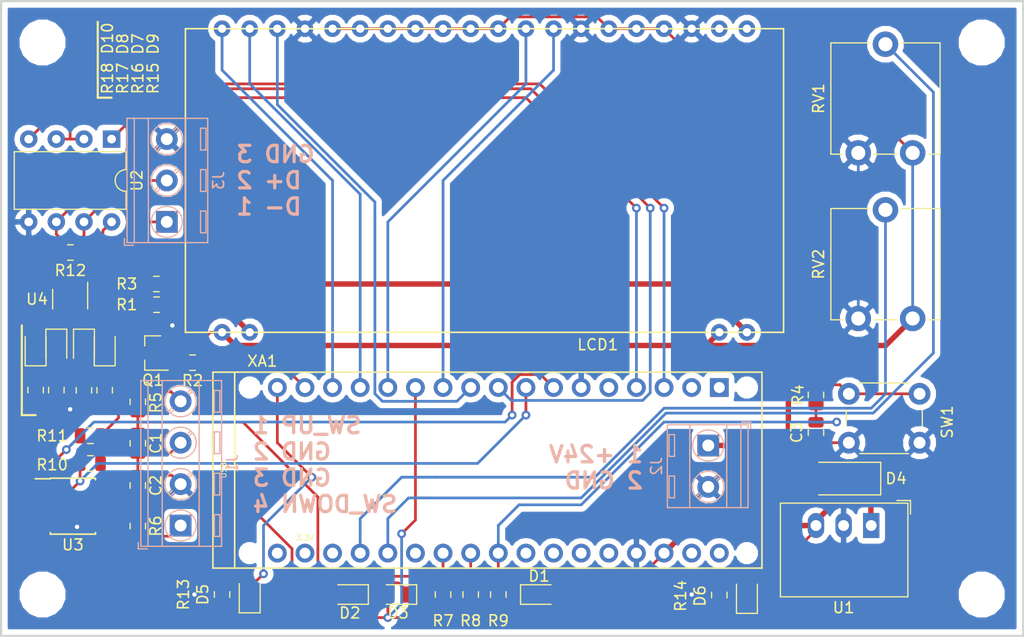
<source format=kicad_pcb>
(kicad_pcb (version 20171130) (host pcbnew 5.0.2+dfsg1-1)

  (general
    (thickness 1.6)
    (drawings 11)
    (tracks 313)
    (zones 0)
    (modules 48)
    (nets 40)
  )

  (page A4)
  (layers
    (0 F.Cu signal)
    (31 B.Cu signal)
    (32 B.Adhes user)
    (33 F.Adhes user)
    (34 B.Paste user)
    (35 F.Paste user)
    (36 B.SilkS user)
    (37 F.SilkS user)
    (38 B.Mask user)
    (39 F.Mask user)
    (40 Dwgs.User user)
    (41 Cmts.User user)
    (42 Eco1.User user)
    (43 Eco2.User user)
    (44 Edge.Cuts user)
    (45 Margin user)
    (46 B.CrtYd user)
    (47 F.CrtYd user hide)
    (48 B.Fab user hide)
    (49 F.Fab user hide)
  )

  (setup
    (last_trace_width 0.25)
    (user_trace_width 0.5)
    (trace_clearance 0.2)
    (zone_clearance 0.508)
    (zone_45_only no)
    (trace_min 0.2)
    (segment_width 0.2)
    (edge_width 0.1)
    (via_size 0.8)
    (via_drill 0.4)
    (via_min_size 0.4)
    (via_min_drill 0.3)
    (uvia_size 0.3)
    (uvia_drill 0.1)
    (uvias_allowed no)
    (uvia_min_size 0.2)
    (uvia_min_drill 0.1)
    (pcb_text_width 0.3)
    (pcb_text_size 1.5 1.5)
    (mod_edge_width 0.15)
    (mod_text_size 1 1)
    (mod_text_width 0.15)
    (pad_size 1.2 1.5)
    (pad_drill 0)
    (pad_to_mask_clearance 0)
    (solder_mask_min_width 0.25)
    (aux_axis_origin 0 0)
    (visible_elements FFFFFF7F)
    (pcbplotparams
      (layerselection 0x010fc_ffffffff)
      (usegerberextensions false)
      (usegerberattributes false)
      (usegerberadvancedattributes false)
      (creategerberjobfile false)
      (excludeedgelayer true)
      (linewidth 0.100000)
      (plotframeref false)
      (viasonmask false)
      (mode 1)
      (useauxorigin false)
      (hpglpennumber 1)
      (hpglpenspeed 20)
      (hpglpendiameter 15.000000)
      (psnegative false)
      (psa4output false)
      (plotreference true)
      (plotvalue true)
      (plotinvisibletext false)
      (padsonsilk false)
      (subtractmaskfromsilk false)
      (outputformat 1)
      (mirror false)
      (drillshape 1)
      (scaleselection 1)
      (outputdirectory ""))
  )

  (net 0 "")
  (net 1 /SW_WW)
  (net 2 GND)
  (net 3 /SW_KW)
  (net 4 /SW_COL)
  (net 5 /INTERUPT)
  (net 6 "Net-(J1-Pad1)")
  (net 7 "Net-(J1-Pad4)")
  (net 8 "Net-(J3-Pad1)")
  (net 9 "Net-(J3-Pad2)")
  (net 10 VCC)
  (net 11 "Net-(LCD1-Pad2)")
  (net 12 "Net-(LCD1-Pad20)")
  (net 13 /SI)
  (net 14 /CLK)
  (net 15 /CS)
  (net 16 /RS)
  (net 17 /RESET)
  (net 18 "Net-(Q1-Pad1)")
  (net 19 /LED)
  (net 20 "Net-(R4-Pad2)")
  (net 21 "Net-(R10-Pad2)")
  (net 22 "Net-(R11-Pad2)")
  (net 23 /POTI_WW)
  (net 24 /POTI_KW)
  (net 25 "Net-(U2-Pad1)")
  (net 26 /REDE)
  (net 27 "Net-(U2-Pad4)")
  (net 28 "Net-(D4-Pad1)")
  (net 29 "Net-(D4-Pad2)")
  (net 30 "Net-(D5-Pad1)")
  (net 31 "Net-(D5-Pad2)")
  (net 32 "Net-(D6-Pad1)")
  (net 33 "Net-(D7-Pad2)")
  (net 34 "Net-(D7-Pad1)")
  (net 35 "Net-(D8-Pad2)")
  (net 36 "Net-(D10-Pad2)")
  (net 37 "Net-(D9-Pad1)")
  (net 38 "Net-(D10-Pad1)")
  (net 39 "Net-(Q1-Pad3)")

  (net_class Default "This is the default net class."
    (clearance 0.2)
    (trace_width 0.25)
    (via_dia 0.8)
    (via_drill 0.4)
    (uvia_dia 0.3)
    (uvia_drill 0.1)
    (add_net /CLK)
    (add_net /CS)
    (add_net /INTERUPT)
    (add_net /LED)
    (add_net /POTI_KW)
    (add_net /POTI_WW)
    (add_net /REDE)
    (add_net /RESET)
    (add_net /RS)
    (add_net /SI)
    (add_net /SW_COL)
    (add_net /SW_KW)
    (add_net /SW_WW)
    (add_net GND)
    (add_net "Net-(D10-Pad1)")
    (add_net "Net-(D10-Pad2)")
    (add_net "Net-(D4-Pad1)")
    (add_net "Net-(D4-Pad2)")
    (add_net "Net-(D5-Pad1)")
    (add_net "Net-(D5-Pad2)")
    (add_net "Net-(D6-Pad1)")
    (add_net "Net-(D7-Pad1)")
    (add_net "Net-(D7-Pad2)")
    (add_net "Net-(D8-Pad2)")
    (add_net "Net-(D9-Pad1)")
    (add_net "Net-(J1-Pad1)")
    (add_net "Net-(J1-Pad4)")
    (add_net "Net-(J3-Pad1)")
    (add_net "Net-(J3-Pad2)")
    (add_net "Net-(LCD1-Pad2)")
    (add_net "Net-(LCD1-Pad20)")
    (add_net "Net-(Q1-Pad1)")
    (add_net "Net-(Q1-Pad3)")
    (add_net "Net-(R10-Pad2)")
    (add_net "Net-(R11-Pad2)")
    (add_net "Net-(R4-Pad2)")
    (add_net "Net-(U2-Pad1)")
    (add_net "Net-(U2-Pad4)")
    (add_net VCC)
  )

  (module "my_LCD:EA DOGM 162" (layer F.Cu) (tedit 5D0F5543) (tstamp 5D3EF5BA)
    (at 123.19 91.44)
    (path /5D0BBC50)
    (fp_text reference LCD1 (at 10.414 13.843) (layer F.SilkS)
      (effects (font (size 1 1) (thickness 0.15)))
    )
    (fp_text value EADOGM162 (at -6.35 -3.81) (layer F.Fab)
      (effects (font (size 1 1) (thickness 0.15)))
    )
    (fp_line (start -27.5 -15.24) (end 27.5 -15.24) (layer F.SilkS) (width 0.15))
    (fp_line (start 27.5 -15.24) (end 27.5 12.7) (layer F.SilkS) (width 0.15))
    (fp_line (start 27.5 12.7) (end -27.5 12.7) (layer F.SilkS) (width 0.15))
    (fp_line (start -27.5 12.7) (end -27.5 -15.24) (layer F.SilkS) (width 0.15))
    (fp_line (start -27.94 -16.51) (end -27.94 13.97) (layer F.CrtYd) (width 0.15))
    (fp_line (start -27.94 13.97) (end 27.94 13.97) (layer F.CrtYd) (width 0.15))
    (fp_line (start 27.94 13.97) (end 27.94 -16.51) (layer F.CrtYd) (width 0.15))
    (fp_line (start 27.94 -16.51) (end -27.94 -16.51) (layer F.CrtYd) (width 0.15))
    (pad 1 thru_hole circle (at -24.13 12.7) (size 1.524 1.524) (drill 0.762) (layers *.Cu *.Mask)
      (net 10 VCC))
    (pad 2 thru_hole circle (at -21.59 12.7) (size 1.524 1.524) (drill 0.762) (layers *.Cu *.Mask)
      (net 11 "Net-(LCD1-Pad2)"))
    (pad 19 thru_hole circle (at 21.59 12.7) (size 1.524 1.524) (drill 0.762) (layers *.Cu *.Mask)
      (net 10 VCC))
    (pad 20 thru_hole circle (at 24.13 12.7) (size 1.524 1.524) (drill 0.762) (layers *.Cu *.Mask)
      (net 12 "Net-(LCD1-Pad20)"))
    (pad 21 thru_hole circle (at 24.13 -15.24) (size 1.524 1.524) (drill 0.762) (layers *.Cu *.Mask))
    (pad 22 thru_hole circle (at 21.59 -15.24) (size 1.524 1.524) (drill 0.762) (layers *.Cu *.Mask))
    (pad 23 thru_hole circle (at 19.05 -15.24) (size 1.524 1.524) (drill 0.762) (layers *.Cu *.Mask)
      (net 2 GND))
    (pad 24 thru_hole circle (at 16.51 -15.24) (size 1.524 1.524) (drill 0.762) (layers *.Cu *.Mask)
      (net 10 VCC))
    (pad 25 thru_hole circle (at 13.97 -15.24) (size 1.524 1.524) (drill 0.762) (layers *.Cu *.Mask)
      (net 10 VCC))
    (pad 26 thru_hole circle (at 11.43 -15.24) (size 1.524 1.524) (drill 0.762) (layers *.Cu *.Mask)
      (net 10 VCC))
    (pad 27 thru_hole circle (at 8.89 -15.24) (size 1.524 1.524) (drill 0.762) (layers *.Cu *.Mask)
      (net 2 GND))
    (pad 28 thru_hole circle (at 6.35 -15.24) (size 1.524 1.524) (drill 0.762) (layers *.Cu *.Mask)
      (net 13 /SI))
    (pad 29 thru_hole circle (at 3.81 -15.24) (size 1.524 1.524) (drill 0.762) (layers *.Cu *.Mask)
      (net 14 /CLK))
    (pad 30 thru_hole circle (at 1.27 -15.24) (size 1.524 1.524) (drill 0.762) (layers *.Cu *.Mask)
      (net 10 VCC))
    (pad 31 thru_hole circle (at -1.27 -15.24) (size 1.524 1.524) (drill 0.762) (layers *.Cu *.Mask)
      (net 10 VCC))
    (pad 32 thru_hole circle (at -3.81 -15.24) (size 1.524 1.524) (drill 0.762) (layers *.Cu *.Mask)
      (net 10 VCC))
    (pad 33 thru_hole circle (at -6.35 -15.24) (size 1.524 1.524) (drill 0.762) (layers *.Cu *.Mask)
      (net 10 VCC))
    (pad 34 thru_hole circle (at -8.89 -15.24) (size 1.524 1.524) (drill 0.762) (layers *.Cu *.Mask)
      (net 10 VCC))
    (pad 35 thru_hole circle (at -11.43 -15.24) (size 1.524 1.524) (drill 0.762) (layers *.Cu *.Mask)
      (net 10 VCC))
    (pad 36 thru_hole circle (at -13.97 -15.24) (size 1.524 1.524) (drill 0.762) (layers *.Cu *.Mask)
      (net 10 VCC))
    (pad 37 thru_hole circle (at -16.51 -15.24) (size 1.524 1.524) (drill 0.762) (layers *.Cu *.Mask)
      (net 2 GND))
    (pad 38 thru_hole circle (at -19.05 -15.24) (size 1.524 1.524) (drill 0.762) (layers *.Cu *.Mask)
      (net 15 /CS))
    (pad 39 thru_hole circle (at -21.59 -15.24) (size 1.524 1.524) (drill 0.762) (layers *.Cu *.Mask)
      (net 16 /RS))
    (pad 40 thru_hole circle (at -24.13 -15.24) (size 1.524 1.524) (drill 0.762) (layers *.Cu *.Mask)
      (net 17 /RESET))
  )

  (module Potentiometer_THT:Potentiometer_ACP_CA9-V10_Vertical (layer F.Cu) (tedit 5A3D4994) (tstamp 5D3EF6F8)
    (at 162.56 87.63 90)
    (descr "Potentiometer, vertical, ACP CA9-V10, http://www.acptechnologies.com/wp-content/uploads/2017/05/02-ACP-CA9-CE9.pdf")
    (tags "Potentiometer vertical ACP CA9-V10")
    (path /5D115EAC)
    (fp_text reference RV1 (at 5 -8.65 90) (layer F.SilkS)
      (effects (font (size 1 1) (thickness 0.15)))
    )
    (fp_text value 10k (at 5 3.65 90) (layer F.Fab)
      (effects (font (size 1 1) (thickness 0.15)))
    )
    (fp_text user %R (at 1 -2.5 180) (layer F.Fab)
      (effects (font (size 1 1) (thickness 0.15)))
    )
    (fp_line (start 11.45 -7.65) (end -1.45 -7.65) (layer F.CrtYd) (width 0.05))
    (fp_line (start 11.45 2.7) (end 11.45 -7.65) (layer F.CrtYd) (width 0.05))
    (fp_line (start -1.45 2.7) (end 11.45 2.7) (layer F.CrtYd) (width 0.05))
    (fp_line (start -1.45 -7.65) (end -1.45 2.7) (layer F.CrtYd) (width 0.05))
    (fp_line (start 10.12 -1.075) (end 10.12 2.52) (layer F.SilkS) (width 0.12))
    (fp_line (start 10.12 -7.521) (end 10.12 -3.925) (layer F.SilkS) (width 0.12))
    (fp_line (start -0.12 1.425) (end -0.12 2.52) (layer F.SilkS) (width 0.12))
    (fp_line (start -0.12 -3.574) (end -0.12 -1.425) (layer F.SilkS) (width 0.12))
    (fp_line (start -0.12 -7.521) (end -0.12 -6.426) (layer F.SilkS) (width 0.12))
    (fp_line (start -0.12 2.52) (end 10.12 2.52) (layer F.SilkS) (width 0.12))
    (fp_line (start -0.12 -7.521) (end 10.12 -7.521) (layer F.SilkS) (width 0.12))
    (fp_line (start 10 -7.4) (end 0 -7.4) (layer F.Fab) (width 0.1))
    (fp_line (start 10 2.4) (end 10 -7.4) (layer F.Fab) (width 0.1))
    (fp_line (start 0 2.4) (end 10 2.4) (layer F.Fab) (width 0.1))
    (fp_line (start 0 -7.4) (end 0 2.4) (layer F.Fab) (width 0.1))
    (fp_circle (center 5 -2.5) (end 6.05 -2.5) (layer F.Fab) (width 0.1))
    (pad 1 thru_hole circle (at 0 0 90) (size 2.34 2.34) (drill 1.3) (layers *.Cu *.Mask)
      (net 10 VCC))
    (pad 2 thru_hole circle (at 10 -2.5 90) (size 2.34 2.34) (drill 1.3) (layers *.Cu *.Mask)
      (net 23 /POTI_WW))
    (pad 3 thru_hole circle (at 0 -5 90) (size 2.34 2.34) (drill 1.3) (layers *.Cu *.Mask)
      (net 2 GND))
    (model ${KISYS3DMOD}/Potentiometer_THT.3dshapes/Potentiometer_ACP_CA9-V10_Vertical.wrl
      (at (xyz 0 0 0))
      (scale (xyz 1 1 1))
      (rotate (xyz 0 0 0))
    )
  )

  (module Potentiometer_THT:Potentiometer_ACP_CA9-V10_Vertical (layer F.Cu) (tedit 5A3D4994) (tstamp 5D3EF710)
    (at 162.56 102.87 90)
    (descr "Potentiometer, vertical, ACP CA9-V10, http://www.acptechnologies.com/wp-content/uploads/2017/05/02-ACP-CA9-CE9.pdf")
    (tags "Potentiometer vertical ACP CA9-V10")
    (path /5D0E4931)
    (fp_text reference RV2 (at 5 -8.65 90) (layer F.SilkS)
      (effects (font (size 1 1) (thickness 0.15)))
    )
    (fp_text value 10k (at 5 3.65 90) (layer F.Fab)
      (effects (font (size 1 1) (thickness 0.15)))
    )
    (fp_circle (center 5 -2.5) (end 6.05 -2.5) (layer F.Fab) (width 0.1))
    (fp_line (start 0 -7.4) (end 0 2.4) (layer F.Fab) (width 0.1))
    (fp_line (start 0 2.4) (end 10 2.4) (layer F.Fab) (width 0.1))
    (fp_line (start 10 2.4) (end 10 -7.4) (layer F.Fab) (width 0.1))
    (fp_line (start 10 -7.4) (end 0 -7.4) (layer F.Fab) (width 0.1))
    (fp_line (start -0.12 -7.521) (end 10.12 -7.521) (layer F.SilkS) (width 0.12))
    (fp_line (start -0.12 2.52) (end 10.12 2.52) (layer F.SilkS) (width 0.12))
    (fp_line (start -0.12 -7.521) (end -0.12 -6.426) (layer F.SilkS) (width 0.12))
    (fp_line (start -0.12 -3.574) (end -0.12 -1.425) (layer F.SilkS) (width 0.12))
    (fp_line (start -0.12 1.425) (end -0.12 2.52) (layer F.SilkS) (width 0.12))
    (fp_line (start 10.12 -7.521) (end 10.12 -3.925) (layer F.SilkS) (width 0.12))
    (fp_line (start 10.12 -1.075) (end 10.12 2.52) (layer F.SilkS) (width 0.12))
    (fp_line (start -1.45 -7.65) (end -1.45 2.7) (layer F.CrtYd) (width 0.05))
    (fp_line (start -1.45 2.7) (end 11.45 2.7) (layer F.CrtYd) (width 0.05))
    (fp_line (start 11.45 2.7) (end 11.45 -7.65) (layer F.CrtYd) (width 0.05))
    (fp_line (start 11.45 -7.65) (end -1.45 -7.65) (layer F.CrtYd) (width 0.05))
    (fp_text user %R (at 1 -2.5 180) (layer F.Fab)
      (effects (font (size 1 1) (thickness 0.15)))
    )
    (pad 3 thru_hole circle (at 0 -5 90) (size 2.34 2.34) (drill 1.3) (layers *.Cu *.Mask)
      (net 2 GND))
    (pad 2 thru_hole circle (at 10 -2.5 90) (size 2.34 2.34) (drill 1.3) (layers *.Cu *.Mask)
      (net 24 /POTI_KW))
    (pad 1 thru_hole circle (at 0 0 90) (size 2.34 2.34) (drill 1.3) (layers *.Cu *.Mask)
      (net 10 VCC))
    (model ${KISYS3DMOD}/Potentiometer_THT.3dshapes/Potentiometer_ACP_CA9-V10_Vertical.wrl
      (at (xyz 0 0 0))
      (scale (xyz 1 1 1))
      (rotate (xyz 0 0 0))
    )
  )

  (module Button_Switch_THT:SW_PUSH_6mm_H5mm (layer F.Cu) (tedit 5A02FE31) (tstamp 5D3EF72F)
    (at 163.195 114.3 180)
    (descr "tactile push button, 6x6mm e.g. PHAP33xx series, height=5mm")
    (tags "tact sw push 6mm")
    (path /5D0EB8F9)
    (fp_text reference SW1 (at -2.54 1.905 270) (layer F.SilkS)
      (effects (font (size 1 1) (thickness 0.15)))
    )
    (fp_text value SW_Push (at 3.75 6.7 180) (layer F.Fab)
      (effects (font (size 1 1) (thickness 0.15)))
    )
    (fp_text user %R (at 3.25 2.25 180) (layer F.Fab)
      (effects (font (size 1 1) (thickness 0.15)))
    )
    (fp_line (start 3.25 -0.75) (end 6.25 -0.75) (layer F.Fab) (width 0.1))
    (fp_line (start 6.25 -0.75) (end 6.25 5.25) (layer F.Fab) (width 0.1))
    (fp_line (start 6.25 5.25) (end 0.25 5.25) (layer F.Fab) (width 0.1))
    (fp_line (start 0.25 5.25) (end 0.25 -0.75) (layer F.Fab) (width 0.1))
    (fp_line (start 0.25 -0.75) (end 3.25 -0.75) (layer F.Fab) (width 0.1))
    (fp_line (start 7.75 6) (end 8 6) (layer F.CrtYd) (width 0.05))
    (fp_line (start 8 6) (end 8 5.75) (layer F.CrtYd) (width 0.05))
    (fp_line (start 7.75 -1.5) (end 8 -1.5) (layer F.CrtYd) (width 0.05))
    (fp_line (start 8 -1.5) (end 8 -1.25) (layer F.CrtYd) (width 0.05))
    (fp_line (start -1.5 -1.25) (end -1.5 -1.5) (layer F.CrtYd) (width 0.05))
    (fp_line (start -1.5 -1.5) (end -1.25 -1.5) (layer F.CrtYd) (width 0.05))
    (fp_line (start -1.5 5.75) (end -1.5 6) (layer F.CrtYd) (width 0.05))
    (fp_line (start -1.5 6) (end -1.25 6) (layer F.CrtYd) (width 0.05))
    (fp_line (start -1.25 -1.5) (end 7.75 -1.5) (layer F.CrtYd) (width 0.05))
    (fp_line (start -1.5 5.75) (end -1.5 -1.25) (layer F.CrtYd) (width 0.05))
    (fp_line (start 7.75 6) (end -1.25 6) (layer F.CrtYd) (width 0.05))
    (fp_line (start 8 -1.25) (end 8 5.75) (layer F.CrtYd) (width 0.05))
    (fp_line (start 1 5.5) (end 5.5 5.5) (layer F.SilkS) (width 0.12))
    (fp_line (start -0.25 1.5) (end -0.25 3) (layer F.SilkS) (width 0.12))
    (fp_line (start 5.5 -1) (end 1 -1) (layer F.SilkS) (width 0.12))
    (fp_line (start 6.75 3) (end 6.75 1.5) (layer F.SilkS) (width 0.12))
    (fp_circle (center 3.25 2.25) (end 1.25 2.5) (layer F.Fab) (width 0.1))
    (pad 2 thru_hole circle (at 0 4.5 270) (size 2 2) (drill 1.1) (layers *.Cu *.Mask)
      (net 20 "Net-(R4-Pad2)"))
    (pad 1 thru_hole circle (at 0 0 270) (size 2 2) (drill 1.1) (layers *.Cu *.Mask)
      (net 2 GND))
    (pad 2 thru_hole circle (at 6.5 4.5 270) (size 2 2) (drill 1.1) (layers *.Cu *.Mask)
      (net 20 "Net-(R4-Pad2)"))
    (pad 1 thru_hole circle (at 6.5 0 270) (size 2 2) (drill 1.1) (layers *.Cu *.Mask)
      (net 2 GND))
    (model ${KISYS3DMOD}/Button_Switch_THT.3dshapes/SW_PUSH_6mm_H5mm.wrl
      (at (xyz 0 0 0))
      (scale (xyz 1 1 1))
      (rotate (xyz 0 0 0))
    )
  )

  (module Converter_DCDC:Converter_DCDC_RECOM_R-78E-0.5_THT (layer F.Cu) (tedit 5B741BB0) (tstamp 5D26E92B)
    (at 158.75 121.92 180)
    (descr "DCDC-Converter, RECOM, RECOM_R-78E-0.5, SIP-3, pitch 2.54mm, package size 11.6x8.5x10.4mm^3, https://www.recom-power.com/pdf/Innoline/R-78Exx-0.5.pdf")
    (tags "dc-dc recom buck sip-3 pitch 2.54mm")
    (path /5D1D4893)
    (fp_text reference U1 (at 2.54 -7.56 180) (layer F.SilkS)
      (effects (font (size 1 1) (thickness 0.15)))
    )
    (fp_text value R-78E5.0-0.5 (at 2.54 3 180) (layer F.Fab)
      (effects (font (size 1 1) (thickness 0.15)))
    )
    (fp_line (start -3.31 -6.5) (end 8.29 -6.5) (layer F.Fab) (width 0.1))
    (fp_line (start 8.29 -6.5) (end 8.29 2) (layer F.Fab) (width 0.1))
    (fp_line (start 8.29 2) (end -2.31 2) (layer F.Fab) (width 0.1))
    (fp_line (start -2.31 2) (end -3.31 1) (layer F.Fab) (width 0.1))
    (fp_line (start -3.31 1) (end -3.31 -6.5) (layer F.Fab) (width 0.1))
    (fp_line (start -3.371 -6.56) (end 8.35 -6.56) (layer F.SilkS) (width 0.12))
    (fp_line (start -3.371 2.06) (end 8.35 2.06) (layer F.SilkS) (width 0.12))
    (fp_line (start -3.371 -6.56) (end -3.371 2.06) (layer F.SilkS) (width 0.12))
    (fp_line (start 8.35 -6.56) (end 8.35 2.06) (layer F.SilkS) (width 0.12))
    (fp_line (start -3.611 1.06) (end -3.611 2.3) (layer F.SilkS) (width 0.12))
    (fp_line (start -3.611 2.3) (end -2.371 2.3) (layer F.SilkS) (width 0.12))
    (fp_line (start -3.57 -6.75) (end -3.57 2.25) (layer F.CrtYd) (width 0.05))
    (fp_line (start -3.57 2.25) (end 8.54 2.25) (layer F.CrtYd) (width 0.05))
    (fp_line (start 8.54 2.25) (end 8.54 -6.75) (layer F.CrtYd) (width 0.05))
    (fp_line (start 8.54 -6.75) (end -3.57 -6.75) (layer F.CrtYd) (width 0.05))
    (fp_text user %R (at 2.54 -2.25 180) (layer F.Fab)
      (effects (font (size 1 1) (thickness 0.15)))
    )
    (pad 1 thru_hole rect (at 0 0 180) (size 1.5 2.3) (drill 1) (layers *.Cu *.Mask)
      (net 28 "Net-(D4-Pad1)"))
    (pad 2 thru_hole oval (at 2.54 0 180) (size 1.5 2.3) (drill 1) (layers *.Cu *.Mask)
      (net 2 GND))
    (pad 3 thru_hole oval (at 5.08 0 180) (size 1.5 2.3) (drill 1) (layers *.Cu *.Mask)
      (net 10 VCC))
    (model ${KISYS3DMOD}/Converter_DCDC.3dshapes/Converter_DCDC_RECOM_R-78E-0.5_THT.wrl
      (at (xyz 0 0 0))
      (scale (xyz 1 1 1))
      (rotate (xyz 0 0 0))
    )
  )

  (module Package_DIP:DIP-8_W7.62mm (layer F.Cu) (tedit 5A02E8C5) (tstamp 5D3EF762)
    (at 88.9 86.36 270)
    (descr "8-lead though-hole mounted DIP package, row spacing 7.62 mm (300 mils)")
    (tags "THT DIP DIL PDIP 2.54mm 7.62mm 300mil")
    (path /5D0B6B8B)
    (fp_text reference U2 (at 3.81 -2.33 270) (layer F.SilkS)
      (effects (font (size 1 1) (thickness 0.15)))
    )
    (fp_text value MAX481E (at 3.81 9.95 270) (layer F.Fab)
      (effects (font (size 1 1) (thickness 0.15)))
    )
    (fp_arc (start 3.81 -1.33) (end 2.81 -1.33) (angle -180) (layer F.SilkS) (width 0.12))
    (fp_line (start 1.635 -1.27) (end 6.985 -1.27) (layer F.Fab) (width 0.1))
    (fp_line (start 6.985 -1.27) (end 6.985 8.89) (layer F.Fab) (width 0.1))
    (fp_line (start 6.985 8.89) (end 0.635 8.89) (layer F.Fab) (width 0.1))
    (fp_line (start 0.635 8.89) (end 0.635 -0.27) (layer F.Fab) (width 0.1))
    (fp_line (start 0.635 -0.27) (end 1.635 -1.27) (layer F.Fab) (width 0.1))
    (fp_line (start 2.81 -1.33) (end 1.16 -1.33) (layer F.SilkS) (width 0.12))
    (fp_line (start 1.16 -1.33) (end 1.16 8.95) (layer F.SilkS) (width 0.12))
    (fp_line (start 1.16 8.95) (end 6.46 8.95) (layer F.SilkS) (width 0.12))
    (fp_line (start 6.46 8.95) (end 6.46 -1.33) (layer F.SilkS) (width 0.12))
    (fp_line (start 6.46 -1.33) (end 4.81 -1.33) (layer F.SilkS) (width 0.12))
    (fp_line (start -1.1 -1.55) (end -1.1 9.15) (layer F.CrtYd) (width 0.05))
    (fp_line (start -1.1 9.15) (end 8.7 9.15) (layer F.CrtYd) (width 0.05))
    (fp_line (start 8.7 9.15) (end 8.7 -1.55) (layer F.CrtYd) (width 0.05))
    (fp_line (start 8.7 -1.55) (end -1.1 -1.55) (layer F.CrtYd) (width 0.05))
    (fp_text user %R (at 3.81 3.81 270) (layer F.Fab)
      (effects (font (size 1 1) (thickness 0.15)))
    )
    (pad 1 thru_hole rect (at 0 0 270) (size 1.6 1.6) (drill 0.8) (layers *.Cu *.Mask)
      (net 25 "Net-(U2-Pad1)"))
    (pad 5 thru_hole oval (at 7.62 7.62 270) (size 1.6 1.6) (drill 0.8) (layers *.Cu *.Mask)
      (net 2 GND))
    (pad 2 thru_hole oval (at 0 2.54 270) (size 1.6 1.6) (drill 0.8) (layers *.Cu *.Mask)
      (net 26 /REDE))
    (pad 6 thru_hole oval (at 7.62 5.08 270) (size 1.6 1.6) (drill 0.8) (layers *.Cu *.Mask)
      (net 9 "Net-(J3-Pad2)"))
    (pad 3 thru_hole oval (at 0 5.08 270) (size 1.6 1.6) (drill 0.8) (layers *.Cu *.Mask)
      (net 26 /REDE))
    (pad 7 thru_hole oval (at 7.62 2.54 270) (size 1.6 1.6) (drill 0.8) (layers *.Cu *.Mask)
      (net 8 "Net-(J3-Pad1)"))
    (pad 4 thru_hole oval (at 0 7.62 270) (size 1.6 1.6) (drill 0.8) (layers *.Cu *.Mask)
      (net 27 "Net-(U2-Pad4)"))
    (pad 8 thru_hole oval (at 7.62 0 270) (size 1.6 1.6) (drill 0.8) (layers *.Cu *.Mask)
      (net 10 VCC))
    (model ${KISYS3DMOD}/Package_DIP.3dshapes/DIP-8_W7.62mm.wrl
      (at (xyz 0 0 0))
      (scale (xyz 1 1 1))
      (rotate (xyz 0 0 0))
    )
  )

  (module Package_SO:SOIC-8_3.9x4.9mm_P1.27mm (layer F.Cu) (tedit 5A02F2D3) (tstamp 5D3EF77F)
    (at 85.344 120.142)
    (descr "8-Lead Plastic Small Outline (SN) - Narrow, 3.90 mm Body [SOIC] (see Microchip Packaging Specification http://ww1.microchip.com/downloads/en/PackagingSpec/00000049BQ.pdf)")
    (tags "SOIC 1.27")
    (path /5D0EA04F)
    (attr smd)
    (fp_text reference U3 (at 0 3.556) (layer F.SilkS)
      (effects (font (size 1 1) (thickness 0.15)))
    )
    (fp_text value LM75B (at 0 3.5) (layer F.Fab)
      (effects (font (size 1 1) (thickness 0.15)))
    )
    (fp_text user %R (at 0 0) (layer F.Fab)
      (effects (font (size 1 1) (thickness 0.15)))
    )
    (fp_line (start -0.95 -2.45) (end 1.95 -2.45) (layer F.Fab) (width 0.1))
    (fp_line (start 1.95 -2.45) (end 1.95 2.45) (layer F.Fab) (width 0.1))
    (fp_line (start 1.95 2.45) (end -1.95 2.45) (layer F.Fab) (width 0.1))
    (fp_line (start -1.95 2.45) (end -1.95 -1.45) (layer F.Fab) (width 0.1))
    (fp_line (start -1.95 -1.45) (end -0.95 -2.45) (layer F.Fab) (width 0.1))
    (fp_line (start -3.73 -2.7) (end -3.73 2.7) (layer F.CrtYd) (width 0.05))
    (fp_line (start 3.73 -2.7) (end 3.73 2.7) (layer F.CrtYd) (width 0.05))
    (fp_line (start -3.73 -2.7) (end 3.73 -2.7) (layer F.CrtYd) (width 0.05))
    (fp_line (start -3.73 2.7) (end 3.73 2.7) (layer F.CrtYd) (width 0.05))
    (fp_line (start -2.075 -2.575) (end -2.075 -2.525) (layer F.SilkS) (width 0.15))
    (fp_line (start 2.075 -2.575) (end 2.075 -2.43) (layer F.SilkS) (width 0.15))
    (fp_line (start 2.075 2.575) (end 2.075 2.43) (layer F.SilkS) (width 0.15))
    (fp_line (start -2.075 2.575) (end -2.075 2.43) (layer F.SilkS) (width 0.15))
    (fp_line (start -2.075 -2.575) (end 2.075 -2.575) (layer F.SilkS) (width 0.15))
    (fp_line (start -2.075 2.575) (end 2.075 2.575) (layer F.SilkS) (width 0.15))
    (fp_line (start -2.075 -2.525) (end -3.475 -2.525) (layer F.SilkS) (width 0.15))
    (pad 1 smd rect (at -2.7 -1.905) (size 1.55 0.6) (layers F.Cu F.Paste F.Mask)
      (net 22 "Net-(R11-Pad2)"))
    (pad 2 smd rect (at -2.7 -0.635) (size 1.55 0.6) (layers F.Cu F.Paste F.Mask)
      (net 21 "Net-(R10-Pad2)"))
    (pad 3 smd rect (at -2.7 0.635) (size 1.55 0.6) (layers F.Cu F.Paste F.Mask))
    (pad 4 smd rect (at -2.7 1.905) (size 1.55 0.6) (layers F.Cu F.Paste F.Mask)
      (net 2 GND))
    (pad 5 smd rect (at 2.7 1.905) (size 1.55 0.6) (layers F.Cu F.Paste F.Mask)
      (net 2 GND))
    (pad 6 smd rect (at 2.7 0.635) (size 1.55 0.6) (layers F.Cu F.Paste F.Mask)
      (net 2 GND))
    (pad 7 smd rect (at 2.7 -0.635) (size 1.55 0.6) (layers F.Cu F.Paste F.Mask)
      (net 2 GND))
    (pad 8 smd rect (at 2.7 -1.905) (size 1.55 0.6) (layers F.Cu F.Paste F.Mask)
      (net 10 VCC))
    (model ${KISYS3DMOD}/Package_SO.3dshapes/SOIC-8_3.9x4.9mm_P1.27mm.wrl
      (at (xyz 0 0 0))
      (scale (xyz 1 1 1))
      (rotate (xyz 0 0 0))
    )
  )

  (module Arduino:Arduino_Micro_Socket (layer F.Cu) (tedit 5D18A7CF) (tstamp 5D26EA71)
    (at 104.14 124.46)
    (descr https://store.arduino.cc/arduino-micro)
    (path /5D0B6A09)
    (fp_text reference XA1 (at -1.38 -17.67) (layer F.SilkS)
      (effects (font (size 1 1) (thickness 0.15)))
    )
    (fp_text value Arduino_Micro_Socket (at 11.574 -17.67) (layer F.Fab)
      (effects (font (size 1 1) (thickness 0.15)))
    )
    (fp_text user 3.3V (at 2.54 -1.414) (layer F.SilkS)
      (effects (font (size 0.5 0.5) (thickness 0.075)))
    )
    (fp_text user USB (at -4.936 -7.637 90) (layer F.SilkS)
      (effects (font (size 0.5 0.5) (thickness 0.075)))
    )
    (fp_line (start -5.952 1.634) (end -6.206 1.634) (layer F.CrtYd) (width 0.15))
    (fp_line (start -6.206 1.634) (end -6.206 -16.146) (layer F.CrtYd) (width 0.15))
    (fp_line (start -6.206 -16.146) (end -6.206 -16.908) (layer F.CrtYd) (width 0.15))
    (fp_line (start -6.206 -16.908) (end 44.848 -16.908) (layer F.CrtYd) (width 0.15))
    (fp_line (start 44.848 -16.908) (end 44.848 1.634) (layer F.CrtYd) (width 0.15))
    (fp_line (start 44.848 1.634) (end -5.952 1.634) (layer F.CrtYd) (width 0.15))
    (fp_line (start -5.92 -16.654) (end -5.92 1.38) (layer F.SilkS) (width 0.15))
    (fp_line (start 44.56 -16.62) (end 44.56 1.38) (layer F.SilkS) (width 0.15))
    (fp_line (start -5.92 -16.654) (end 44.56 -16.654) (layer F.SilkS) (width 0.15))
    (fp_line (start -3.92 -16.62) (end -3.92 1.38) (layer F.SilkS) (width 0.15))
    (fp_line (start -5.92 1.38) (end 44.56 1.38) (layer F.SilkS) (width 0.15))
    (pad "" np_thru_hole circle (at 43.18 -15.24) (size 1.016 1.016) (drill 1.016) (layers *.Cu *.Mask))
    (pad "" np_thru_hole circle (at -2.54 -15.24) (size 1.016 1.016) (drill 1.016) (layers *.Cu *.Mask))
    (pad "" np_thru_hole circle (at 43.18 0) (size 1.016 1.016) (drill 1.016) (layers *.Cu *.Mask))
    (pad "" thru_hole oval (at 22.86 0) (size 1.7272 1.7272) (drill 1.016) (layers *.Cu *.Mask))
    (pad RST2 thru_hole oval (at 30.48 -15.24) (size 1.7272 1.7272) (drill 1.016) (layers *.Cu *.Mask))
    (pad MOSI thru_hole rect (at 40.64 -15.24) (size 1.7272 1.7272) (drill 1.016) (layers *.Cu *.Mask))
    (pad SCK thru_hole oval (at 40.64 0) (size 1.7272 1.7272) (drill 1.016) (layers *.Cu *.Mask))
    (pad A0 thru_hole oval (at 7.62 0) (size 1.7272 1.7272) (drill 1.016) (layers *.Cu *.Mask)
      (net 24 /POTI_KW))
    (pad VIN thru_hole oval (at 35.56 0) (size 1.7272 1.7272) (drill 1.016) (layers *.Cu *.Mask)
      (net 10 VCC))
    (pad GND2 thru_hole oval (at 27.94 -15.24) (size 1.7272 1.7272) (drill 1.016) (layers *.Cu *.Mask)
      (net 2 GND))
    (pad GND1 thru_hole oval (at 33.02 0) (size 1.7272 1.7272) (drill 1.016) (layers *.Cu *.Mask)
      (net 2 GND))
    (pad 5V thru_hole oval (at 27.94 0) (size 1.7272 1.7272) (drill 1.016) (layers *.Cu *.Mask))
    (pad 3V3 thru_hole oval (at 2.54 0) (size 1.7272 1.7272) (drill 1.016) (layers *.Cu *.Mask))
    (pad RST1 thru_hole oval (at 30.48 0) (size 1.7272 1.7272) (drill 1.016) (layers *.Cu *.Mask))
    (pad SS thru_hole oval (at 38.1 -15.24) (size 1.7272 1.7272) (drill 1.016) (layers *.Cu *.Mask))
    (pad D0 thru_hole oval (at 33.02 -15.24) (size 1.7272 1.7272) (drill 1.016) (layers *.Cu *.Mask)
      (net 25 "Net-(U2-Pad1)"))
    (pad D1 thru_hole oval (at 35.56 -15.24) (size 1.7272 1.7272) (drill 1.016) (layers *.Cu *.Mask)
      (net 27 "Net-(U2-Pad4)"))
    (pad D2 thru_hole oval (at 25.4 -15.24) (size 1.7272 1.7272) (drill 1.016) (layers *.Cu *.Mask)
      (net 22 "Net-(R11-Pad2)"))
    (pad D3 thru_hole oval (at 22.86 -15.24) (size 1.7272 1.7272) (drill 1.016) (layers *.Cu *.Mask)
      (net 21 "Net-(R10-Pad2)"))
    (pad D4 thru_hole oval (at 20.32 -15.24) (size 1.7272 1.7272) (drill 1.016) (layers *.Cu *.Mask)
      (net 26 /REDE))
    (pad D5 thru_hole oval (at 17.78 -15.24) (size 1.7272 1.7272) (drill 1.016) (layers *.Cu *.Mask)
      (net 15 /CS))
    (pad D6 thru_hole oval (at 15.24 -15.24) (size 1.7272 1.7272) (drill 1.016) (layers *.Cu *.Mask)
      (net 13 /SI))
    (pad D7 thru_hole oval (at 12.7 -15.24) (size 1.7272 1.7272) (drill 1.016) (layers *.Cu *.Mask)
      (net 5 /INTERUPT))
    (pad D8 thru_hole oval (at 10.16 -15.24) (size 1.7272 1.7272) (drill 1.016) (layers *.Cu *.Mask)
      (net 14 /CLK))
    (pad D9 thru_hole oval (at 7.62 -15.24) (size 1.7272 1.7272) (drill 1.016) (layers *.Cu *.Mask)
      (net 16 /RS))
    (pad D10 thru_hole oval (at 5.08 -15.24) (size 1.7272 1.7272) (drill 1.016) (layers *.Cu *.Mask)
      (net 17 /RESET))
    (pad "" np_thru_hole circle (at -2.54 0) (size 1.016 1.016) (drill 1.016) (layers *.Cu *.Mask))
    (pad AREF thru_hole oval (at 5.08 0) (size 1.7272 1.7272) (drill 1.016) (layers *.Cu *.Mask))
    (pad D13 thru_hole oval (at 0 0) (size 1.7272 1.7272) (drill 1.016) (layers *.Cu *.Mask))
    (pad D12 thru_hole oval (at 0 -15.24) (size 1.7272 1.7272) (drill 1.016) (layers *.Cu *.Mask)
      (net 31 "Net-(D5-Pad2)"))
    (pad D11 thru_hole oval (at 2.54 -15.24) (size 1.7272 1.7272) (drill 1.016) (layers *.Cu *.Mask)
      (net 19 /LED))
    (pad "" thru_hole oval (at 25.4 0) (size 1.7272 1.7272) (drill 1.016) (layers *.Cu *.Mask))
    (pad A1 thru_hole oval (at 10.16 0) (size 1.7272 1.7272) (drill 1.016) (layers *.Cu *.Mask)
      (net 23 /POTI_WW))
    (pad A2 thru_hole oval (at 12.7 0) (size 1.7272 1.7272) (drill 1.016) (layers *.Cu *.Mask))
    (pad A3 thru_hole oval (at 15.24 0) (size 1.7272 1.7272) (drill 1.016) (layers *.Cu *.Mask)
      (net 1 /SW_WW))
    (pad A4 thru_hole oval (at 17.78 0) (size 1.7272 1.7272) (drill 1.016) (layers *.Cu *.Mask)
      (net 3 /SW_KW))
    (pad A5 thru_hole oval (at 20.32 0) (size 1.7272 1.7272) (drill 1.016) (layers *.Cu *.Mask)
      (net 4 /SW_COL))
    (pad MISO thru_hole oval (at 38.1 0) (size 1.7272 1.7272) (drill 1.016) (layers *.Cu *.Mask))
  )

  (module LED_SMD:LED_0805_2012Metric (layer F.Cu) (tedit 5B36C52C) (tstamp 5D25247D)
    (at 101.6 128.27 90)
    (descr "LED SMD 0805 (2012 Metric), square (rectangular) end terminal, IPC_7351 nominal, (Body size source: https://docs.google.com/spreadsheets/d/1BsfQQcO9C6DZCsRaXUlFlo91Tg2WpOkGARC1WS5S8t0/edit?usp=sharing), generated with kicad-footprint-generator")
    (tags diode)
    (path /5D193515)
    (attr smd)
    (fp_text reference D5 (at 0 -4.318 90) (layer F.SilkS)
      (effects (font (size 1 1) (thickness 0.15)))
    )
    (fp_text value LED (at 0 1.65 90) (layer F.Fab)
      (effects (font (size 1 1) (thickness 0.15)))
    )
    (fp_line (start 1 -0.6) (end -0.7 -0.6) (layer F.Fab) (width 0.1))
    (fp_line (start -0.7 -0.6) (end -1 -0.3) (layer F.Fab) (width 0.1))
    (fp_line (start -1 -0.3) (end -1 0.6) (layer F.Fab) (width 0.1))
    (fp_line (start -1 0.6) (end 1 0.6) (layer F.Fab) (width 0.1))
    (fp_line (start 1 0.6) (end 1 -0.6) (layer F.Fab) (width 0.1))
    (fp_line (start 1 -0.96) (end -1.685 -0.96) (layer F.SilkS) (width 0.12))
    (fp_line (start -1.685 -0.96) (end -1.685 0.96) (layer F.SilkS) (width 0.12))
    (fp_line (start -1.685 0.96) (end 1 0.96) (layer F.SilkS) (width 0.12))
    (fp_line (start -1.68 0.95) (end -1.68 -0.95) (layer F.CrtYd) (width 0.05))
    (fp_line (start -1.68 -0.95) (end 1.68 -0.95) (layer F.CrtYd) (width 0.05))
    (fp_line (start 1.68 -0.95) (end 1.68 0.95) (layer F.CrtYd) (width 0.05))
    (fp_line (start 1.68 0.95) (end -1.68 0.95) (layer F.CrtYd) (width 0.05))
    (fp_text user %R (at 0 0 90) (layer F.Fab)
      (effects (font (size 0.5 0.5) (thickness 0.08)))
    )
    (pad 1 smd roundrect (at -0.9375 0 90) (size 0.975 1.4) (layers F.Cu F.Paste F.Mask) (roundrect_rratio 0.25)
      (net 30 "Net-(D5-Pad1)"))
    (pad 2 smd roundrect (at 0.9375 0 90) (size 0.975 1.4) (layers F.Cu F.Paste F.Mask) (roundrect_rratio 0.25)
      (net 31 "Net-(D5-Pad2)"))
    (model ${KISYS3DMOD}/LED_SMD.3dshapes/LED_0805_2012Metric.wrl
      (at (xyz 0 0 0))
      (scale (xyz 1 1 1))
      (rotate (xyz 0 0 0))
    )
  )

  (module LED_SMD:LED_0805_2012Metric (layer F.Cu) (tedit 5B36C52C) (tstamp 5D252490)
    (at 147.32 128.3185 90)
    (descr "LED SMD 0805 (2012 Metric), square (rectangular) end terminal, IPC_7351 nominal, (Body size source: https://docs.google.com/spreadsheets/d/1BsfQQcO9C6DZCsRaXUlFlo91Tg2WpOkGARC1WS5S8t0/edit?usp=sharing), generated with kicad-footprint-generator")
    (tags diode)
    (path /5D19399D)
    (attr smd)
    (fp_text reference D6 (at -0.0785 -4.318 90) (layer F.SilkS)
      (effects (font (size 1 1) (thickness 0.15)))
    )
    (fp_text value LED (at 0 1.65 90) (layer F.Fab)
      (effects (font (size 1 1) (thickness 0.15)))
    )
    (fp_text user %R (at 0 0 90) (layer F.Fab)
      (effects (font (size 0.5 0.5) (thickness 0.08)))
    )
    (fp_line (start 1.68 0.95) (end -1.68 0.95) (layer F.CrtYd) (width 0.05))
    (fp_line (start 1.68 -0.95) (end 1.68 0.95) (layer F.CrtYd) (width 0.05))
    (fp_line (start -1.68 -0.95) (end 1.68 -0.95) (layer F.CrtYd) (width 0.05))
    (fp_line (start -1.68 0.95) (end -1.68 -0.95) (layer F.CrtYd) (width 0.05))
    (fp_line (start -1.685 0.96) (end 1 0.96) (layer F.SilkS) (width 0.12))
    (fp_line (start -1.685 -0.96) (end -1.685 0.96) (layer F.SilkS) (width 0.12))
    (fp_line (start 1 -0.96) (end -1.685 -0.96) (layer F.SilkS) (width 0.12))
    (fp_line (start 1 0.6) (end 1 -0.6) (layer F.Fab) (width 0.1))
    (fp_line (start -1 0.6) (end 1 0.6) (layer F.Fab) (width 0.1))
    (fp_line (start -1 -0.3) (end -1 0.6) (layer F.Fab) (width 0.1))
    (fp_line (start -0.7 -0.6) (end -1 -0.3) (layer F.Fab) (width 0.1))
    (fp_line (start 1 -0.6) (end -0.7 -0.6) (layer F.Fab) (width 0.1))
    (pad 2 smd roundrect (at 0.9375 0 90) (size 0.975 1.4) (layers F.Cu F.Paste F.Mask) (roundrect_rratio 0.25)
      (net 10 VCC))
    (pad 1 smd roundrect (at -0.9375 0 90) (size 0.975 1.4) (layers F.Cu F.Paste F.Mask) (roundrect_rratio 0.25)
      (net 32 "Net-(D6-Pad1)"))
    (model ${KISYS3DMOD}/LED_SMD.3dshapes/LED_0805_2012Metric.wrl
      (at (xyz 0 0 0))
      (scale (xyz 1 1 1))
      (rotate (xyz 0 0 0))
    )
  )

  (module Package_TO_SOT_SMD:SOT-23 (layer F.Cu) (tedit 5A02FF57) (tstamp 5D252491)
    (at 92.71 106.045 180)
    (descr "SOT-23, Standard")
    (tags SOT-23)
    (path /5D2AB6DD)
    (attr smd)
    (fp_text reference Q1 (at 0 -2.5 180) (layer F.SilkS)
      (effects (font (size 1 1) (thickness 0.15)))
    )
    (fp_text value BSR14 (at 0 2.5 180) (layer F.Fab)
      (effects (font (size 1 1) (thickness 0.15)))
    )
    (fp_text user %R (at 0 0 270) (layer F.Fab)
      (effects (font (size 0.5 0.5) (thickness 0.075)))
    )
    (fp_line (start -0.7 -0.95) (end -0.7 1.5) (layer F.Fab) (width 0.1))
    (fp_line (start -0.15 -1.52) (end 0.7 -1.52) (layer F.Fab) (width 0.1))
    (fp_line (start -0.7 -0.95) (end -0.15 -1.52) (layer F.Fab) (width 0.1))
    (fp_line (start 0.7 -1.52) (end 0.7 1.52) (layer F.Fab) (width 0.1))
    (fp_line (start -0.7 1.52) (end 0.7 1.52) (layer F.Fab) (width 0.1))
    (fp_line (start 0.76 1.58) (end 0.76 0.65) (layer F.SilkS) (width 0.12))
    (fp_line (start 0.76 -1.58) (end 0.76 -0.65) (layer F.SilkS) (width 0.12))
    (fp_line (start -1.7 -1.75) (end 1.7 -1.75) (layer F.CrtYd) (width 0.05))
    (fp_line (start 1.7 -1.75) (end 1.7 1.75) (layer F.CrtYd) (width 0.05))
    (fp_line (start 1.7 1.75) (end -1.7 1.75) (layer F.CrtYd) (width 0.05))
    (fp_line (start -1.7 1.75) (end -1.7 -1.75) (layer F.CrtYd) (width 0.05))
    (fp_line (start 0.76 -1.58) (end -1.4 -1.58) (layer F.SilkS) (width 0.12))
    (fp_line (start 0.76 1.58) (end -0.7 1.58) (layer F.SilkS) (width 0.12))
    (pad 1 smd rect (at -1 -0.95 180) (size 0.9 0.8) (layers F.Cu F.Paste F.Mask)
      (net 18 "Net-(Q1-Pad1)"))
    (pad 2 smd rect (at -1 0.95 180) (size 0.9 0.8) (layers F.Cu F.Paste F.Mask)
      (net 2 GND))
    (pad 3 smd rect (at 1 0 180) (size 0.9 0.8) (layers F.Cu F.Paste F.Mask)
      (net 39 "Net-(Q1-Pad3)"))
    (model ${KISYS3DMOD}/Package_TO_SOT_SMD.3dshapes/SOT-23.wrl
      (at (xyz 0 0 0))
      (scale (xyz 1 1 1))
      (rotate (xyz 0 0 0))
    )
  )

  (module Resistor_SMD:R_0805_2012Metric (layer F.Cu) (tedit 5D18AEB1) (tstamp 5D2524A5)
    (at 93.0425 101.6 180)
    (descr "Resistor SMD 0805 (2012 Metric), square (rectangular) end terminal, IPC_7351 nominal, (Body size source: https://docs.google.com/spreadsheets/d/1BsfQQcO9C6DZCsRaXUlFlo91Tg2WpOkGARC1WS5S8t0/edit?usp=sharing), generated with kicad-footprint-generator")
    (tags resistor)
    (path /5D0CC1CE)
    (attr smd)
    (fp_text reference R1 (at 2.7455 0 180) (layer F.SilkS)
      (effects (font (size 1 1) (thickness 0.15)))
    )
    (fp_text value 56 (at 0 1.65 180) (layer F.Fab)
      (effects (font (size 1 1) (thickness 0.15)))
    )
    (fp_text user %R (at 0 0 180) (layer F.Fab)
      (effects (font (size 0.5 0.5) (thickness 0.08)))
    )
    (fp_line (start 1.68 0.95) (end -1.68 0.95) (layer F.CrtYd) (width 0.05))
    (fp_line (start 1.68 -0.95) (end 1.68 0.95) (layer F.CrtYd) (width 0.05))
    (fp_line (start -1.68 -0.95) (end 1.68 -0.95) (layer F.CrtYd) (width 0.05))
    (fp_line (start -1.68 0.95) (end -1.68 -0.95) (layer F.CrtYd) (width 0.05))
    (fp_line (start -0.258578 0.71) (end 0.258578 0.71) (layer F.SilkS) (width 0.12))
    (fp_line (start -0.258578 -0.71) (end 0.258578 -0.71) (layer F.SilkS) (width 0.12))
    (fp_line (start 1 0.6) (end -1 0.6) (layer F.Fab) (width 0.1))
    (fp_line (start 1 -0.6) (end 1 0.6) (layer F.Fab) (width 0.1))
    (fp_line (start -1 -0.6) (end 1 -0.6) (layer F.Fab) (width 0.1))
    (fp_line (start -1 0.6) (end -1 -0.6) (layer F.Fab) (width 0.1))
    (pad 2 smd roundrect (at 0.9375 0 180) (size 0.975 1.4) (layers F.Cu F.Paste F.Mask) (roundrect_rratio 0.25)
      (net 39 "Net-(Q1-Pad3)"))
    (pad 1 smd roundrect (at -0.9375 0 180) (size 0.975 1.4) (layers F.Cu F.Paste F.Mask) (roundrect_rratio 0.25)
      (net 11 "Net-(LCD1-Pad2)"))
    (model ${KISYS3DMOD}/Resistor_SMD.3dshapes/R_0805_2012Metric.wrl
      (at (xyz 0 0 0))
      (scale (xyz 1 1 1))
      (rotate (xyz 0 0 0))
    )
  )

  (module Resistor_SMD:R_0805_2012Metric (layer F.Cu) (tedit 5B36C52B) (tstamp 5D2524B5)
    (at 96.3445 106.934 180)
    (descr "Resistor SMD 0805 (2012 Metric), square (rectangular) end terminal, IPC_7351 nominal, (Body size source: https://docs.google.com/spreadsheets/d/1BsfQQcO9C6DZCsRaXUlFlo91Tg2WpOkGARC1WS5S8t0/edit?usp=sharing), generated with kicad-footprint-generator")
    (tags resistor)
    (path /5D0CC0BD)
    (attr smd)
    (fp_text reference R2 (at 0 -1.65 180) (layer F.SilkS)
      (effects (font (size 1 1) (thickness 0.15)))
    )
    (fp_text value 1,0k (at 0 1.65 180) (layer F.Fab)
      (effects (font (size 1 1) (thickness 0.15)))
    )
    (fp_line (start -1 0.6) (end -1 -0.6) (layer F.Fab) (width 0.1))
    (fp_line (start -1 -0.6) (end 1 -0.6) (layer F.Fab) (width 0.1))
    (fp_line (start 1 -0.6) (end 1 0.6) (layer F.Fab) (width 0.1))
    (fp_line (start 1 0.6) (end -1 0.6) (layer F.Fab) (width 0.1))
    (fp_line (start -0.258578 -0.71) (end 0.258578 -0.71) (layer F.SilkS) (width 0.12))
    (fp_line (start -0.258578 0.71) (end 0.258578 0.71) (layer F.SilkS) (width 0.12))
    (fp_line (start -1.68 0.95) (end -1.68 -0.95) (layer F.CrtYd) (width 0.05))
    (fp_line (start -1.68 -0.95) (end 1.68 -0.95) (layer F.CrtYd) (width 0.05))
    (fp_line (start 1.68 -0.95) (end 1.68 0.95) (layer F.CrtYd) (width 0.05))
    (fp_line (start 1.68 0.95) (end -1.68 0.95) (layer F.CrtYd) (width 0.05))
    (fp_text user %R (at 0 0 180) (layer F.Fab)
      (effects (font (size 0.5 0.5) (thickness 0.08)))
    )
    (pad 1 smd roundrect (at -0.9375 0 180) (size 0.975 1.4) (layers F.Cu F.Paste F.Mask) (roundrect_rratio 0.25)
      (net 19 /LED))
    (pad 2 smd roundrect (at 0.9375 0 180) (size 0.975 1.4) (layers F.Cu F.Paste F.Mask) (roundrect_rratio 0.25)
      (net 18 "Net-(Q1-Pad1)"))
    (model ${KISYS3DMOD}/Resistor_SMD.3dshapes/R_0805_2012Metric.wrl
      (at (xyz 0 0 0))
      (scale (xyz 1 1 1))
      (rotate (xyz 0 0 0))
    )
  )

  (module Resistor_SMD:R_0805_2012Metric (layer F.Cu) (tedit 5B36C52B) (tstamp 5D2524C5)
    (at 93.0125 99.695 180)
    (descr "Resistor SMD 0805 (2012 Metric), square (rectangular) end terminal, IPC_7351 nominal, (Body size source: https://docs.google.com/spreadsheets/d/1BsfQQcO9C6DZCsRaXUlFlo91Tg2WpOkGARC1WS5S8t0/edit?usp=sharing), generated with kicad-footprint-generator")
    (tags resistor)
    (path /5D0CC29F)
    (attr smd)
    (fp_text reference R3 (at 2.7155 0 180) (layer F.SilkS)
      (effects (font (size 1 1) (thickness 0.15)))
    )
    (fp_text value 56 (at 0 1.65 180) (layer F.Fab)
      (effects (font (size 1 1) (thickness 0.15)))
    )
    (fp_line (start -1 0.6) (end -1 -0.6) (layer F.Fab) (width 0.1))
    (fp_line (start -1 -0.6) (end 1 -0.6) (layer F.Fab) (width 0.1))
    (fp_line (start 1 -0.6) (end 1 0.6) (layer F.Fab) (width 0.1))
    (fp_line (start 1 0.6) (end -1 0.6) (layer F.Fab) (width 0.1))
    (fp_line (start -0.258578 -0.71) (end 0.258578 -0.71) (layer F.SilkS) (width 0.12))
    (fp_line (start -0.258578 0.71) (end 0.258578 0.71) (layer F.SilkS) (width 0.12))
    (fp_line (start -1.68 0.95) (end -1.68 -0.95) (layer F.CrtYd) (width 0.05))
    (fp_line (start -1.68 -0.95) (end 1.68 -0.95) (layer F.CrtYd) (width 0.05))
    (fp_line (start 1.68 -0.95) (end 1.68 0.95) (layer F.CrtYd) (width 0.05))
    (fp_line (start 1.68 0.95) (end -1.68 0.95) (layer F.CrtYd) (width 0.05))
    (fp_text user %R (at 0 0 180) (layer F.Fab)
      (effects (font (size 0.5 0.5) (thickness 0.08)))
    )
    (pad 1 smd roundrect (at -0.9375 0 180) (size 0.975 1.4) (layers F.Cu F.Paste F.Mask) (roundrect_rratio 0.25)
      (net 12 "Net-(LCD1-Pad20)"))
    (pad 2 smd roundrect (at 0.9375 0 180) (size 0.975 1.4) (layers F.Cu F.Paste F.Mask) (roundrect_rratio 0.25)
      (net 39 "Net-(Q1-Pad3)"))
    (model ${KISYS3DMOD}/Resistor_SMD.3dshapes/R_0805_2012Metric.wrl
      (at (xyz 0 0 0))
      (scale (xyz 1 1 1))
      (rotate (xyz 0 0 0))
    )
  )

  (module Resistor_SMD:R_0805_2012Metric (layer F.Cu) (tedit 5B36C52B) (tstamp 5D2524D5)
    (at 153.67 109.9035 90)
    (descr "Resistor SMD 0805 (2012 Metric), square (rectangular) end terminal, IPC_7351 nominal, (Body size source: https://docs.google.com/spreadsheets/d/1BsfQQcO9C6DZCsRaXUlFlo91Tg2WpOkGARC1WS5S8t0/edit?usp=sharing), generated with kicad-footprint-generator")
    (tags resistor)
    (path /5D0FD4BB)
    (attr smd)
    (fp_text reference R4 (at 0 -1.65 90) (layer F.SilkS)
      (effects (font (size 1 1) (thickness 0.15)))
    )
    (fp_text value 1,0k (at 0 1.65 90) (layer F.Fab)
      (effects (font (size 1 1) (thickness 0.15)))
    )
    (fp_text user %R (at 0 0 90) (layer F.Fab)
      (effects (font (size 0.5 0.5) (thickness 0.08)))
    )
    (fp_line (start 1.68 0.95) (end -1.68 0.95) (layer F.CrtYd) (width 0.05))
    (fp_line (start 1.68 -0.95) (end 1.68 0.95) (layer F.CrtYd) (width 0.05))
    (fp_line (start -1.68 -0.95) (end 1.68 -0.95) (layer F.CrtYd) (width 0.05))
    (fp_line (start -1.68 0.95) (end -1.68 -0.95) (layer F.CrtYd) (width 0.05))
    (fp_line (start -0.258578 0.71) (end 0.258578 0.71) (layer F.SilkS) (width 0.12))
    (fp_line (start -0.258578 -0.71) (end 0.258578 -0.71) (layer F.SilkS) (width 0.12))
    (fp_line (start 1 0.6) (end -1 0.6) (layer F.Fab) (width 0.1))
    (fp_line (start 1 -0.6) (end 1 0.6) (layer F.Fab) (width 0.1))
    (fp_line (start -1 -0.6) (end 1 -0.6) (layer F.Fab) (width 0.1))
    (fp_line (start -1 0.6) (end -1 -0.6) (layer F.Fab) (width 0.1))
    (pad 2 smd roundrect (at 0.9375 0 90) (size 0.975 1.4) (layers F.Cu F.Paste F.Mask) (roundrect_rratio 0.25)
      (net 20 "Net-(R4-Pad2)"))
    (pad 1 smd roundrect (at -0.9375 0 90) (size 0.975 1.4) (layers F.Cu F.Paste F.Mask) (roundrect_rratio 0.25)
      (net 4 /SW_COL))
    (model ${KISYS3DMOD}/Resistor_SMD.3dshapes/R_0805_2012Metric.wrl
      (at (xyz 0 0 0))
      (scale (xyz 1 1 1))
      (rotate (xyz 0 0 0))
    )
  )

  (module Resistor_SMD:R_0805_2012Metric (layer F.Cu) (tedit 5B36C52B) (tstamp 5D26E757)
    (at 91.313 110.5385 90)
    (descr "Resistor SMD 0805 (2012 Metric), square (rectangular) end terminal, IPC_7351 nominal, (Body size source: https://docs.google.com/spreadsheets/d/1BsfQQcO9C6DZCsRaXUlFlo91Tg2WpOkGARC1WS5S8t0/edit?usp=sharing), generated with kicad-footprint-generator")
    (tags resistor)
    (path /5D0EBC5E)
    (attr smd)
    (fp_text reference R5 (at -0.0785 1.651 90) (layer F.SilkS)
      (effects (font (size 1 1) (thickness 0.15)))
    )
    (fp_text value 1,0k (at 0 1.65 90) (layer F.Fab)
      (effects (font (size 1 1) (thickness 0.15)))
    )
    (fp_line (start -1 0.6) (end -1 -0.6) (layer F.Fab) (width 0.1))
    (fp_line (start -1 -0.6) (end 1 -0.6) (layer F.Fab) (width 0.1))
    (fp_line (start 1 -0.6) (end 1 0.6) (layer F.Fab) (width 0.1))
    (fp_line (start 1 0.6) (end -1 0.6) (layer F.Fab) (width 0.1))
    (fp_line (start -0.258578 -0.71) (end 0.258578 -0.71) (layer F.SilkS) (width 0.12))
    (fp_line (start -0.258578 0.71) (end 0.258578 0.71) (layer F.SilkS) (width 0.12))
    (fp_line (start -1.68 0.95) (end -1.68 -0.95) (layer F.CrtYd) (width 0.05))
    (fp_line (start -1.68 -0.95) (end 1.68 -0.95) (layer F.CrtYd) (width 0.05))
    (fp_line (start 1.68 -0.95) (end 1.68 0.95) (layer F.CrtYd) (width 0.05))
    (fp_line (start 1.68 0.95) (end -1.68 0.95) (layer F.CrtYd) (width 0.05))
    (fp_text user %R (at 0 0 90) (layer F.Fab)
      (effects (font (size 0.5 0.5) (thickness 0.08)))
    )
    (pad 1 smd roundrect (at -0.9375 0 90) (size 0.975 1.4) (layers F.Cu F.Paste F.Mask) (roundrect_rratio 0.25)
      (net 1 /SW_WW))
    (pad 2 smd roundrect (at 0.9375 0 90) (size 0.975 1.4) (layers F.Cu F.Paste F.Mask) (roundrect_rratio 0.25)
      (net 7 "Net-(J1-Pad4)"))
    (model ${KISYS3DMOD}/Resistor_SMD.3dshapes/R_0805_2012Metric.wrl
      (at (xyz 0 0 0))
      (scale (xyz 1 1 1))
      (rotate (xyz 0 0 0))
    )
  )

  (module Resistor_SMD:R_0805_2012Metric (layer F.Cu) (tedit 5B36C52B) (tstamp 5D26E64C)
    (at 91.313 121.9685 270)
    (descr "Resistor SMD 0805 (2012 Metric), square (rectangular) end terminal, IPC_7351 nominal, (Body size source: https://docs.google.com/spreadsheets/d/1BsfQQcO9C6DZCsRaXUlFlo91Tg2WpOkGARC1WS5S8t0/edit?usp=sharing), generated with kicad-footprint-generator")
    (tags resistor)
    (path /5D0EBB9E)
    (attr smd)
    (fp_text reference R6 (at 0 -1.65 270) (layer F.SilkS)
      (effects (font (size 1 1) (thickness 0.15)))
    )
    (fp_text value 1,0k (at 0 1.65 270) (layer F.Fab)
      (effects (font (size 1 1) (thickness 0.15)))
    )
    (fp_text user %R (at 0 0 270) (layer F.Fab)
      (effects (font (size 0.5 0.5) (thickness 0.08)))
    )
    (fp_line (start 1.68 0.95) (end -1.68 0.95) (layer F.CrtYd) (width 0.05))
    (fp_line (start 1.68 -0.95) (end 1.68 0.95) (layer F.CrtYd) (width 0.05))
    (fp_line (start -1.68 -0.95) (end 1.68 -0.95) (layer F.CrtYd) (width 0.05))
    (fp_line (start -1.68 0.95) (end -1.68 -0.95) (layer F.CrtYd) (width 0.05))
    (fp_line (start -0.258578 0.71) (end 0.258578 0.71) (layer F.SilkS) (width 0.12))
    (fp_line (start -0.258578 -0.71) (end 0.258578 -0.71) (layer F.SilkS) (width 0.12))
    (fp_line (start 1 0.6) (end -1 0.6) (layer F.Fab) (width 0.1))
    (fp_line (start 1 -0.6) (end 1 0.6) (layer F.Fab) (width 0.1))
    (fp_line (start -1 -0.6) (end 1 -0.6) (layer F.Fab) (width 0.1))
    (fp_line (start -1 0.6) (end -1 -0.6) (layer F.Fab) (width 0.1))
    (pad 2 smd roundrect (at 0.9375 0 270) (size 0.975 1.4) (layers F.Cu F.Paste F.Mask) (roundrect_rratio 0.25)
      (net 6 "Net-(J1-Pad1)"))
    (pad 1 smd roundrect (at -0.9375 0 270) (size 0.975 1.4) (layers F.Cu F.Paste F.Mask) (roundrect_rratio 0.25)
      (net 3 /SW_KW))
    (model ${KISYS3DMOD}/Resistor_SMD.3dshapes/R_0805_2012Metric.wrl
      (at (xyz 0 0 0))
      (scale (xyz 1 1 1))
      (rotate (xyz 0 0 0))
    )
  )

  (module Resistor_SMD:R_0805_2012Metric (layer F.Cu) (tedit 5B36C52B) (tstamp 5D26E5CB)
    (at 119.38 128.27 270)
    (descr "Resistor SMD 0805 (2012 Metric), square (rectangular) end terminal, IPC_7351 nominal, (Body size source: https://docs.google.com/spreadsheets/d/1BsfQQcO9C6DZCsRaXUlFlo91Tg2WpOkGARC1WS5S8t0/edit?usp=sharing), generated with kicad-footprint-generator")
    (tags resistor)
    (path /5D0EBA5B)
    (attr smd)
    (fp_text reference R7 (at 2.413 0) (layer F.SilkS)
      (effects (font (size 1 1) (thickness 0.15)))
    )
    (fp_text value 10k (at 0 1.65 270) (layer F.Fab)
      (effects (font (size 1 1) (thickness 0.15)))
    )
    (fp_text user %R (at 0 0 270) (layer F.Fab)
      (effects (font (size 0.5 0.5) (thickness 0.08)))
    )
    (fp_line (start 1.68 0.95) (end -1.68 0.95) (layer F.CrtYd) (width 0.05))
    (fp_line (start 1.68 -0.95) (end 1.68 0.95) (layer F.CrtYd) (width 0.05))
    (fp_line (start -1.68 -0.95) (end 1.68 -0.95) (layer F.CrtYd) (width 0.05))
    (fp_line (start -1.68 0.95) (end -1.68 -0.95) (layer F.CrtYd) (width 0.05))
    (fp_line (start -0.258578 0.71) (end 0.258578 0.71) (layer F.SilkS) (width 0.12))
    (fp_line (start -0.258578 -0.71) (end 0.258578 -0.71) (layer F.SilkS) (width 0.12))
    (fp_line (start 1 0.6) (end -1 0.6) (layer F.Fab) (width 0.1))
    (fp_line (start 1 -0.6) (end 1 0.6) (layer F.Fab) (width 0.1))
    (fp_line (start -1 -0.6) (end 1 -0.6) (layer F.Fab) (width 0.1))
    (fp_line (start -1 0.6) (end -1 -0.6) (layer F.Fab) (width 0.1))
    (pad 2 smd roundrect (at 0.9375 0 270) (size 0.975 1.4) (layers F.Cu F.Paste F.Mask) (roundrect_rratio 0.25)
      (net 10 VCC))
    (pad 1 smd roundrect (at -0.9375 0 270) (size 0.975 1.4) (layers F.Cu F.Paste F.Mask) (roundrect_rratio 0.25)
      (net 1 /SW_WW))
    (model ${KISYS3DMOD}/Resistor_SMD.3dshapes/R_0805_2012Metric.wrl
      (at (xyz 0 0 0))
      (scale (xyz 1 1 1))
      (rotate (xyz 0 0 0))
    )
  )

  (module Resistor_SMD:R_0805_2012Metric (layer F.Cu) (tedit 5B36C52B) (tstamp 5D26E790)
    (at 121.92 128.27 270)
    (descr "Resistor SMD 0805 (2012 Metric), square (rectangular) end terminal, IPC_7351 nominal, (Body size source: https://docs.google.com/spreadsheets/d/1BsfQQcO9C6DZCsRaXUlFlo91Tg2WpOkGARC1WS5S8t0/edit?usp=sharing), generated with kicad-footprint-generator")
    (tags resistor)
    (path /5D0EBAF7)
    (attr smd)
    (fp_text reference R8 (at 2.413 0) (layer F.SilkS)
      (effects (font (size 1 1) (thickness 0.15)))
    )
    (fp_text value 10k (at 0 1.65 270) (layer F.Fab)
      (effects (font (size 1 1) (thickness 0.15)))
    )
    (fp_line (start -1 0.6) (end -1 -0.6) (layer F.Fab) (width 0.1))
    (fp_line (start -1 -0.6) (end 1 -0.6) (layer F.Fab) (width 0.1))
    (fp_line (start 1 -0.6) (end 1 0.6) (layer F.Fab) (width 0.1))
    (fp_line (start 1 0.6) (end -1 0.6) (layer F.Fab) (width 0.1))
    (fp_line (start -0.258578 -0.71) (end 0.258578 -0.71) (layer F.SilkS) (width 0.12))
    (fp_line (start -0.258578 0.71) (end 0.258578 0.71) (layer F.SilkS) (width 0.12))
    (fp_line (start -1.68 0.95) (end -1.68 -0.95) (layer F.CrtYd) (width 0.05))
    (fp_line (start -1.68 -0.95) (end 1.68 -0.95) (layer F.CrtYd) (width 0.05))
    (fp_line (start 1.68 -0.95) (end 1.68 0.95) (layer F.CrtYd) (width 0.05))
    (fp_line (start 1.68 0.95) (end -1.68 0.95) (layer F.CrtYd) (width 0.05))
    (fp_text user %R (at 0 0 270) (layer F.Fab)
      (effects (font (size 0.5 0.5) (thickness 0.08)))
    )
    (pad 1 smd roundrect (at -0.9375 0 270) (size 0.975 1.4) (layers F.Cu F.Paste F.Mask) (roundrect_rratio 0.25)
      (net 3 /SW_KW))
    (pad 2 smd roundrect (at 0.9375 0 270) (size 0.975 1.4) (layers F.Cu F.Paste F.Mask) (roundrect_rratio 0.25)
      (net 10 VCC))
    (model ${KISYS3DMOD}/Resistor_SMD.3dshapes/R_0805_2012Metric.wrl
      (at (xyz 0 0 0))
      (scale (xyz 1 1 1))
      (rotate (xyz 0 0 0))
    )
  )

  (module Resistor_SMD:R_0805_2012Metric (layer F.Cu) (tedit 5B36C52B) (tstamp 5D26E6AC)
    (at 124.46 128.27 270)
    (descr "Resistor SMD 0805 (2012 Metric), square (rectangular) end terminal, IPC_7351 nominal, (Body size source: https://docs.google.com/spreadsheets/d/1BsfQQcO9C6DZCsRaXUlFlo91Tg2WpOkGARC1WS5S8t0/edit?usp=sharing), generated with kicad-footprint-generator")
    (tags resistor)
    (path /5D0FD358)
    (attr smd)
    (fp_text reference R9 (at 2.413 0) (layer F.SilkS)
      (effects (font (size 1 1) (thickness 0.15)))
    )
    (fp_text value 10k (at 0 1.65 270) (layer F.Fab)
      (effects (font (size 1 1) (thickness 0.15)))
    )
    (fp_line (start -1 0.6) (end -1 -0.6) (layer F.Fab) (width 0.1))
    (fp_line (start -1 -0.6) (end 1 -0.6) (layer F.Fab) (width 0.1))
    (fp_line (start 1 -0.6) (end 1 0.6) (layer F.Fab) (width 0.1))
    (fp_line (start 1 0.6) (end -1 0.6) (layer F.Fab) (width 0.1))
    (fp_line (start -0.258578 -0.71) (end 0.258578 -0.71) (layer F.SilkS) (width 0.12))
    (fp_line (start -0.258578 0.71) (end 0.258578 0.71) (layer F.SilkS) (width 0.12))
    (fp_line (start -1.68 0.95) (end -1.68 -0.95) (layer F.CrtYd) (width 0.05))
    (fp_line (start -1.68 -0.95) (end 1.68 -0.95) (layer F.CrtYd) (width 0.05))
    (fp_line (start 1.68 -0.95) (end 1.68 0.95) (layer F.CrtYd) (width 0.05))
    (fp_line (start 1.68 0.95) (end -1.68 0.95) (layer F.CrtYd) (width 0.05))
    (fp_text user %R (at 0 0 270) (layer F.Fab)
      (effects (font (size 0.5 0.5) (thickness 0.08)))
    )
    (pad 1 smd roundrect (at -0.9375 0 270) (size 0.975 1.4) (layers F.Cu F.Paste F.Mask) (roundrect_rratio 0.25)
      (net 4 /SW_COL))
    (pad 2 smd roundrect (at 0.9375 0 270) (size 0.975 1.4) (layers F.Cu F.Paste F.Mask) (roundrect_rratio 0.25)
      (net 10 VCC))
    (model ${KISYS3DMOD}/Resistor_SMD.3dshapes/R_0805_2012Metric.wrl
      (at (xyz 0 0 0))
      (scale (xyz 1 1 1))
      (rotate (xyz 0 0 0))
    )
  )

  (module Resistor_SMD:R_0805_2012Metric (layer F.Cu) (tedit 5B36C52B) (tstamp 5D252535)
    (at 86.9465 116.205 180)
    (descr "Resistor SMD 0805 (2012 Metric), square (rectangular) end terminal, IPC_7351 nominal, (Body size source: https://docs.google.com/spreadsheets/d/1BsfQQcO9C6DZCsRaXUlFlo91Tg2WpOkGARC1WS5S8t0/edit?usp=sharing), generated with kicad-footprint-generator")
    (tags resistor)
    (path /5D0CF74A)
    (attr smd)
    (fp_text reference R10 (at 3.5075 -0.127 180) (layer F.SilkS)
      (effects (font (size 1 1) (thickness 0.15)))
    )
    (fp_text value 4,7k (at 0 1.65 180) (layer F.Fab)
      (effects (font (size 1 1) (thickness 0.15)))
    )
    (fp_text user %R (at 0 0 180) (layer F.Fab)
      (effects (font (size 0.5 0.5) (thickness 0.08)))
    )
    (fp_line (start 1.68 0.95) (end -1.68 0.95) (layer F.CrtYd) (width 0.05))
    (fp_line (start 1.68 -0.95) (end 1.68 0.95) (layer F.CrtYd) (width 0.05))
    (fp_line (start -1.68 -0.95) (end 1.68 -0.95) (layer F.CrtYd) (width 0.05))
    (fp_line (start -1.68 0.95) (end -1.68 -0.95) (layer F.CrtYd) (width 0.05))
    (fp_line (start -0.258578 0.71) (end 0.258578 0.71) (layer F.SilkS) (width 0.12))
    (fp_line (start -0.258578 -0.71) (end 0.258578 -0.71) (layer F.SilkS) (width 0.12))
    (fp_line (start 1 0.6) (end -1 0.6) (layer F.Fab) (width 0.1))
    (fp_line (start 1 -0.6) (end 1 0.6) (layer F.Fab) (width 0.1))
    (fp_line (start -1 -0.6) (end 1 -0.6) (layer F.Fab) (width 0.1))
    (fp_line (start -1 0.6) (end -1 -0.6) (layer F.Fab) (width 0.1))
    (pad 2 smd roundrect (at 0.9375 0 180) (size 0.975 1.4) (layers F.Cu F.Paste F.Mask) (roundrect_rratio 0.25)
      (net 21 "Net-(R10-Pad2)"))
    (pad 1 smd roundrect (at -0.9375 0 180) (size 0.975 1.4) (layers F.Cu F.Paste F.Mask) (roundrect_rratio 0.25)
      (net 10 VCC))
    (model ${KISYS3DMOD}/Resistor_SMD.3dshapes/R_0805_2012Metric.wrl
      (at (xyz 0 0 0))
      (scale (xyz 1 1 1))
      (rotate (xyz 0 0 0))
    )
  )

  (module Resistor_SMD:R_0805_2012Metric (layer F.Cu) (tedit 5B36C52B) (tstamp 5D252545)
    (at 86.9465 113.665 180)
    (descr "Resistor SMD 0805 (2012 Metric), square (rectangular) end terminal, IPC_7351 nominal, (Body size source: https://docs.google.com/spreadsheets/d/1BsfQQcO9C6DZCsRaXUlFlo91Tg2WpOkGARC1WS5S8t0/edit?usp=sharing), generated with kicad-footprint-generator")
    (tags resistor)
    (path /5D0D5794)
    (attr smd)
    (fp_text reference R11 (at 3.5075 0 180) (layer F.SilkS)
      (effects (font (size 1 1) (thickness 0.15)))
    )
    (fp_text value 4,7k (at 0 1.65 180) (layer F.Fab)
      (effects (font (size 1 1) (thickness 0.15)))
    )
    (fp_line (start -1 0.6) (end -1 -0.6) (layer F.Fab) (width 0.1))
    (fp_line (start -1 -0.6) (end 1 -0.6) (layer F.Fab) (width 0.1))
    (fp_line (start 1 -0.6) (end 1 0.6) (layer F.Fab) (width 0.1))
    (fp_line (start 1 0.6) (end -1 0.6) (layer F.Fab) (width 0.1))
    (fp_line (start -0.258578 -0.71) (end 0.258578 -0.71) (layer F.SilkS) (width 0.12))
    (fp_line (start -0.258578 0.71) (end 0.258578 0.71) (layer F.SilkS) (width 0.12))
    (fp_line (start -1.68 0.95) (end -1.68 -0.95) (layer F.CrtYd) (width 0.05))
    (fp_line (start -1.68 -0.95) (end 1.68 -0.95) (layer F.CrtYd) (width 0.05))
    (fp_line (start 1.68 -0.95) (end 1.68 0.95) (layer F.CrtYd) (width 0.05))
    (fp_line (start 1.68 0.95) (end -1.68 0.95) (layer F.CrtYd) (width 0.05))
    (fp_text user %R (at 0 0 180) (layer B.Fab)
      (effects (font (size 0.5 0.5) (thickness 0.08)) (justify mirror))
    )
    (pad 1 smd roundrect (at -0.9375 0 180) (size 0.975 1.4) (layers F.Cu F.Paste F.Mask) (roundrect_rratio 0.25)
      (net 10 VCC))
    (pad 2 smd roundrect (at 0.9375 0 180) (size 0.975 1.4) (layers F.Cu F.Paste F.Mask) (roundrect_rratio 0.25)
      (net 22 "Net-(R11-Pad2)"))
    (model ${KISYS3DMOD}/Resistor_SMD.3dshapes/R_0805_2012Metric.wrl
      (at (xyz 0 0 0))
      (scale (xyz 1 1 1))
      (rotate (xyz 0 0 0))
    )
  )

  (module Resistor_SMD:R_0805_2012Metric (layer F.Cu) (tedit 5B36C52B) (tstamp 5D252565)
    (at 99.06 128.2677 90)
    (descr "Resistor SMD 0805 (2012 Metric), square (rectangular) end terminal, IPC_7351 nominal, (Body size source: https://docs.google.com/spreadsheets/d/1BsfQQcO9C6DZCsRaXUlFlo91Tg2WpOkGARC1WS5S8t0/edit?usp=sharing), generated with kicad-footprint-generator")
    (tags resistor)
    (path /5D1B74FA)
    (attr smd)
    (fp_text reference R13 (at -0.0023 -3.556 90) (layer F.SilkS)
      (effects (font (size 1 1) (thickness 0.15)))
    )
    (fp_text value 100 (at 0 1.65 90) (layer F.Fab)
      (effects (font (size 1 1) (thickness 0.15)))
    )
    (fp_text user %R (at 0 0 90) (layer F.Fab)
      (effects (font (size 0.5 0.5) (thickness 0.08)))
    )
    (fp_line (start 1.68 0.95) (end -1.68 0.95) (layer F.CrtYd) (width 0.05))
    (fp_line (start 1.68 -0.95) (end 1.68 0.95) (layer F.CrtYd) (width 0.05))
    (fp_line (start -1.68 -0.95) (end 1.68 -0.95) (layer F.CrtYd) (width 0.05))
    (fp_line (start -1.68 0.95) (end -1.68 -0.95) (layer F.CrtYd) (width 0.05))
    (fp_line (start -0.258578 0.71) (end 0.258578 0.71) (layer F.SilkS) (width 0.12))
    (fp_line (start -0.258578 -0.71) (end 0.258578 -0.71) (layer F.SilkS) (width 0.12))
    (fp_line (start 1 0.6) (end -1 0.6) (layer F.Fab) (width 0.1))
    (fp_line (start 1 -0.6) (end 1 0.6) (layer F.Fab) (width 0.1))
    (fp_line (start -1 -0.6) (end 1 -0.6) (layer F.Fab) (width 0.1))
    (fp_line (start -1 0.6) (end -1 -0.6) (layer F.Fab) (width 0.1))
    (pad 2 smd roundrect (at 0.9375 0 90) (size 0.975 1.4) (layers F.Cu F.Paste F.Mask) (roundrect_rratio 0.25)
      (net 2 GND))
    (pad 1 smd roundrect (at -0.9375 0 90) (size 0.975 1.4) (layers F.Cu F.Paste F.Mask) (roundrect_rratio 0.25)
      (net 30 "Net-(D5-Pad1)"))
    (model ${KISYS3DMOD}/Resistor_SMD.3dshapes/R_0805_2012Metric.wrl
      (at (xyz 0 0 0))
      (scale (xyz 1 1 1))
      (rotate (xyz 0 0 0))
    )
  )

  (module Resistor_SMD:R_0805_2012Metric (layer F.Cu) (tedit 5B36C52B) (tstamp 5D252576)
    (at 144.78 128.3185 90)
    (descr "Resistor SMD 0805 (2012 Metric), square (rectangular) end terminal, IPC_7351 nominal, (Body size source: https://docs.google.com/spreadsheets/d/1BsfQQcO9C6DZCsRaXUlFlo91Tg2WpOkGARC1WS5S8t0/edit?usp=sharing), generated with kicad-footprint-generator")
    (tags resistor)
    (path /5D1B7402)
    (attr smd)
    (fp_text reference R14 (at -0.0785 -3.556 90) (layer F.SilkS)
      (effects (font (size 1 1) (thickness 0.15)))
    )
    (fp_text value 100 (at 0 1.65 90) (layer F.Fab)
      (effects (font (size 1 1) (thickness 0.15)))
    )
    (fp_line (start -1 0.6) (end -1 -0.6) (layer F.Fab) (width 0.1))
    (fp_line (start -1 -0.6) (end 1 -0.6) (layer F.Fab) (width 0.1))
    (fp_line (start 1 -0.6) (end 1 0.6) (layer F.Fab) (width 0.1))
    (fp_line (start 1 0.6) (end -1 0.6) (layer F.Fab) (width 0.1))
    (fp_line (start -0.258578 -0.71) (end 0.258578 -0.71) (layer F.SilkS) (width 0.12))
    (fp_line (start -0.258578 0.71) (end 0.258578 0.71) (layer F.SilkS) (width 0.12))
    (fp_line (start -1.68 0.95) (end -1.68 -0.95) (layer F.CrtYd) (width 0.05))
    (fp_line (start -1.68 -0.95) (end 1.68 -0.95) (layer F.CrtYd) (width 0.05))
    (fp_line (start 1.68 -0.95) (end 1.68 0.95) (layer F.CrtYd) (width 0.05))
    (fp_line (start 1.68 0.95) (end -1.68 0.95) (layer F.CrtYd) (width 0.05))
    (fp_text user %R (at 0 0 90) (layer F.Fab)
      (effects (font (size 0.5 0.5) (thickness 0.08)))
    )
    (pad 1 smd roundrect (at -0.9375 0 90) (size 0.975 1.4) (layers F.Cu F.Paste F.Mask) (roundrect_rratio 0.25)
      (net 32 "Net-(D6-Pad1)"))
    (pad 2 smd roundrect (at 0.9375 0 90) (size 0.975 1.4) (layers F.Cu F.Paste F.Mask) (roundrect_rratio 0.25)
      (net 2 GND))
    (model ${KISYS3DMOD}/Resistor_SMD.3dshapes/R_0805_2012Metric.wrl
      (at (xyz 0 0 0))
      (scale (xyz 1 1 1))
      (rotate (xyz 0 0 0))
    )
  )

  (module Capacitor_SMD:C_0805_2012Metric (layer F.Cu) (tedit 5B36C52B) (tstamp 5D26E67C)
    (at 91.313 114.3485 270)
    (descr "Capacitor SMD 0805 (2012 Metric), square (rectangular) end terminal, IPC_7351 nominal, (Body size source: https://docs.google.com/spreadsheets/d/1BsfQQcO9C6DZCsRaXUlFlo91Tg2WpOkGARC1WS5S8t0/edit?usp=sharing), generated with kicad-footprint-generator")
    (tags capacitor)
    (path /5D0EF50C)
    (attr smd)
    (fp_text reference C1 (at 0 -1.65 270) (layer F.SilkS)
      (effects (font (size 1 1) (thickness 0.15)))
    )
    (fp_text value 1u (at 0 1.65 270) (layer F.Fab)
      (effects (font (size 1 1) (thickness 0.15)))
    )
    (fp_line (start -1 0.6) (end -1 -0.6) (layer F.Fab) (width 0.1))
    (fp_line (start -1 -0.6) (end 1 -0.6) (layer F.Fab) (width 0.1))
    (fp_line (start 1 -0.6) (end 1 0.6) (layer F.Fab) (width 0.1))
    (fp_line (start 1 0.6) (end -1 0.6) (layer F.Fab) (width 0.1))
    (fp_line (start -0.258578 -0.71) (end 0.258578 -0.71) (layer F.SilkS) (width 0.12))
    (fp_line (start -0.258578 0.71) (end 0.258578 0.71) (layer F.SilkS) (width 0.12))
    (fp_line (start -1.68 0.95) (end -1.68 -0.95) (layer F.CrtYd) (width 0.05))
    (fp_line (start -1.68 -0.95) (end 1.68 -0.95) (layer F.CrtYd) (width 0.05))
    (fp_line (start 1.68 -0.95) (end 1.68 0.95) (layer F.CrtYd) (width 0.05))
    (fp_line (start 1.68 0.95) (end -1.68 0.95) (layer F.CrtYd) (width 0.05))
    (fp_text user %R (at 0 0 270) (layer F.Fab)
      (effects (font (size 0.5 0.5) (thickness 0.08)))
    )
    (pad 1 smd roundrect (at -0.9375 0 270) (size 0.975 1.4) (layers F.Cu F.Paste F.Mask) (roundrect_rratio 0.25)
      (net 1 /SW_WW))
    (pad 2 smd roundrect (at 0.9375 0 270) (size 0.975 1.4) (layers F.Cu F.Paste F.Mask) (roundrect_rratio 0.25)
      (net 2 GND))
    (model ${KISYS3DMOD}/Capacitor_SMD.3dshapes/C_0805_2012Metric.wrl
      (at (xyz 0 0 0))
      (scale (xyz 1 1 1))
      (rotate (xyz 0 0 0))
    )
  )

  (module Capacitor_SMD:C_0805_2012Metric (layer F.Cu) (tedit 5B36C52B) (tstamp 5D26EA1B)
    (at 91.313 118.237 270)
    (descr "Capacitor SMD 0805 (2012 Metric), square (rectangular) end terminal, IPC_7351 nominal, (Body size source: https://docs.google.com/spreadsheets/d/1BsfQQcO9C6DZCsRaXUlFlo91Tg2WpOkGARC1WS5S8t0/edit?usp=sharing), generated with kicad-footprint-generator")
    (tags capacitor)
    (path /5D0EF5AF)
    (attr smd)
    (fp_text reference C2 (at 0 -1.65 270) (layer F.SilkS)
      (effects (font (size 1 1) (thickness 0.15)))
    )
    (fp_text value 1u (at 0 1.65 270) (layer F.Fab)
      (effects (font (size 1 1) (thickness 0.15)))
    )
    (fp_line (start -1 0.6) (end -1 -0.6) (layer F.Fab) (width 0.1))
    (fp_line (start -1 -0.6) (end 1 -0.6) (layer F.Fab) (width 0.1))
    (fp_line (start 1 -0.6) (end 1 0.6) (layer F.Fab) (width 0.1))
    (fp_line (start 1 0.6) (end -1 0.6) (layer F.Fab) (width 0.1))
    (fp_line (start -0.258578 -0.71) (end 0.258578 -0.71) (layer F.SilkS) (width 0.12))
    (fp_line (start -0.258578 0.71) (end 0.258578 0.71) (layer F.SilkS) (width 0.12))
    (fp_line (start -1.68 0.95) (end -1.68 -0.95) (layer F.CrtYd) (width 0.05))
    (fp_line (start -1.68 -0.95) (end 1.68 -0.95) (layer F.CrtYd) (width 0.05))
    (fp_line (start 1.68 -0.95) (end 1.68 0.95) (layer F.CrtYd) (width 0.05))
    (fp_line (start 1.68 0.95) (end -1.68 0.95) (layer F.CrtYd) (width 0.05))
    (fp_text user %R (at 0 0 270) (layer F.Fab)
      (effects (font (size 0.5 0.5) (thickness 0.08)))
    )
    (pad 1 smd roundrect (at -0.9375 0 270) (size 0.975 1.4) (layers F.Cu F.Paste F.Mask) (roundrect_rratio 0.25)
      (net 2 GND))
    (pad 2 smd roundrect (at 0.9375 0 270) (size 0.975 1.4) (layers F.Cu F.Paste F.Mask) (roundrect_rratio 0.25)
      (net 3 /SW_KW))
    (model ${KISYS3DMOD}/Capacitor_SMD.3dshapes/C_0805_2012Metric.wrl
      (at (xyz 0 0 0))
      (scale (xyz 1 1 1))
      (rotate (xyz 0 0 0))
    )
  )

  (module Capacitor_SMD:C_0805_2012Metric (layer F.Cu) (tedit 5B36C52B) (tstamp 5D26E6DC)
    (at 153.67 113.3625 270)
    (descr "Capacitor SMD 0805 (2012 Metric), square (rectangular) end terminal, IPC_7351 nominal, (Body size source: https://docs.google.com/spreadsheets/d/1BsfQQcO9C6DZCsRaXUlFlo91Tg2WpOkGARC1WS5S8t0/edit?usp=sharing), generated with kicad-footprint-generator")
    (tags capacitor)
    (path /5D0FD2D6)
    (attr smd)
    (fp_text reference C3 (at 0 1.778 270) (layer F.SilkS)
      (effects (font (size 1 1) (thickness 0.15)))
    )
    (fp_text value 1u (at 0 1.65 270) (layer F.Fab)
      (effects (font (size 1 1) (thickness 0.15)))
    )
    (fp_text user %R (at 0 0 270) (layer F.Fab)
      (effects (font (size 0.5 0.5) (thickness 0.08)))
    )
    (fp_line (start 1.68 0.95) (end -1.68 0.95) (layer F.CrtYd) (width 0.05))
    (fp_line (start 1.68 -0.95) (end 1.68 0.95) (layer F.CrtYd) (width 0.05))
    (fp_line (start -1.68 -0.95) (end 1.68 -0.95) (layer F.CrtYd) (width 0.05))
    (fp_line (start -1.68 0.95) (end -1.68 -0.95) (layer F.CrtYd) (width 0.05))
    (fp_line (start -0.258578 0.71) (end 0.258578 0.71) (layer F.SilkS) (width 0.12))
    (fp_line (start -0.258578 -0.71) (end 0.258578 -0.71) (layer F.SilkS) (width 0.12))
    (fp_line (start 1 0.6) (end -1 0.6) (layer F.Fab) (width 0.1))
    (fp_line (start 1 -0.6) (end 1 0.6) (layer F.Fab) (width 0.1))
    (fp_line (start -1 -0.6) (end 1 -0.6) (layer F.Fab) (width 0.1))
    (fp_line (start -1 0.6) (end -1 -0.6) (layer F.Fab) (width 0.1))
    (pad 2 smd roundrect (at 0.9375 0 270) (size 0.975 1.4) (layers F.Cu F.Paste F.Mask) (roundrect_rratio 0.25)
      (net 2 GND))
    (pad 1 smd roundrect (at -0.9375 0 270) (size 0.975 1.4) (layers F.Cu F.Paste F.Mask) (roundrect_rratio 0.25)
      (net 4 /SW_COL))
    (model ${KISYS3DMOD}/Capacitor_SMD.3dshapes/C_0805_2012Metric.wrl
      (at (xyz 0 0 0))
      (scale (xyz 1 1 1))
      (rotate (xyz 0 0 0))
    )
  )

  (module Diode_SMD:D_MELF (layer F.Cu) (tedit 5905D864) (tstamp 5D26E608)
    (at 156.324 117.602 180)
    (descr "Diode, MELF,,")
    (tags "Diode MELF ")
    (path /5D100D8B)
    (attr smd)
    (fp_text reference D4 (at -4.712 0 180) (layer F.SilkS)
      (effects (font (size 1 1) (thickness 0.15)))
    )
    (fp_text value 1N4001 (at -0.25 2.5 180) (layer F.Fab)
      (effects (font (size 1 1) (thickness 0.15)))
    )
    (fp_line (start -3.4 1.6) (end -3.4 -1.6) (layer F.CrtYd) (width 0.05))
    (fp_line (start 3.4 1.6) (end -3.4 1.6) (layer F.CrtYd) (width 0.05))
    (fp_line (start 3.4 -1.6) (end 3.4 1.6) (layer F.CrtYd) (width 0.05))
    (fp_line (start -3.4 -1.6) (end 3.4 -1.6) (layer F.CrtYd) (width 0.05))
    (fp_line (start -0.64944 0.00102) (end 0.50118 -0.79908) (layer F.Fab) (width 0.1))
    (fp_line (start -0.64944 0.00102) (end 0.50118 0.75032) (layer F.Fab) (width 0.1))
    (fp_line (start 0.50118 0.75032) (end 0.50118 -0.79908) (layer F.Fab) (width 0.1))
    (fp_line (start -0.64944 -0.79908) (end -0.64944 0.80112) (layer F.Fab) (width 0.1))
    (fp_line (start 0.50118 0.00102) (end 1.4994 0.00102) (layer F.Fab) (width 0.1))
    (fp_line (start -0.64944 0.00102) (end -1.55114 0.00102) (layer F.Fab) (width 0.1))
    (fp_line (start 2.6 1.3) (end 2.6 -1.3) (layer F.Fab) (width 0.1))
    (fp_line (start -2.6 1.3) (end 2.6 1.3) (layer F.Fab) (width 0.1))
    (fp_line (start -2.6 -1.3) (end -2.6 1.3) (layer F.Fab) (width 0.1))
    (fp_line (start 2.6 -1.3) (end -2.6 -1.3) (layer F.Fab) (width 0.1))
    (fp_line (start -3.3 1.5) (end 2.4 1.5) (layer F.SilkS) (width 0.12))
    (fp_line (start -3.3 -1.5) (end -3.3 1.5) (layer F.SilkS) (width 0.12))
    (fp_line (start 2.4 -1.5) (end -3.3 -1.5) (layer F.SilkS) (width 0.12))
    (fp_text user %R (at 0 -2.5 180) (layer F.Fab)
      (effects (font (size 1 1) (thickness 0.15)))
    )
    (pad 2 smd rect (at 2.4 0 180) (size 1.5 2.7) (layers F.Cu F.Paste F.Mask)
      (net 29 "Net-(D4-Pad2)"))
    (pad 1 smd rect (at -2.4 0 180) (size 1.5 2.7) (layers F.Cu F.Paste F.Mask)
      (net 28 "Net-(D4-Pad1)"))
    (model ${KISYS3DMOD}/Diode_SMD.3dshapes/D_MELF.wrl
      (at (xyz 0 0 0))
      (scale (xyz 1 1 1))
      (rotate (xyz 0 0 0))
    )
  )

  (module MountingHole:MountingHole_3.2mm_M3_DIN965 (layer F.Cu) (tedit 5D190B63) (tstamp 5D257919)
    (at 168.91 77.47)
    (descr "Mounting Hole 3.2mm, no annular, M3, DIN965")
    (tags "mounting hole 3.2mm no annular m3 din965")
    (path /5D1E9D6A)
    (attr virtual)
    (fp_text reference H1 (at 0 -3.8) (layer F.SilkS) hide
      (effects (font (size 1 1) (thickness 0.15)))
    )
    (fp_text value MountingHole (at 0 3.8) (layer F.Fab)
      (effects (font (size 1 1) (thickness 0.15)))
    )
    (fp_text user %R (at 0.3 0) (layer F.Fab)
      (effects (font (size 1 1) (thickness 0.15)))
    )
    (fp_circle (center 0 0) (end 2.8 0) (layer Cmts.User) (width 0.15))
    (fp_circle (center 0 0) (end 3.05 0) (layer F.CrtYd) (width 0.05))
    (pad 1 np_thru_hole circle (at 0 0) (size 3.2 3.2) (drill 3.2) (layers *.Cu *.Mask))
  )

  (module MountingHole:MountingHole_3.2mm_M3_DIN965 (layer F.Cu) (tedit 5D190B67) (tstamp 5D257921)
    (at 82.55 77.47)
    (descr "Mounting Hole 3.2mm, no annular, M3, DIN965")
    (tags "mounting hole 3.2mm no annular m3 din965")
    (path /5D1E9DFE)
    (attr virtual)
    (fp_text reference H2 (at 0 -3.8) (layer F.SilkS) hide
      (effects (font (size 1 1) (thickness 0.15)))
    )
    (fp_text value MountingHole (at 0 3.8) (layer F.Fab)
      (effects (font (size 1 1) (thickness 0.15)))
    )
    (fp_circle (center 0 0) (end 3.05 0) (layer F.CrtYd) (width 0.05))
    (fp_circle (center 0 0) (end 2.8 0) (layer Cmts.User) (width 0.15))
    (fp_text user %R (at 0.3 0) (layer F.Fab)
      (effects (font (size 1 1) (thickness 0.15)))
    )
    (pad 1 np_thru_hole circle (at 0 0) (size 3.2 3.2) (drill 3.2) (layers *.Cu *.Mask))
  )

  (module MountingHole:MountingHole_3.2mm_M3_DIN965 (layer F.Cu) (tedit 5D190B6A) (tstamp 5D26E5AD)
    (at 82.55 128.27)
    (descr "Mounting Hole 3.2mm, no annular, M3, DIN965")
    (tags "mounting hole 3.2mm no annular m3 din965")
    (path /5D1E9E5E)
    (attr virtual)
    (fp_text reference H3 (at 0 -3.8) (layer F.SilkS) hide
      (effects (font (size 1 1) (thickness 0.15)))
    )
    (fp_text value MountingHole (at 0 3.8) (layer F.Fab)
      (effects (font (size 1 1) (thickness 0.15)))
    )
    (fp_text user %R (at 0.3 0) (layer F.Fab)
      (effects (font (size 1 1) (thickness 0.15)))
    )
    (fp_circle (center 0 0) (end 2.8 0) (layer Cmts.User) (width 0.15))
    (fp_circle (center 0 0) (end 3.05 0) (layer F.CrtYd) (width 0.05))
    (pad 1 np_thru_hole circle (at 0 0) (size 3.2 3.2) (drill 3.2) (layers *.Cu *.Mask))
  )

  (module MountingHole:MountingHole_3.2mm_M3_DIN965 (layer F.Cu) (tedit 5D190B5A) (tstamp 5D26E598)
    (at 168.91 128.27)
    (descr "Mounting Hole 3.2mm, no annular, M3, DIN965")
    (tags "mounting hole 3.2mm no annular m3 din965")
    (path /5D1E9EC2)
    (attr virtual)
    (fp_text reference H4 (at 0 -3.8) (layer F.SilkS) hide
      (effects (font (size 1 1) (thickness 0.15)))
    )
    (fp_text value MountingHole (at 0 3.8) (layer F.Fab)
      (effects (font (size 1 1) (thickness 0.15)))
    )
    (fp_circle (center 0 0) (end 3.05 0) (layer F.CrtYd) (width 0.05))
    (fp_circle (center 0 0) (end 2.8 0) (layer Cmts.User) (width 0.15))
    (fp_text user %R (at 0.3 0) (layer F.Fab)
      (effects (font (size 1 1) (thickness 0.15)))
    )
    (pad 1 np_thru_hole circle (at 0 0) (size 3.2 3.2) (drill 3.2) (layers *.Cu *.Mask))
  )

  (module LED_SMD:LED_0805_2012Metric (layer F.Cu) (tedit 5B36C52C) (tstamp 5D27C9DB)
    (at 86.36 105.537 270)
    (descr "LED SMD 0805 (2012 Metric), square (rectangular) end terminal, IPC_7351 nominal, (Body size source: https://docs.google.com/spreadsheets/d/1BsfQQcO9C6DZCsRaXUlFlo91Tg2WpOkGARC1WS5S8t0/edit?usp=sharing), generated with kicad-footprint-generator")
    (tags diode)
    (path /5D225937)
    (attr smd)
    (fp_text reference D7 (at -27.94 -4.953 270) (layer F.SilkS)
      (effects (font (size 1 1) (thickness 0.15)))
    )
    (fp_text value LED (at 0 1.65 270) (layer F.Fab)
      (effects (font (size 1 1) (thickness 0.15)))
    )
    (fp_text user %R (at 0 0 270) (layer F.Fab)
      (effects (font (size 0.5 0.5) (thickness 0.08)))
    )
    (fp_line (start 1.68 0.95) (end -1.68 0.95) (layer F.CrtYd) (width 0.05))
    (fp_line (start 1.68 -0.95) (end 1.68 0.95) (layer F.CrtYd) (width 0.05))
    (fp_line (start -1.68 -0.95) (end 1.68 -0.95) (layer F.CrtYd) (width 0.05))
    (fp_line (start -1.68 0.95) (end -1.68 -0.95) (layer F.CrtYd) (width 0.05))
    (fp_line (start -1.685 0.96) (end 1 0.96) (layer F.SilkS) (width 0.12))
    (fp_line (start -1.685 -0.96) (end -1.685 0.96) (layer F.SilkS) (width 0.12))
    (fp_line (start 1 -0.96) (end -1.685 -0.96) (layer F.SilkS) (width 0.12))
    (fp_line (start 1 0.6) (end 1 -0.6) (layer F.Fab) (width 0.1))
    (fp_line (start -1 0.6) (end 1 0.6) (layer F.Fab) (width 0.1))
    (fp_line (start -1 -0.3) (end -1 0.6) (layer F.Fab) (width 0.1))
    (fp_line (start -0.7 -0.6) (end -1 -0.3) (layer F.Fab) (width 0.1))
    (fp_line (start 1 -0.6) (end -0.7 -0.6) (layer F.Fab) (width 0.1))
    (pad 2 smd roundrect (at 0.9375 0 270) (size 0.975 1.4) (layers F.Cu F.Paste F.Mask) (roundrect_rratio 0.25)
      (net 33 "Net-(D7-Pad2)"))
    (pad 1 smd roundrect (at -0.9375 0 270) (size 0.975 1.4) (layers F.Cu F.Paste F.Mask) (roundrect_rratio 0.25)
      (net 34 "Net-(D7-Pad1)"))
    (model ${KISYS3DMOD}/LED_SMD.3dshapes/LED_0805_2012Metric.wrl
      (at (xyz 0 0 0))
      (scale (xyz 1 1 1))
      (rotate (xyz 0 0 0))
    )
  )

  (module LED_SMD:LED_0805_2012Metric (layer F.Cu) (tedit 5B36C52C) (tstamp 5D27C9EE)
    (at 83.82 105.537 270)
    (descr "LED SMD 0805 (2012 Metric), square (rectangular) end terminal, IPC_7351 nominal, (Body size source: https://docs.google.com/spreadsheets/d/1BsfQQcO9C6DZCsRaXUlFlo91Tg2WpOkGARC1WS5S8t0/edit?usp=sharing), generated with kicad-footprint-generator")
    (tags diode)
    (path /5D225ACF)
    (attr smd)
    (fp_text reference D8 (at -27.94 -6.096 270) (layer F.SilkS)
      (effects (font (size 1 1) (thickness 0.15)))
    )
    (fp_text value LED (at 0 1.65 270) (layer F.Fab)
      (effects (font (size 1 1) (thickness 0.15)))
    )
    (fp_line (start 1 -0.6) (end -0.7 -0.6) (layer F.Fab) (width 0.1))
    (fp_line (start -0.7 -0.6) (end -1 -0.3) (layer F.Fab) (width 0.1))
    (fp_line (start -1 -0.3) (end -1 0.6) (layer F.Fab) (width 0.1))
    (fp_line (start -1 0.6) (end 1 0.6) (layer F.Fab) (width 0.1))
    (fp_line (start 1 0.6) (end 1 -0.6) (layer F.Fab) (width 0.1))
    (fp_line (start 1 -0.96) (end -1.685 -0.96) (layer F.SilkS) (width 0.12))
    (fp_line (start -1.685 -0.96) (end -1.685 0.96) (layer F.SilkS) (width 0.12))
    (fp_line (start -1.685 0.96) (end 1 0.96) (layer F.SilkS) (width 0.12))
    (fp_line (start -1.68 0.95) (end -1.68 -0.95) (layer F.CrtYd) (width 0.05))
    (fp_line (start -1.68 -0.95) (end 1.68 -0.95) (layer F.CrtYd) (width 0.05))
    (fp_line (start 1.68 -0.95) (end 1.68 0.95) (layer F.CrtYd) (width 0.05))
    (fp_line (start 1.68 0.95) (end -1.68 0.95) (layer F.CrtYd) (width 0.05))
    (fp_text user %R (at 0 0 270) (layer F.Fab)
      (effects (font (size 0.5 0.5) (thickness 0.08)))
    )
    (pad 1 smd roundrect (at -0.9375 0 270) (size 0.975 1.4) (layers F.Cu F.Paste F.Mask) (roundrect_rratio 0.25)
      (net 36 "Net-(D10-Pad2)"))
    (pad 2 smd roundrect (at 0.9375 0 270) (size 0.975 1.4) (layers F.Cu F.Paste F.Mask) (roundrect_rratio 0.25)
      (net 35 "Net-(D8-Pad2)"))
    (model ${KISYS3DMOD}/LED_SMD.3dshapes/LED_0805_2012Metric.wrl
      (at (xyz 0 0 0))
      (scale (xyz 1 1 1))
      (rotate (xyz 0 0 0))
    )
  )

  (module Resistor_SMD:R_0805_2012Metric (layer F.Cu) (tedit 5B36C52B) (tstamp 5D27C9FF)
    (at 88.265 109.474 90)
    (descr "Resistor SMD 0805 (2012 Metric), square (rectangular) end terminal, IPC_7351 nominal, (Body size source: https://docs.google.com/spreadsheets/d/1BsfQQcO9C6DZCsRaXUlFlo91Tg2WpOkGARC1WS5S8t0/edit?usp=sharing), generated with kicad-footprint-generator")
    (tags resistor)
    (path /5D282704)
    (attr smd)
    (fp_text reference R15 (at 28.702 4.445 90) (layer F.SilkS)
      (effects (font (size 1 1) (thickness 0.15)))
    )
    (fp_text value 100 (at 0 1.65 90) (layer F.Fab)
      (effects (font (size 1 1) (thickness 0.15)))
    )
    (fp_text user %R (at 0 0 90) (layer F.Fab)
      (effects (font (size 0.5 0.5) (thickness 0.08)))
    )
    (fp_line (start 1.68 0.95) (end -1.68 0.95) (layer F.CrtYd) (width 0.05))
    (fp_line (start 1.68 -0.95) (end 1.68 0.95) (layer F.CrtYd) (width 0.05))
    (fp_line (start -1.68 -0.95) (end 1.68 -0.95) (layer F.CrtYd) (width 0.05))
    (fp_line (start -1.68 0.95) (end -1.68 -0.95) (layer F.CrtYd) (width 0.05))
    (fp_line (start -0.258578 0.71) (end 0.258578 0.71) (layer F.SilkS) (width 0.12))
    (fp_line (start -0.258578 -0.71) (end 0.258578 -0.71) (layer F.SilkS) (width 0.12))
    (fp_line (start 1 0.6) (end -1 0.6) (layer F.Fab) (width 0.1))
    (fp_line (start 1 -0.6) (end 1 0.6) (layer F.Fab) (width 0.1))
    (fp_line (start -1 -0.6) (end 1 -0.6) (layer F.Fab) (width 0.1))
    (fp_line (start -1 0.6) (end -1 -0.6) (layer F.Fab) (width 0.1))
    (pad 2 smd roundrect (at 0.9375 0 90) (size 0.975 1.4) (layers F.Cu F.Paste F.Mask) (roundrect_rratio 0.25)
      (net 37 "Net-(D9-Pad1)"))
    (pad 1 smd roundrect (at -0.9375 0 90) (size 0.975 1.4) (layers F.Cu F.Paste F.Mask) (roundrect_rratio 0.25)
      (net 2 GND))
    (model ${KISYS3DMOD}/Resistor_SMD.3dshapes/R_0805_2012Metric.wrl
      (at (xyz 0 0 0))
      (scale (xyz 1 1 1))
      (rotate (xyz 0 0 0))
    )
  )

  (module Resistor_SMD:R_0805_2012Metric (layer F.Cu) (tedit 5B36C52B) (tstamp 5D27CA10)
    (at 86.36 109.474 90)
    (descr "Resistor SMD 0805 (2012 Metric), square (rectangular) end terminal, IPC_7351 nominal, (Body size source: https://docs.google.com/spreadsheets/d/1BsfQQcO9C6DZCsRaXUlFlo91Tg2WpOkGARC1WS5S8t0/edit?usp=sharing), generated with kicad-footprint-generator")
    (tags resistor)
    (path /5D2256E8)
    (attr smd)
    (fp_text reference R16 (at 28.702 4.953 90) (layer F.SilkS)
      (effects (font (size 1 1) (thickness 0.15)))
    )
    (fp_text value 100 (at 0 1.65 90) (layer F.Fab)
      (effects (font (size 1 1) (thickness 0.15)))
    )
    (fp_text user %R (at 0 0 90) (layer F.Fab)
      (effects (font (size 0.5 0.5) (thickness 0.08)))
    )
    (fp_line (start 1.68 0.95) (end -1.68 0.95) (layer F.CrtYd) (width 0.05))
    (fp_line (start 1.68 -0.95) (end 1.68 0.95) (layer F.CrtYd) (width 0.05))
    (fp_line (start -1.68 -0.95) (end 1.68 -0.95) (layer F.CrtYd) (width 0.05))
    (fp_line (start -1.68 0.95) (end -1.68 -0.95) (layer F.CrtYd) (width 0.05))
    (fp_line (start -0.258578 0.71) (end 0.258578 0.71) (layer F.SilkS) (width 0.12))
    (fp_line (start -0.258578 -0.71) (end 0.258578 -0.71) (layer F.SilkS) (width 0.12))
    (fp_line (start 1 0.6) (end -1 0.6) (layer F.Fab) (width 0.1))
    (fp_line (start 1 -0.6) (end 1 0.6) (layer F.Fab) (width 0.1))
    (fp_line (start -1 -0.6) (end 1 -0.6) (layer F.Fab) (width 0.1))
    (fp_line (start -1 0.6) (end -1 -0.6) (layer F.Fab) (width 0.1))
    (pad 2 smd roundrect (at 0.9375 0 90) (size 0.975 1.4) (layers F.Cu F.Paste F.Mask) (roundrect_rratio 0.25)
      (net 33 "Net-(D7-Pad2)"))
    (pad 1 smd roundrect (at -0.9375 0 90) (size 0.975 1.4) (layers F.Cu F.Paste F.Mask) (roundrect_rratio 0.25)
      (net 10 VCC))
    (model ${KISYS3DMOD}/Resistor_SMD.3dshapes/R_0805_2012Metric.wrl
      (at (xyz 0 0 0))
      (scale (xyz 1 1 1))
      (rotate (xyz 0 0 0))
    )
  )

  (module Resistor_SMD:R_0805_2012Metric (layer F.Cu) (tedit 5B36C52B) (tstamp 5D27CA21)
    (at 83.82 109.459 90)
    (descr "Resistor SMD 0805 (2012 Metric), square (rectangular) end terminal, IPC_7351 nominal, (Body size source: https://docs.google.com/spreadsheets/d/1BsfQQcO9C6DZCsRaXUlFlo91Tg2WpOkGARC1WS5S8t0/edit?usp=sharing), generated with kicad-footprint-generator")
    (tags resistor)
    (path /5D22583C)
    (attr smd)
    (fp_text reference R17 (at 28.687 6.096 90) (layer F.SilkS)
      (effects (font (size 1 1) (thickness 0.15)))
    )
    (fp_text value 100 (at 0 1.65 90) (layer F.Fab)
      (effects (font (size 1 1) (thickness 0.15)))
    )
    (fp_line (start -1 0.6) (end -1 -0.6) (layer F.Fab) (width 0.1))
    (fp_line (start -1 -0.6) (end 1 -0.6) (layer F.Fab) (width 0.1))
    (fp_line (start 1 -0.6) (end 1 0.6) (layer F.Fab) (width 0.1))
    (fp_line (start 1 0.6) (end -1 0.6) (layer F.Fab) (width 0.1))
    (fp_line (start -0.258578 -0.71) (end 0.258578 -0.71) (layer F.SilkS) (width 0.12))
    (fp_line (start -0.258578 0.71) (end 0.258578 0.71) (layer F.SilkS) (width 0.12))
    (fp_line (start -1.68 0.95) (end -1.68 -0.95) (layer F.CrtYd) (width 0.05))
    (fp_line (start -1.68 -0.95) (end 1.68 -0.95) (layer F.CrtYd) (width 0.05))
    (fp_line (start 1.68 -0.95) (end 1.68 0.95) (layer F.CrtYd) (width 0.05))
    (fp_line (start 1.68 0.95) (end -1.68 0.95) (layer F.CrtYd) (width 0.05))
    (fp_text user %R (at 0 0 90) (layer F.Fab)
      (effects (font (size 0.5 0.5) (thickness 0.08)))
    )
    (pad 1 smd roundrect (at -0.9375 0 90) (size 0.975 1.4) (layers F.Cu F.Paste F.Mask) (roundrect_rratio 0.25)
      (net 10 VCC))
    (pad 2 smd roundrect (at 0.9375 0 90) (size 0.975 1.4) (layers F.Cu F.Paste F.Mask) (roundrect_rratio 0.25)
      (net 35 "Net-(D8-Pad2)"))
    (model ${KISYS3DMOD}/Resistor_SMD.3dshapes/R_0805_2012Metric.wrl
      (at (xyz 0 0 0))
      (scale (xyz 1 1 1))
      (rotate (xyz 0 0 0))
    )
  )

  (module Resistor_SMD:R_0805_2012Metric (layer F.Cu) (tedit 5B36C52B) (tstamp 5D27CA32)
    (at 81.915 109.459 90)
    (descr "Resistor SMD 0805 (2012 Metric), square (rectangular) end terminal, IPC_7351 nominal, (Body size source: https://docs.google.com/spreadsheets/d/1BsfQQcO9C6DZCsRaXUlFlo91Tg2WpOkGARC1WS5S8t0/edit?usp=sharing), generated with kicad-footprint-generator")
    (tags resistor)
    (path /5D282778)
    (attr smd)
    (fp_text reference R18 (at 28.687 6.604 90) (layer F.SilkS)
      (effects (font (size 1 1) (thickness 0.15)))
    )
    (fp_text value 100 (at 0 1.65 90) (layer F.Fab)
      (effects (font (size 1 1) (thickness 0.15)))
    )
    (fp_line (start -1 0.6) (end -1 -0.6) (layer F.Fab) (width 0.1))
    (fp_line (start -1 -0.6) (end 1 -0.6) (layer F.Fab) (width 0.1))
    (fp_line (start 1 -0.6) (end 1 0.6) (layer F.Fab) (width 0.1))
    (fp_line (start 1 0.6) (end -1 0.6) (layer F.Fab) (width 0.1))
    (fp_line (start -0.258578 -0.71) (end 0.258578 -0.71) (layer F.SilkS) (width 0.12))
    (fp_line (start -0.258578 0.71) (end 0.258578 0.71) (layer F.SilkS) (width 0.12))
    (fp_line (start -1.68 0.95) (end -1.68 -0.95) (layer F.CrtYd) (width 0.05))
    (fp_line (start -1.68 -0.95) (end 1.68 -0.95) (layer F.CrtYd) (width 0.05))
    (fp_line (start 1.68 -0.95) (end 1.68 0.95) (layer F.CrtYd) (width 0.05))
    (fp_line (start 1.68 0.95) (end -1.68 0.95) (layer F.CrtYd) (width 0.05))
    (fp_text user %R (at 0 0 90) (layer F.Fab)
      (effects (font (size 0.5 0.5) (thickness 0.08)))
    )
    (pad 1 smd roundrect (at -0.9375 0 90) (size 0.975 1.4) (layers F.Cu F.Paste F.Mask) (roundrect_rratio 0.25)
      (net 2 GND))
    (pad 2 smd roundrect (at 0.9375 0 90) (size 0.975 1.4) (layers F.Cu F.Paste F.Mask) (roundrect_rratio 0.25)
      (net 38 "Net-(D10-Pad1)"))
    (model ${KISYS3DMOD}/Resistor_SMD.3dshapes/R_0805_2012Metric.wrl
      (at (xyz 0 0 0))
      (scale (xyz 1 1 1))
      (rotate (xyz 0 0 0))
    )
  )

  (module Package_TO_SOT_SMD:SOT-23-6 (layer F.Cu) (tedit 5A02FF57) (tstamp 5D27CA48)
    (at 85.09 101.092 270)
    (descr "6-pin SOT-23 package")
    (tags SOT-23-6)
    (path /5D207B10)
    (attr smd)
    (fp_text reference U4 (at 0 3.048) (layer F.SilkS)
      (effects (font (size 1 1) (thickness 0.15)))
    )
    (fp_text value 74LVC2G34 (at 0 2.9 270) (layer F.Fab)
      (effects (font (size 1 1) (thickness 0.15)))
    )
    (fp_text user %R (at 0 0) (layer F.Fab)
      (effects (font (size 0.5 0.5) (thickness 0.075)))
    )
    (fp_line (start -0.9 1.61) (end 0.9 1.61) (layer F.SilkS) (width 0.12))
    (fp_line (start 0.9 -1.61) (end -1.55 -1.61) (layer F.SilkS) (width 0.12))
    (fp_line (start 1.9 -1.8) (end -1.9 -1.8) (layer F.CrtYd) (width 0.05))
    (fp_line (start 1.9 1.8) (end 1.9 -1.8) (layer F.CrtYd) (width 0.05))
    (fp_line (start -1.9 1.8) (end 1.9 1.8) (layer F.CrtYd) (width 0.05))
    (fp_line (start -1.9 -1.8) (end -1.9 1.8) (layer F.CrtYd) (width 0.05))
    (fp_line (start -0.9 -0.9) (end -0.25 -1.55) (layer F.Fab) (width 0.1))
    (fp_line (start 0.9 -1.55) (end -0.25 -1.55) (layer F.Fab) (width 0.1))
    (fp_line (start -0.9 -0.9) (end -0.9 1.55) (layer F.Fab) (width 0.1))
    (fp_line (start 0.9 1.55) (end -0.9 1.55) (layer F.Fab) (width 0.1))
    (fp_line (start 0.9 -1.55) (end 0.9 1.55) (layer F.Fab) (width 0.1))
    (pad 1 smd rect (at -1.1 -0.95 270) (size 1.06 0.65) (layers F.Cu F.Paste F.Mask)
      (net 8 "Net-(J3-Pad1)"))
    (pad 2 smd rect (at -1.1 0 270) (size 1.06 0.65) (layers F.Cu F.Paste F.Mask)
      (net 2 GND))
    (pad 3 smd rect (at -1.1 0.95 270) (size 1.06 0.65) (layers F.Cu F.Paste F.Mask)
      (net 9 "Net-(J3-Pad2)"))
    (pad 4 smd rect (at 1.1 0.95 270) (size 1.06 0.65) (layers F.Cu F.Paste F.Mask)
      (net 36 "Net-(D10-Pad2)"))
    (pad 6 smd rect (at 1.1 -0.95 270) (size 1.06 0.65) (layers F.Cu F.Paste F.Mask)
      (net 34 "Net-(D7-Pad1)"))
    (pad 5 smd rect (at 1.1 0 270) (size 1.06 0.65) (layers F.Cu F.Paste F.Mask)
      (net 10 VCC))
    (model ${KISYS3DMOD}/Package_TO_SOT_SMD.3dshapes/SOT-23-6.wrl
      (at (xyz 0 0 0))
      (scale (xyz 1 1 1))
      (rotate (xyz 0 0 0))
    )
  )

  (module LED_SMD:LED_0805_2012Metric (layer F.Cu) (tedit 5B36C52C) (tstamp 5D283481)
    (at 88.265 105.537 90)
    (descr "LED SMD 0805 (2012 Metric), square (rectangular) end terminal, IPC_7351 nominal, (Body size source: https://docs.google.com/spreadsheets/d/1BsfQQcO9C6DZCsRaXUlFlo91Tg2WpOkGARC1WS5S8t0/edit?usp=sharing), generated with kicad-footprint-generator")
    (tags diode)
    (path /5D2FC437)
    (attr smd)
    (fp_text reference D9 (at 27.94 4.445 90) (layer F.SilkS)
      (effects (font (size 1 1) (thickness 0.15)))
    )
    (fp_text value LED (at 0 1.65 90) (layer F.Fab)
      (effects (font (size 1 1) (thickness 0.15)))
    )
    (fp_line (start 1 -0.6) (end -0.7 -0.6) (layer F.Fab) (width 0.1))
    (fp_line (start -0.7 -0.6) (end -1 -0.3) (layer F.Fab) (width 0.1))
    (fp_line (start -1 -0.3) (end -1 0.6) (layer F.Fab) (width 0.1))
    (fp_line (start -1 0.6) (end 1 0.6) (layer F.Fab) (width 0.1))
    (fp_line (start 1 0.6) (end 1 -0.6) (layer F.Fab) (width 0.1))
    (fp_line (start 1 -0.96) (end -1.685 -0.96) (layer F.SilkS) (width 0.12))
    (fp_line (start -1.685 -0.96) (end -1.685 0.96) (layer F.SilkS) (width 0.12))
    (fp_line (start -1.685 0.96) (end 1 0.96) (layer F.SilkS) (width 0.12))
    (fp_line (start -1.68 0.95) (end -1.68 -0.95) (layer F.CrtYd) (width 0.05))
    (fp_line (start -1.68 -0.95) (end 1.68 -0.95) (layer F.CrtYd) (width 0.05))
    (fp_line (start 1.68 -0.95) (end 1.68 0.95) (layer F.CrtYd) (width 0.05))
    (fp_line (start 1.68 0.95) (end -1.68 0.95) (layer F.CrtYd) (width 0.05))
    (fp_text user %R (at 0 0 90) (layer F.Fab)
      (effects (font (size 0.5 0.5) (thickness 0.08)))
    )
    (pad 1 smd roundrect (at -0.9375 0 90) (size 0.975 1.4) (layers F.Cu F.Paste F.Mask) (roundrect_rratio 0.25)
      (net 37 "Net-(D9-Pad1)"))
    (pad 2 smd roundrect (at 0.9375 0 90) (size 0.975 1.4) (layers F.Cu F.Paste F.Mask) (roundrect_rratio 0.25)
      (net 34 "Net-(D7-Pad1)"))
    (model ${KISYS3DMOD}/LED_SMD.3dshapes/LED_0805_2012Metric.wrl
      (at (xyz 0 0 0))
      (scale (xyz 1 1 1))
      (rotate (xyz 0 0 0))
    )
  )

  (module LED_SMD:LED_0805_2012Metric (layer F.Cu) (tedit 5B36C52C) (tstamp 5D283494)
    (at 81.915 105.537 90)
    (descr "LED SMD 0805 (2012 Metric), square (rectangular) end terminal, IPC_7351 nominal, (Body size source: https://docs.google.com/spreadsheets/d/1BsfQQcO9C6DZCsRaXUlFlo91Tg2WpOkGARC1WS5S8t0/edit?usp=sharing), generated with kicad-footprint-generator")
    (tags diode)
    (path /5D2FC3BF)
    (attr smd)
    (fp_text reference D10 (at 28.448 6.604 90) (layer F.SilkS)
      (effects (font (size 1 1) (thickness 0.15)))
    )
    (fp_text value LED (at 0 1.65 90) (layer F.Fab)
      (effects (font (size 1 1) (thickness 0.15)))
    )
    (fp_text user %R (at 0 0 90) (layer F.Fab)
      (effects (font (size 0.5 0.5) (thickness 0.08)))
    )
    (fp_line (start 1.68 0.95) (end -1.68 0.95) (layer F.CrtYd) (width 0.05))
    (fp_line (start 1.68 -0.95) (end 1.68 0.95) (layer F.CrtYd) (width 0.05))
    (fp_line (start -1.68 -0.95) (end 1.68 -0.95) (layer F.CrtYd) (width 0.05))
    (fp_line (start -1.68 0.95) (end -1.68 -0.95) (layer F.CrtYd) (width 0.05))
    (fp_line (start -1.685 0.96) (end 1 0.96) (layer F.SilkS) (width 0.12))
    (fp_line (start -1.685 -0.96) (end -1.685 0.96) (layer F.SilkS) (width 0.12))
    (fp_line (start 1 -0.96) (end -1.685 -0.96) (layer F.SilkS) (width 0.12))
    (fp_line (start 1 0.6) (end 1 -0.6) (layer F.Fab) (width 0.1))
    (fp_line (start -1 0.6) (end 1 0.6) (layer F.Fab) (width 0.1))
    (fp_line (start -1 -0.3) (end -1 0.6) (layer F.Fab) (width 0.1))
    (fp_line (start -0.7 -0.6) (end -1 -0.3) (layer F.Fab) (width 0.1))
    (fp_line (start 1 -0.6) (end -0.7 -0.6) (layer F.Fab) (width 0.1))
    (pad 2 smd roundrect (at 0.9375 0 90) (size 0.975 1.4) (layers F.Cu F.Paste F.Mask) (roundrect_rratio 0.25)
      (net 36 "Net-(D10-Pad2)"))
    (pad 1 smd roundrect (at -0.9375 0 90) (size 0.975 1.4) (layers F.Cu F.Paste F.Mask) (roundrect_rratio 0.25)
      (net 38 "Net-(D10-Pad1)"))
    (model ${KISYS3DMOD}/LED_SMD.3dshapes/LED_0805_2012Metric.wrl
      (at (xyz 0 0 0))
      (scale (xyz 1 1 1))
      (rotate (xyz 0 0 0))
    )
  )

  (module Resistor_SMD:R_0805_2012Metric (layer F.Cu) (tedit 5B36C52B) (tstamp 5D267C91)
    (at 85.1131 96.7994 180)
    (descr "Resistor SMD 0805 (2012 Metric), square (rectangular) end terminal, IPC_7351 nominal, (Body size source: https://docs.google.com/spreadsheets/d/1BsfQQcO9C6DZCsRaXUlFlo91Tg2WpOkGARC1WS5S8t0/edit?usp=sharing), generated with kicad-footprint-generator")
    (tags resistor)
    (path /5D0B6CED)
    (attr smd)
    (fp_text reference R12 (at 0 -1.65 180) (layer F.SilkS)
      (effects (font (size 1 1) (thickness 0.15)))
    )
    (fp_text value 120 (at 0 1.65 180) (layer F.Fab)
      (effects (font (size 1 1) (thickness 0.15)))
    )
    (fp_line (start -1 0.6) (end -1 -0.6) (layer F.Fab) (width 0.1))
    (fp_line (start -1 -0.6) (end 1 -0.6) (layer F.Fab) (width 0.1))
    (fp_line (start 1 -0.6) (end 1 0.6) (layer F.Fab) (width 0.1))
    (fp_line (start 1 0.6) (end -1 0.6) (layer F.Fab) (width 0.1))
    (fp_line (start -0.258578 -0.71) (end 0.258578 -0.71) (layer F.SilkS) (width 0.12))
    (fp_line (start -0.258578 0.71) (end 0.258578 0.71) (layer F.SilkS) (width 0.12))
    (fp_line (start -1.68 0.95) (end -1.68 -0.95) (layer F.CrtYd) (width 0.05))
    (fp_line (start -1.68 -0.95) (end 1.68 -0.95) (layer F.CrtYd) (width 0.05))
    (fp_line (start 1.68 -0.95) (end 1.68 0.95) (layer F.CrtYd) (width 0.05))
    (fp_line (start 1.68 0.95) (end -1.68 0.95) (layer F.CrtYd) (width 0.05))
    (fp_text user %R (at 0 0 180) (layer F.Fab)
      (effects (font (size 0.5 0.5) (thickness 0.08)))
    )
    (pad 1 smd roundrect (at -0.9375 0 180) (size 0.975 1.4) (layers F.Cu F.Paste F.Mask) (roundrect_rratio 0.25)
      (net 8 "Net-(J3-Pad1)"))
    (pad 2 smd roundrect (at 0.9375 0 180) (size 0.975 1.4) (layers F.Cu F.Paste F.Mask) (roundrect_rratio 0.25)
      (net 9 "Net-(J3-Pad2)"))
    (model ${KISYS3DMOD}/Resistor_SMD.3dshapes/R_0805_2012Metric.wrl
      (at (xyz 0 0 0))
      (scale (xyz 1 1 1))
      (rotate (xyz 0 0 0))
    )
  )

  (module my_LCD:TerminalBlock_MetzConnect_Type086_RT03404HBLC_1x04_P3.81mm_Horizontal (layer B.Cu) (tedit 5D29E9B8) (tstamp 5D41F529)
    (at 95.25 121.92 90)
    (descr "terminal block Metz Connect Type086_RT03404HBLC, 4 pins, pitch 3.81mm, size 15.1x7.3mm^2, drill diamater 0.7mm, pad diameter 1.4mm, see http://www.metz-connect.com/de/system/files/productfiles/Datenblatt_310861_RT034xxHBLC_OFF-026114K.pdf, script-generated using https://github.com/pointhi/kicad-footprint-generator/scripts/TerminalBlock_MetzConnect")
    (tags "THT terminal block Metz Connect Type086_RT03404HBLC pitch 3.81mm size 15.1x7.3mm^2 drill 0.7mm pad 1.4mm")
    (path /5D295810)
    (fp_text reference J1 (at 5.715 4.76 90) (layer B.SilkS)
      (effects (font (size 1 1) (thickness 0.15)) (justify mirror))
    )
    (fp_text value Screw_Terminal_01x04 (at 5.715 -4.66 90) (layer B.Fab)
      (effects (font (size 1 1) (thickness 0.15)) (justify mirror))
    )
    (fp_circle (center 0 0) (end 1.25 0) (layer B.Fab) (width 0.1))
    (fp_circle (center 0 0) (end 1.43 0) (layer B.SilkS) (width 0.12))
    (fp_circle (center 3.81 0) (end 5.06 0) (layer B.Fab) (width 0.1))
    (fp_circle (center 3.81 0) (end 5.24 0) (layer B.SilkS) (width 0.12))
    (fp_circle (center 7.62 0) (end 8.87 0) (layer B.Fab) (width 0.1))
    (fp_circle (center 7.62 0) (end 9.05 0) (layer B.SilkS) (width 0.12))
    (fp_circle (center 11.43 0) (end 12.68 0) (layer B.Fab) (width 0.1))
    (fp_circle (center 11.43 0) (end 12.86 0) (layer B.SilkS) (width 0.12))
    (fp_line (start -1.85 3.7) (end 13.28 3.7) (layer B.Fab) (width 0.1))
    (fp_line (start 13.28 3.7) (end 13.28 -3.6) (layer B.Fab) (width 0.1))
    (fp_line (start 13.28 -3.6) (end -1.25 -3.6) (layer B.Fab) (width 0.1))
    (fp_line (start -1.25 -3.6) (end -1.85 -3) (layer B.Fab) (width 0.1))
    (fp_line (start -1.85 -3) (end -1.85 3.7) (layer B.Fab) (width 0.1))
    (fp_line (start -1.85 -3) (end 13.28 -3) (layer B.Fab) (width 0.1))
    (fp_line (start -1.91 -3) (end 13.34 -3) (layer B.SilkS) (width 0.12))
    (fp_line (start -1.85 -1.7) (end 13.28 -1.7) (layer B.Fab) (width 0.1))
    (fp_line (start -1.91 -1.701) (end 13.34 -1.701) (layer B.SilkS) (width 0.12))
    (fp_line (start -1.85 1.7) (end 13.28 1.7) (layer B.Fab) (width 0.1))
    (fp_line (start -1.91 1.7) (end 13.34 1.7) (layer B.SilkS) (width 0.12))
    (fp_line (start -1.91 3.76) (end 13.34 3.76) (layer B.SilkS) (width 0.12))
    (fp_line (start -1.91 -3.66) (end 13.34 -3.66) (layer B.SilkS) (width 0.12))
    (fp_line (start -1.91 3.76) (end -1.91 -3.66) (layer B.SilkS) (width 0.12))
    (fp_line (start 13.34 3.76) (end 13.34 -3.66) (layer B.SilkS) (width 0.12))
    (fp_line (start 0.949 0.796) (end -0.796 -0.948) (layer B.Fab) (width 0.1))
    (fp_line (start 0.796 0.948) (end -0.949 -0.796) (layer B.Fab) (width 0.1))
    (fp_line (start 1.085 0.91) (end 0.945 0.771) (layer B.SilkS) (width 0.12))
    (fp_line (start -0.771 -0.945) (end -0.911 -1.085) (layer B.SilkS) (width 0.12))
    (fp_line (start 0.911 1.085) (end 0.771 0.945) (layer B.SilkS) (width 0.12))
    (fp_line (start -0.946 -0.771) (end -1.085 -0.91) (layer B.SilkS) (width 0.12))
    (fp_line (start -1 3.6) (end -1 3.1) (layer B.Fab) (width 0.1))
    (fp_line (start -1 3.1) (end 1 3.1) (layer B.Fab) (width 0.1))
    (fp_line (start 1 3.1) (end 1 3.6) (layer B.Fab) (width 0.1))
    (fp_line (start 1 3.6) (end -1 3.6) (layer B.Fab) (width 0.1))
    (fp_line (start -1 3.6) (end 1 3.6) (layer B.SilkS) (width 0.12))
    (fp_line (start -1 3.1) (end 1 3.1) (layer B.SilkS) (width 0.12))
    (fp_line (start -1 3.6) (end -1 3.1) (layer B.SilkS) (width 0.12))
    (fp_line (start 1 3.6) (end 1 3.1) (layer B.SilkS) (width 0.12))
    (fp_line (start 4.759 0.796) (end 3.015 -0.948) (layer B.Fab) (width 0.1))
    (fp_line (start 4.606 0.948) (end 2.862 -0.796) (layer B.Fab) (width 0.1))
    (fp_line (start 4.895 0.91) (end 4.596 0.611) (layer B.SilkS) (width 0.12))
    (fp_line (start 3.2 -0.786) (end 2.9 -1.085) (layer B.SilkS) (width 0.12))
    (fp_line (start 4.721 1.085) (end 4.421 0.786) (layer B.SilkS) (width 0.12))
    (fp_line (start 3.025 -0.611) (end 2.726 -0.91) (layer B.SilkS) (width 0.12))
    (fp_line (start 2.81 3.6) (end 2.81 3.1) (layer B.Fab) (width 0.1))
    (fp_line (start 2.81 3.1) (end 4.81 3.1) (layer B.Fab) (width 0.1))
    (fp_line (start 4.81 3.1) (end 4.81 3.6) (layer B.Fab) (width 0.1))
    (fp_line (start 4.81 3.6) (end 2.81 3.6) (layer B.Fab) (width 0.1))
    (fp_line (start 2.81 3.6) (end 4.81 3.6) (layer B.SilkS) (width 0.12))
    (fp_line (start 2.81 3.1) (end 4.81 3.1) (layer B.SilkS) (width 0.12))
    (fp_line (start 2.81 3.6) (end 2.81 3.1) (layer B.SilkS) (width 0.12))
    (fp_line (start 4.81 3.6) (end 4.81 3.1) (layer B.SilkS) (width 0.12))
    (fp_line (start 8.569 0.796) (end 6.825 -0.948) (layer B.Fab) (width 0.1))
    (fp_line (start 8.416 0.948) (end 6.672 -0.796) (layer B.Fab) (width 0.1))
    (fp_line (start 8.705 0.91) (end 8.406 0.611) (layer B.SilkS) (width 0.12))
    (fp_line (start 7.01 -0.786) (end 6.71 -1.085) (layer B.SilkS) (width 0.12))
    (fp_line (start 8.531 1.085) (end 8.231 0.786) (layer B.SilkS) (width 0.12))
    (fp_line (start 6.835 -0.611) (end 6.536 -0.91) (layer B.SilkS) (width 0.12))
    (fp_line (start 6.62 3.6) (end 6.62 3.1) (layer B.Fab) (width 0.1))
    (fp_line (start 6.62 3.1) (end 8.62 3.1) (layer B.Fab) (width 0.1))
    (fp_line (start 8.62 3.1) (end 8.62 3.6) (layer B.Fab) (width 0.1))
    (fp_line (start 8.62 3.6) (end 6.62 3.6) (layer B.Fab) (width 0.1))
    (fp_line (start 6.62 3.6) (end 8.62 3.6) (layer B.SilkS) (width 0.12))
    (fp_line (start 6.62 3.1) (end 8.62 3.1) (layer B.SilkS) (width 0.12))
    (fp_line (start 6.62 3.6) (end 6.62 3.1) (layer B.SilkS) (width 0.12))
    (fp_line (start 8.62 3.6) (end 8.62 3.1) (layer B.SilkS) (width 0.12))
    (fp_line (start 12.379 0.796) (end 10.635 -0.948) (layer B.Fab) (width 0.1))
    (fp_line (start 12.226 0.948) (end 10.482 -0.796) (layer B.Fab) (width 0.1))
    (fp_line (start 12.515 0.91) (end 12.216 0.611) (layer B.SilkS) (width 0.12))
    (fp_line (start 10.82 -0.786) (end 10.52 -1.085) (layer B.SilkS) (width 0.12))
    (fp_line (start 12.341 1.085) (end 12.041 0.786) (layer B.SilkS) (width 0.12))
    (fp_line (start 10.645 -0.611) (end 10.346 -0.91) (layer B.SilkS) (width 0.12))
    (fp_line (start 10.43 3.6) (end 10.43 3.1) (layer B.Fab) (width 0.1))
    (fp_line (start 10.43 3.1) (end 12.43 3.1) (layer B.Fab) (width 0.1))
    (fp_line (start 12.43 3.1) (end 12.43 3.6) (layer B.Fab) (width 0.1))
    (fp_line (start 12.43 3.6) (end 10.43 3.6) (layer B.Fab) (width 0.1))
    (fp_line (start 10.43 3.6) (end 12.43 3.6) (layer B.SilkS) (width 0.12))
    (fp_line (start 10.43 3.1) (end 12.43 3.1) (layer B.SilkS) (width 0.12))
    (fp_line (start 10.43 3.6) (end 10.43 3.1) (layer B.SilkS) (width 0.12))
    (fp_line (start 12.43 3.6) (end 12.43 3.1) (layer B.SilkS) (width 0.12))
    (fp_line (start -2.15 -3.06) (end -2.15 -3.9) (layer B.SilkS) (width 0.12))
    (fp_line (start -2.15 -3.9) (end -1.55 -3.9) (layer B.SilkS) (width 0.12))
    (fp_line (start -2.35 4.2) (end -2.35 -4.11) (layer B.CrtYd) (width 0.05))
    (fp_line (start -2.35 -4.11) (end 13.78 -4.11) (layer B.CrtYd) (width 0.05))
    (fp_line (start 13.78 -4.11) (end 13.78 4.2) (layer B.CrtYd) (width 0.05))
    (fp_line (start 13.78 4.2) (end -2.35 4.2) (layer B.CrtYd) (width 0.05))
    (fp_text user %R (at 5.715 -2.4 90) (layer B.Fab)
      (effects (font (size 1 1) (thickness 0.15)) (justify mirror))
    )
    (pad 1 thru_hole rect (at 0 0 90) (size 2 2) (drill 1.1) (layers *.Cu *.Mask)
      (net 6 "Net-(J1-Pad1)"))
    (pad 2 thru_hole circle (at 3.81 0 90) (size 2 2) (drill 1.1) (layers *.Cu *.Mask)
      (net 2 GND))
    (pad 3 thru_hole circle (at 7.62 0 90) (size 2 2) (drill 1.1) (layers *.Cu *.Mask)
      (net 2 GND))
    (pad 4 thru_hole circle (at 11.43 0 90) (size 2 2) (drill 1.1) (layers *.Cu *.Mask)
      (net 7 "Net-(J1-Pad4)"))
    (model ${KISYS3DMOD}/TerminalBlock_MetzConnect.3dshapes/TerminalBlock_MetzConnect_Type086_RT03404HBLC_1x04_P3.81mm_Horizontal.wrl
      (at (xyz 0 0 0))
      (scale (xyz 1 1 1))
      (rotate (xyz 0 0 0))
    )
  )

  (module my_LCD:TerminalBlock_MetzConnect_Type086_RT03402HBLC_1x02_P3.81mm_Horizontal (layer B.Cu) (tedit 5D29E89C) (tstamp 5D41F586)
    (at 143.764 114.554 270)
    (descr "terminal block Metz Connect Type086_RT03402HBLC, 2 pins, pitch 3.81mm, size 7.51x7.3mm^2, drill diamater 0.7mm, pad diameter 1.4mm, see http://www.metz-connect.com/de/system/files/productfiles/Datenblatt_310861_RT034xxHBLC_OFF-026114K.pdf, script-generated using https://github.com/pointhi/kicad-footprint-generator/scripts/TerminalBlock_MetzConnect")
    (tags "THT terminal block Metz Connect Type086_RT03402HBLC pitch 3.81mm size 7.51x7.3mm^2 drill 0.7mm pad 1.4mm")
    (path /5D2956B7)
    (fp_text reference J2 (at 1.905 4.76 270) (layer B.SilkS)
      (effects (font (size 1 1) (thickness 0.15)) (justify mirror))
    )
    (fp_text value Screw_Terminal_01x02 (at 1.905 -4.66 270) (layer B.Fab)
      (effects (font (size 1 1) (thickness 0.15)) (justify mirror))
    )
    (fp_circle (center 0 0) (end 1.25 0) (layer B.Fab) (width 0.1))
    (fp_circle (center 0 0) (end 1.43 0) (layer B.SilkS) (width 0.12))
    (fp_circle (center 3.81 0) (end 5.06 0) (layer B.Fab) (width 0.1))
    (fp_circle (center 3.81 0) (end 5.24 0) (layer B.SilkS) (width 0.12))
    (fp_line (start -1.85 3.7) (end 5.66 3.7) (layer B.Fab) (width 0.1))
    (fp_line (start 5.66 3.7) (end 5.66 -3.6) (layer B.Fab) (width 0.1))
    (fp_line (start 5.66 -3.6) (end -1.25 -3.6) (layer B.Fab) (width 0.1))
    (fp_line (start -1.25 -3.6) (end -1.85 -3) (layer B.Fab) (width 0.1))
    (fp_line (start -1.85 -3) (end -1.85 3.7) (layer B.Fab) (width 0.1))
    (fp_line (start -1.85 -3) (end 5.66 -3) (layer B.Fab) (width 0.1))
    (fp_line (start -1.91 -3) (end 5.72 -3) (layer B.SilkS) (width 0.12))
    (fp_line (start -1.85 -1.7) (end 5.66 -1.7) (layer B.Fab) (width 0.1))
    (fp_line (start -1.91 -1.701) (end 5.72 -1.701) (layer B.SilkS) (width 0.12))
    (fp_line (start -1.85 1.7) (end 5.66 1.7) (layer B.Fab) (width 0.1))
    (fp_line (start -1.91 1.7) (end 5.72 1.7) (layer B.SilkS) (width 0.12))
    (fp_line (start -1.91 3.76) (end 5.72 3.76) (layer B.SilkS) (width 0.12))
    (fp_line (start -1.91 -3.66) (end 5.72 -3.66) (layer B.SilkS) (width 0.12))
    (fp_line (start -1.91 3.76) (end -1.91 -3.66) (layer B.SilkS) (width 0.12))
    (fp_line (start 5.72 3.76) (end 5.72 -3.66) (layer B.SilkS) (width 0.12))
    (fp_line (start 0.949 0.796) (end -0.796 -0.948) (layer B.Fab) (width 0.1))
    (fp_line (start 0.796 0.948) (end -0.949 -0.796) (layer B.Fab) (width 0.1))
    (fp_line (start 1.085 0.91) (end 0.945 0.771) (layer B.SilkS) (width 0.12))
    (fp_line (start -0.771 -0.945) (end -0.911 -1.085) (layer B.SilkS) (width 0.12))
    (fp_line (start 0.911 1.085) (end 0.771 0.945) (layer B.SilkS) (width 0.12))
    (fp_line (start -0.946 -0.771) (end -1.085 -0.91) (layer B.SilkS) (width 0.12))
    (fp_line (start -1 3.6) (end -1 3.1) (layer B.Fab) (width 0.1))
    (fp_line (start -1 3.1) (end 1 3.1) (layer B.Fab) (width 0.1))
    (fp_line (start 1 3.1) (end 1 3.6) (layer B.Fab) (width 0.1))
    (fp_line (start 1 3.6) (end -1 3.6) (layer B.Fab) (width 0.1))
    (fp_line (start -1 3.6) (end 1 3.6) (layer B.SilkS) (width 0.12))
    (fp_line (start -1 3.1) (end 1 3.1) (layer B.SilkS) (width 0.12))
    (fp_line (start -1 3.6) (end -1 3.1) (layer B.SilkS) (width 0.12))
    (fp_line (start 1 3.6) (end 1 3.1) (layer B.SilkS) (width 0.12))
    (fp_line (start 4.759 0.796) (end 3.015 -0.948) (layer B.Fab) (width 0.1))
    (fp_line (start 4.606 0.948) (end 2.862 -0.796) (layer B.Fab) (width 0.1))
    (fp_line (start 4.895 0.91) (end 4.596 0.611) (layer B.SilkS) (width 0.12))
    (fp_line (start 3.2 -0.786) (end 2.9 -1.085) (layer B.SilkS) (width 0.12))
    (fp_line (start 4.721 1.085) (end 4.421 0.786) (layer B.SilkS) (width 0.12))
    (fp_line (start 3.025 -0.611) (end 2.726 -0.91) (layer B.SilkS) (width 0.12))
    (fp_line (start 2.81 3.6) (end 2.81 3.1) (layer B.Fab) (width 0.1))
    (fp_line (start 2.81 3.1) (end 4.81 3.1) (layer B.Fab) (width 0.1))
    (fp_line (start 4.81 3.1) (end 4.81 3.6) (layer B.Fab) (width 0.1))
    (fp_line (start 4.81 3.6) (end 2.81 3.6) (layer B.Fab) (width 0.1))
    (fp_line (start 2.81 3.6) (end 4.81 3.6) (layer B.SilkS) (width 0.12))
    (fp_line (start 2.81 3.1) (end 4.81 3.1) (layer B.SilkS) (width 0.12))
    (fp_line (start 2.81 3.6) (end 2.81 3.1) (layer B.SilkS) (width 0.12))
    (fp_line (start 4.81 3.6) (end 4.81 3.1) (layer B.SilkS) (width 0.12))
    (fp_line (start -2.15 -3.06) (end -2.15 -3.9) (layer B.SilkS) (width 0.12))
    (fp_line (start -2.15 -3.9) (end -1.55 -3.9) (layer B.SilkS) (width 0.12))
    (fp_line (start -2.35 4.2) (end -2.35 -4.11) (layer B.CrtYd) (width 0.05))
    (fp_line (start -2.35 -4.11) (end 6.16 -4.11) (layer B.CrtYd) (width 0.05))
    (fp_line (start 6.16 -4.11) (end 6.16 4.2) (layer B.CrtYd) (width 0.05))
    (fp_line (start 6.16 4.2) (end -2.35 4.2) (layer B.CrtYd) (width 0.05))
    (fp_text user %R (at 1.905 -2.4 270) (layer B.Fab)
      (effects (font (size 1 1) (thickness 0.15)) (justify mirror))
    )
    (pad 1 thru_hole rect (at 0 0 270) (size 2 2) (drill 1.1) (layers *.Cu *.Mask)
      (net 29 "Net-(D4-Pad2)"))
    (pad 2 thru_hole circle (at 3.81 0 270) (size 2 2) (drill 1.1) (layers *.Cu *.Mask)
      (net 2 GND))
    (model ${KISYS3DMOD}/TerminalBlock_MetzConnect.3dshapes/TerminalBlock_MetzConnect_Type086_RT03402HBLC_1x02_P3.81mm_Horizontal.wrl
      (at (xyz 0 0 0))
      (scale (xyz 1 1 1))
      (rotate (xyz 0 0 0))
    )
  )

  (module my_LCD:TerminalBlock_MetzConnect_Type086_RT03403HBLC_1x03_P3.81mm_Horizontal (layer B.Cu) (tedit 5D29E97D) (tstamp 5D41F5C1)
    (at 93.98 93.98 90)
    (descr "terminal block Metz Connect Type086_RT03403HBLC, 3 pins, pitch 3.81mm, size 11.3x7.3mm^2, drill diamater 0.7mm, pad diameter 1.4mm, see http://www.metz-connect.com/de/system/files/productfiles/Datenblatt_310861_RT034xxHBLC_OFF-026114K.pdf, script-generated using https://github.com/pointhi/kicad-footprint-generator/scripts/TerminalBlock_MetzConnect")
    (tags "THT terminal block Metz Connect Type086_RT03403HBLC pitch 3.81mm size 11.3x7.3mm^2 drill 0.7mm pad 1.4mm")
    (path /5D2AF68C)
    (fp_text reference J3 (at 3.81 4.76 90) (layer B.SilkS)
      (effects (font (size 1 1) (thickness 0.15)) (justify mirror))
    )
    (fp_text value Screw_Terminal_01x03 (at 3.81 -4.66 90) (layer B.Fab)
      (effects (font (size 1 1) (thickness 0.15)) (justify mirror))
    )
    (fp_circle (center 0 0) (end 1.25 0) (layer B.Fab) (width 0.1))
    (fp_circle (center 0 0) (end 1.43 0) (layer B.SilkS) (width 0.12))
    (fp_circle (center 3.81 0) (end 5.06 0) (layer B.Fab) (width 0.1))
    (fp_circle (center 3.81 0) (end 5.24 0) (layer B.SilkS) (width 0.12))
    (fp_circle (center 7.62 0) (end 8.87 0) (layer B.Fab) (width 0.1))
    (fp_circle (center 7.62 0) (end 9.05 0) (layer B.SilkS) (width 0.12))
    (fp_line (start -1.85 3.7) (end 9.47 3.7) (layer B.Fab) (width 0.1))
    (fp_line (start 9.47 3.7) (end 9.47 -3.6) (layer B.Fab) (width 0.1))
    (fp_line (start 9.47 -3.6) (end -1.25 -3.6) (layer B.Fab) (width 0.1))
    (fp_line (start -1.25 -3.6) (end -1.85 -3) (layer B.Fab) (width 0.1))
    (fp_line (start -1.85 -3) (end -1.85 3.7) (layer B.Fab) (width 0.1))
    (fp_line (start -1.85 -3) (end 9.47 -3) (layer B.Fab) (width 0.1))
    (fp_line (start -1.91 -3) (end 9.53 -3) (layer B.SilkS) (width 0.12))
    (fp_line (start -1.85 -1.7) (end 9.47 -1.7) (layer B.Fab) (width 0.1))
    (fp_line (start -1.91 -1.701) (end 9.53 -1.701) (layer B.SilkS) (width 0.12))
    (fp_line (start -1.85 1.7) (end 9.47 1.7) (layer B.Fab) (width 0.1))
    (fp_line (start -1.91 1.7) (end 9.53 1.7) (layer B.SilkS) (width 0.12))
    (fp_line (start -1.91 3.76) (end 9.53 3.76) (layer B.SilkS) (width 0.12))
    (fp_line (start -1.91 -3.66) (end 9.53 -3.66) (layer B.SilkS) (width 0.12))
    (fp_line (start -1.91 3.76) (end -1.91 -3.66) (layer B.SilkS) (width 0.12))
    (fp_line (start 9.53 3.76) (end 9.53 -3.66) (layer B.SilkS) (width 0.12))
    (fp_line (start 0.949 0.796) (end -0.796 -0.948) (layer B.Fab) (width 0.1))
    (fp_line (start 0.796 0.948) (end -0.949 -0.796) (layer B.Fab) (width 0.1))
    (fp_line (start 1.085 0.91) (end 0.945 0.771) (layer B.SilkS) (width 0.12))
    (fp_line (start -0.771 -0.945) (end -0.911 -1.085) (layer B.SilkS) (width 0.12))
    (fp_line (start 0.911 1.085) (end 0.771 0.945) (layer B.SilkS) (width 0.12))
    (fp_line (start -0.946 -0.771) (end -1.085 -0.91) (layer B.SilkS) (width 0.12))
    (fp_line (start -1 3.6) (end -1 3.1) (layer B.Fab) (width 0.1))
    (fp_line (start -1 3.1) (end 1 3.1) (layer B.Fab) (width 0.1))
    (fp_line (start 1 3.1) (end 1 3.6) (layer B.Fab) (width 0.1))
    (fp_line (start 1 3.6) (end -1 3.6) (layer B.Fab) (width 0.1))
    (fp_line (start -1 3.6) (end 1 3.6) (layer B.SilkS) (width 0.12))
    (fp_line (start -1 3.1) (end 1 3.1) (layer B.SilkS) (width 0.12))
    (fp_line (start -1 3.6) (end -1 3.1) (layer B.SilkS) (width 0.12))
    (fp_line (start 1 3.6) (end 1 3.1) (layer B.SilkS) (width 0.12))
    (fp_line (start 4.759 0.796) (end 3.015 -0.948) (layer B.Fab) (width 0.1))
    (fp_line (start 4.606 0.948) (end 2.862 -0.796) (layer B.Fab) (width 0.1))
    (fp_line (start 4.895 0.91) (end 4.596 0.611) (layer B.SilkS) (width 0.12))
    (fp_line (start 3.2 -0.786) (end 2.9 -1.085) (layer B.SilkS) (width 0.12))
    (fp_line (start 4.721 1.085) (end 4.421 0.786) (layer B.SilkS) (width 0.12))
    (fp_line (start 3.025 -0.611) (end 2.726 -0.91) (layer B.SilkS) (width 0.12))
    (fp_line (start 2.81 3.6) (end 2.81 3.1) (layer B.Fab) (width 0.1))
    (fp_line (start 2.81 3.1) (end 4.81 3.1) (layer B.Fab) (width 0.1))
    (fp_line (start 4.81 3.1) (end 4.81 3.6) (layer B.Fab) (width 0.1))
    (fp_line (start 4.81 3.6) (end 2.81 3.6) (layer B.Fab) (width 0.1))
    (fp_line (start 2.81 3.6) (end 4.81 3.6) (layer B.SilkS) (width 0.12))
    (fp_line (start 2.81 3.1) (end 4.81 3.1) (layer B.SilkS) (width 0.12))
    (fp_line (start 2.81 3.6) (end 2.81 3.1) (layer B.SilkS) (width 0.12))
    (fp_line (start 4.81 3.6) (end 4.81 3.1) (layer B.SilkS) (width 0.12))
    (fp_line (start 8.569 0.796) (end 6.825 -0.948) (layer B.Fab) (width 0.1))
    (fp_line (start 8.416 0.948) (end 6.672 -0.796) (layer B.Fab) (width 0.1))
    (fp_line (start 8.705 0.91) (end 8.406 0.611) (layer B.SilkS) (width 0.12))
    (fp_line (start 7.01 -0.786) (end 6.71 -1.085) (layer B.SilkS) (width 0.12))
    (fp_line (start 8.531 1.085) (end 8.231 0.786) (layer B.SilkS) (width 0.12))
    (fp_line (start 6.835 -0.611) (end 6.536 -0.91) (layer B.SilkS) (width 0.12))
    (fp_line (start 6.62 3.6) (end 6.62 3.1) (layer B.Fab) (width 0.1))
    (fp_line (start 6.62 3.1) (end 8.62 3.1) (layer B.Fab) (width 0.1))
    (fp_line (start 8.62 3.1) (end 8.62 3.6) (layer B.Fab) (width 0.1))
    (fp_line (start 8.62 3.6) (end 6.62 3.6) (layer B.Fab) (width 0.1))
    (fp_line (start 6.62 3.6) (end 8.62 3.6) (layer B.SilkS) (width 0.12))
    (fp_line (start 6.62 3.1) (end 8.62 3.1) (layer B.SilkS) (width 0.12))
    (fp_line (start 6.62 3.6) (end 6.62 3.1) (layer B.SilkS) (width 0.12))
    (fp_line (start 8.62 3.6) (end 8.62 3.1) (layer B.SilkS) (width 0.12))
    (fp_line (start -2.15 -3.06) (end -2.15 -3.9) (layer B.SilkS) (width 0.12))
    (fp_line (start -2.15 -3.9) (end -1.55 -3.9) (layer B.SilkS) (width 0.12))
    (fp_line (start -2.35 4.2) (end -2.35 -4.11) (layer B.CrtYd) (width 0.05))
    (fp_line (start -2.35 -4.11) (end 9.97 -4.11) (layer B.CrtYd) (width 0.05))
    (fp_line (start 9.97 -4.11) (end 9.97 4.2) (layer B.CrtYd) (width 0.05))
    (fp_line (start 9.97 4.2) (end -2.35 4.2) (layer B.CrtYd) (width 0.05))
    (fp_text user %R (at 3.81 -2.4 90) (layer B.Fab)
      (effects (font (size 1 1) (thickness 0.15)) (justify mirror))
    )
    (pad 1 thru_hole rect (at 0 0 90) (size 2 2) (drill 1.1) (layers *.Cu *.Mask)
      (net 8 "Net-(J3-Pad1)"))
    (pad 2 thru_hole circle (at 3.81 0 90) (size 2 2) (drill 1.1) (layers *.Cu *.Mask)
      (net 9 "Net-(J3-Pad2)"))
    (pad 3 thru_hole circle (at 7.62 0 90) (size 2 2) (drill 1.1) (layers *.Cu *.Mask)
      (net 2 GND))
    (model ${KISYS3DMOD}/TerminalBlock_MetzConnect.3dshapes/TerminalBlock_MetzConnect_Type086_RT03403HBLC_1x03_P3.81mm_Horizontal.wrl
      (at (xyz 0 0 0))
      (scale (xyz 1 1 1))
      (rotate (xyz 0 0 0))
    )
  )

  (module Diode_SMD:D_MicroMELF (layer F.Cu) (tedit 5905DB79) (tstamp 5D421F59)
    (at 128.204 128.27)
    (descr "Diode, MicroMELF, http://www.vishay.com/docs/85597/bzm55-se.pdf")
    (tags "MicroMELF Diode")
    (path /5D1213C7)
    (attr smd)
    (fp_text reference D1 (at 0 -1.7) (layer F.SilkS)
      (effects (font (size 1 1) (thickness 0.15)))
    )
    (fp_text value BAS85 (at 0 1.8) (layer F.Fab)
      (effects (font (size 1 1) (thickness 0.15)))
    )
    (fp_line (start 1.1 -0.9) (end -1.7 -0.9) (layer F.SilkS) (width 0.12))
    (fp_line (start -1.7 -0.9) (end -1.7 0.9) (layer F.SilkS) (width 0.12))
    (fp_line (start -1.7 0.9) (end 1.1 0.9) (layer F.SilkS) (width 0.12))
    (fp_line (start 0.25 0) (end 0.75 0) (layer F.Fab) (width 0.12))
    (fp_line (start -0.25 0) (end 0.25 -0.25) (layer F.Fab) (width 0.12))
    (fp_line (start 0.25 -0.25) (end 0.25 0.25) (layer F.Fab) (width 0.12))
    (fp_line (start 0.25 0.25) (end -0.25 0) (layer F.Fab) (width 0.12))
    (fp_line (start -0.25 0) (end -0.75 0) (layer F.Fab) (width 0.12))
    (fp_line (start -0.25 -0.25) (end -0.25 0.25) (layer F.Fab) (width 0.12))
    (fp_text user %R (at 0 -1.7) (layer F.Fab)
      (effects (font (size 1 1) (thickness 0.15)))
    )
    (fp_line (start -0.6 -0.55) (end -0.6 0.55) (layer F.Fab) (width 0.12))
    (fp_line (start -1.1 -0.55) (end 1.1 -0.55) (layer F.Fab) (width 0.12))
    (fp_line (start 1.1 -0.55) (end 1.1 0.55) (layer F.Fab) (width 0.12))
    (fp_line (start 1.1 0.55) (end -1.1 0.55) (layer F.Fab) (width 0.12))
    (fp_line (start -1.1 0.55) (end -1.1 -0.55) (layer F.Fab) (width 0.12))
    (fp_line (start -1.8 -1) (end 1.8 -1) (layer F.CrtYd) (width 0.05))
    (fp_line (start -1.8 -1) (end -1.8 1) (layer F.CrtYd) (width 0.05))
    (fp_line (start 1.8 1) (end 1.8 -1) (layer F.CrtYd) (width 0.05))
    (fp_line (start 1.8 1) (end -1.8 1) (layer F.CrtYd) (width 0.05))
    (pad 1 smd rect (at -0.95 0) (size 1.2 1.5) (layers F.Cu F.Paste F.Mask)
      (net 4 /SW_COL))
    (pad 2 smd rect (at 0.95 0) (size 1.2 1.5) (layers F.Cu F.Paste F.Mask)
      (net 5 /INTERUPT))
    (model ${KISYS3DMOD}/Diode_SMD.3dshapes/D_MicroMELF.wrl
      (at (xyz 0 0 0))
      (scale (xyz 1 1 1))
      (rotate (xyz 0 0 0))
    )
  )

  (module Diode_SMD:D_MicroMELF (layer F.Cu) (tedit 5905DB79) (tstamp 5D421F71)
    (at 110.81 128.27 180)
    (descr "Diode, MicroMELF, http://www.vishay.com/docs/85597/bzm55-se.pdf")
    (tags "MicroMELF Diode")
    (path /5D0F67AB)
    (attr smd)
    (fp_text reference D2 (at 0 -1.7 180) (layer F.SilkS)
      (effects (font (size 1 1) (thickness 0.15)))
    )
    (fp_text value BAS85 (at 0 1.8 180) (layer F.Fab)
      (effects (font (size 1 1) (thickness 0.15)))
    )
    (fp_line (start 1.1 -0.9) (end -1.7 -0.9) (layer F.SilkS) (width 0.12))
    (fp_line (start -1.7 -0.9) (end -1.7 0.9) (layer F.SilkS) (width 0.12))
    (fp_line (start -1.7 0.9) (end 1.1 0.9) (layer F.SilkS) (width 0.12))
    (fp_line (start 0.25 0) (end 0.75 0) (layer F.Fab) (width 0.12))
    (fp_line (start -0.25 0) (end 0.25 -0.25) (layer F.Fab) (width 0.12))
    (fp_line (start 0.25 -0.25) (end 0.25 0.25) (layer F.Fab) (width 0.12))
    (fp_line (start 0.25 0.25) (end -0.25 0) (layer F.Fab) (width 0.12))
    (fp_line (start -0.25 0) (end -0.75 0) (layer F.Fab) (width 0.12))
    (fp_line (start -0.25 -0.25) (end -0.25 0.25) (layer F.Fab) (width 0.12))
    (fp_text user %R (at 0 -1.7 180) (layer F.Fab)
      (effects (font (size 1 1) (thickness 0.15)))
    )
    (fp_line (start -0.6 -0.55) (end -0.6 0.55) (layer F.Fab) (width 0.12))
    (fp_line (start -1.1 -0.55) (end 1.1 -0.55) (layer F.Fab) (width 0.12))
    (fp_line (start 1.1 -0.55) (end 1.1 0.55) (layer F.Fab) (width 0.12))
    (fp_line (start 1.1 0.55) (end -1.1 0.55) (layer F.Fab) (width 0.12))
    (fp_line (start -1.1 0.55) (end -1.1 -0.55) (layer F.Fab) (width 0.12))
    (fp_line (start -1.8 -1) (end 1.8 -1) (layer F.CrtYd) (width 0.05))
    (fp_line (start -1.8 -1) (end -1.8 1) (layer F.CrtYd) (width 0.05))
    (fp_line (start 1.8 1) (end 1.8 -1) (layer F.CrtYd) (width 0.05))
    (fp_line (start 1.8 1) (end -1.8 1) (layer F.CrtYd) (width 0.05))
    (pad 1 smd rect (at -0.95 0 180) (size 1.2 1.5) (layers F.Cu F.Paste F.Mask)
      (net 1 /SW_WW))
    (pad 2 smd rect (at 0.95 0 180) (size 1.2 1.5) (layers F.Cu F.Paste F.Mask)
      (net 5 /INTERUPT))
    (model ${KISYS3DMOD}/Diode_SMD.3dshapes/D_MicroMELF.wrl
      (at (xyz 0 0 0))
      (scale (xyz 1 1 1))
      (rotate (xyz 0 0 0))
    )
  )

  (module Diode_SMD:D_MicroMELF (layer F.Cu) (tedit 5905DB79) (tstamp 5D421F89)
    (at 115.255 128.27 180)
    (descr "Diode, MicroMELF, http://www.vishay.com/docs/85597/bzm55-se.pdf")
    (tags "MicroMELF Diode")
    (path /5D0F68AE)
    (attr smd)
    (fp_text reference D3 (at 0 -1.7 180) (layer F.SilkS)
      (effects (font (size 1 1) (thickness 0.15)))
    )
    (fp_text value BAS85 (at 0 1.8 180) (layer F.Fab)
      (effects (font (size 1 1) (thickness 0.15)))
    )
    (fp_line (start 1.8 1) (end -1.8 1) (layer F.CrtYd) (width 0.05))
    (fp_line (start 1.8 1) (end 1.8 -1) (layer F.CrtYd) (width 0.05))
    (fp_line (start -1.8 -1) (end -1.8 1) (layer F.CrtYd) (width 0.05))
    (fp_line (start -1.8 -1) (end 1.8 -1) (layer F.CrtYd) (width 0.05))
    (fp_line (start -1.1 0.55) (end -1.1 -0.55) (layer F.Fab) (width 0.12))
    (fp_line (start 1.1 0.55) (end -1.1 0.55) (layer F.Fab) (width 0.12))
    (fp_line (start 1.1 -0.55) (end 1.1 0.55) (layer F.Fab) (width 0.12))
    (fp_line (start -1.1 -0.55) (end 1.1 -0.55) (layer F.Fab) (width 0.12))
    (fp_line (start -0.6 -0.55) (end -0.6 0.55) (layer F.Fab) (width 0.12))
    (fp_text user %R (at 0 -1.7 180) (layer F.Fab)
      (effects (font (size 1 1) (thickness 0.15)))
    )
    (fp_line (start -0.25 -0.25) (end -0.25 0.25) (layer F.Fab) (width 0.12))
    (fp_line (start -0.25 0) (end -0.75 0) (layer F.Fab) (width 0.12))
    (fp_line (start 0.25 0.25) (end -0.25 0) (layer F.Fab) (width 0.12))
    (fp_line (start 0.25 -0.25) (end 0.25 0.25) (layer F.Fab) (width 0.12))
    (fp_line (start -0.25 0) (end 0.25 -0.25) (layer F.Fab) (width 0.12))
    (fp_line (start 0.25 0) (end 0.75 0) (layer F.Fab) (width 0.12))
    (fp_line (start -1.7 0.9) (end 1.1 0.9) (layer F.SilkS) (width 0.12))
    (fp_line (start -1.7 -0.9) (end -1.7 0.9) (layer F.SilkS) (width 0.12))
    (fp_line (start 1.1 -0.9) (end -1.7 -0.9) (layer F.SilkS) (width 0.12))
    (pad 2 smd rect (at 0.95 0 180) (size 1.2 1.5) (layers F.Cu F.Paste F.Mask)
      (net 5 /INTERUPT))
    (pad 1 smd rect (at -0.95 0 180) (size 1.2 1.5) (layers F.Cu F.Paste F.Mask)
      (net 3 /SW_KW))
    (model ${KISYS3DMOD}/Diode_SMD.3dshapes/D_MicroMELF.wrl
      (at (xyz 0 0 0))
      (scale (xyz 1 1 1))
      (rotate (xyz 0 0 0))
    )
  )

  (gr_text "1 +24V\n2 GND" (at 137.922 116.586) (layer B.SilkS)
    (effects (font (size 1.5 1.5) (thickness 0.3)) (justify left mirror))
  )
  (gr_text "SW_UP 1\nGND 2\nGND 3\nSW_DOWN 4" (at 101.727 116.332) (layer B.SilkS)
    (effects (font (size 1.5 1.5) (thickness 0.3)) (justify right mirror))
  )
  (gr_text "GND 3\nD+ 2\nD- 1" (at 100.203 90.17) (layer B.SilkS)
    (effects (font (size 1.5 1.5) (thickness 0.3)) (justify right mirror))
  )
  (gr_line (start 87.63 82.55) (end 88.9 82.55) (layer F.SilkS) (width 0.2))
  (gr_line (start 87.63 75.565) (end 87.63 82.55) (layer F.SilkS) (width 0.2))
  (gr_line (start 80.645 111.76) (end 81.915 111.76) (layer F.SilkS) (width 0.2))
  (gr_line (start 80.645 103.505) (end 80.645 111.76) (layer F.SilkS) (width 0.2))
  (gr_line (start 78.74 132.08) (end 78.74 73.66) (layer Edge.Cuts) (width 0.2))
  (gr_line (start 172.72 132.08) (end 78.74 132.08) (layer Edge.Cuts) (width 0.2) (tstamp 5D26E7F6))
  (gr_line (start 172.72 73.66) (end 172.72 132.08) (layer Edge.Cuts) (width 0.2))
  (gr_line (start 78.74 73.66) (end 172.72 73.66) (layer Edge.Cuts) (width 0.2))

  (segment (start 91.313 111.476) (end 91.313 112.395) (width 0.25) (layer F.Cu) (net 1))
  (segment (start 91.313 112.395) (end 91.313 113.411) (width 0.25) (layer F.Cu) (net 1))
  (segment (start 118.642499 126.594999) (end 118.823763 126.776263) (width 0.25) (layer F.Cu) (net 1))
  (segment (start 118.823763 126.776263) (end 119.38 127.3325) (width 0.25) (layer F.Cu) (net 1))
  (segment (start 119.38 125.857498) (end 118.642499 126.594999) (width 0.25) (layer F.Cu) (net 1))
  (segment (start 119.38 124.46) (end 119.38 125.857498) (width 0.25) (layer F.Cu) (net 1))
  (segment (start 107.868601 119.298601) (end 100.965 112.395) (width 0.25) (layer F.Cu) (net 1))
  (segment (start 110.345001 126.594999) (end 108.179999 126.594999) (width 0.25) (layer F.Cu) (net 1))
  (segment (start 91.313 112.395) (end 100.965 112.395) (width 0.25) (layer F.Cu) (net 1))
  (segment (start 107.868601 126.283601) (end 108.179999 126.594999) (width 0.25) (layer F.Cu) (net 1))
  (segment (start 107.868601 119.298601) (end 107.868601 126.283601) (width 0.25) (layer F.Cu) (net 1))
  (segment (start 108.179999 126.594999) (end 108.509999 126.594999) (width 0.25) (layer F.Cu) (net 1))
  (segment (start 111.76 128.27) (end 111.76 127.27) (width 0.25) (layer F.Cu) (net 1))
  (segment (start 111.76 126.594999) (end 118.642499 126.594999) (width 0.25) (layer F.Cu) (net 1))
  (segment (start 111.76 127.27) (end 111.76 126.594999) (width 0.25) (layer F.Cu) (net 1))
  (segment (start 110.345001 126.594999) (end 111.76 126.594999) (width 0.25) (layer F.Cu) (net 1))
  (segment (start 157.56 87.63) (end 157.56 102.87) (width 0.25) (layer B.Cu) (net 2))
  (segment (start 91.313 115.286) (end 91.313 117.2995) (width 0.25) (layer F.Cu) (net 2))
  (segment (start 94.4395 117.2995) (end 95.25 118.11) (width 0.25) (layer F.Cu) (net 2))
  (segment (start 91.313 117.2995) (end 94.4395 117.2995) (width 0.25) (layer F.Cu) (net 2))
  (segment (start 94.264 115.286) (end 95.25 114.3) (width 0.25) (layer F.Cu) (net 2))
  (segment (start 91.313 115.286) (end 94.264 115.286) (width 0.25) (layer F.Cu) (net 2))
  (segment (start 153.67 114.3) (end 156.695 114.3) (width 0.25) (layer F.Cu) (net 2))
  (segment (start 87.45249 111.22401) (end 87.708763 110.967737) (width 0.25) (layer F.Cu) (net 2))
  (segment (start 82.74251 111.22401) (end 85.09 111.22401) (width 0.25) (layer F.Cu) (net 2))
  (segment (start 87.708763 110.967737) (end 88.265 110.4115) (width 0.25) (layer F.Cu) (net 2))
  (segment (start 81.915 110.3965) (end 82.74251 111.22401) (width 0.25) (layer F.Cu) (net 2))
  (segment (start 88.044 119.507) (end 88.044 120.777) (width 0.25) (layer F.Cu) (net 2))
  (segment (start 88.044 120.777) (end 88.044 122.047) (width 0.25) (layer F.Cu) (net 2))
  (segment (start 88.201 120.62) (end 88.044 120.777) (width 0.25) (layer F.Cu) (net 2))
  (segment (start 85.09 100.772) (end 85.09 99.992) (width 0.25) (layer F.Cu) (net 2))
  (segment (start 85.014999 100.847001) (end 85.09 100.772) (width 0.25) (layer F.Cu) (net 2))
  (segment (start 83.554999 100.847001) (end 85.014999 100.847001) (width 0.25) (layer F.Cu) (net 2))
  (segment (start 81.28 98.572002) (end 81.28 93.98) (width 0.25) (layer F.Cu) (net 2))
  (segment (start 83.554999 100.847001) (end 81.28 98.572002) (width 0.25) (layer F.Cu) (net 2))
  (segment (start 85.09 111.22401) (end 87.45249 111.22401) (width 0.25) (layer F.Cu) (net 2) (tstamp 5D26F0F8))
  (via (at 85.09 111.22401) (size 0.8) (drill 0.4) (layers F.Cu B.Cu) (net 2))
  (segment (start 87.019 122.047) (end 85.725 122.047) (width 0.25) (layer F.Cu) (net 2))
  (segment (start 88.044 122.047) (end 87.019 122.047) (width 0.25) (layer F.Cu) (net 2))
  (segment (start 85.725 122.047) (end 82.644 122.047) (width 0.25) (layer F.Cu) (net 2) (tstamp 5D272CCC))
  (via (at 85.725 122.047) (size 0.8) (drill 0.4) (layers F.Cu B.Cu) (net 2))
  (via (at 142.24 128.27) (size 0.8) (drill 0.4) (layers F.Cu B.Cu) (net 2))
  (segment (start 143.129 127.381) (end 142.24 128.27) (width 0.25) (layer F.Cu) (net 2))
  (segment (start 144.78 127.381) (end 143.129 127.381) (width 0.25) (layer F.Cu) (net 2))
  (via (at 96.52 128.27) (size 0.8) (drill 0.4) (layers F.Cu B.Cu) (net 2))
  (segment (start 97.4598 127.3302) (end 96.52 128.27) (width 0.25) (layer F.Cu) (net 2))
  (segment (start 99.06 127.3302) (end 97.4598 127.3302) (width 0.25) (layer F.Cu) (net 2))
  (via (at 94.488 103.505) (size 0.8) (drill 0.4) (layers F.Cu B.Cu) (net 2))
  (segment (start 93.71 104.283) (end 94.488 103.505) (width 0.5) (layer F.Cu) (net 2))
  (segment (start 93.71 105.095) (end 93.71 104.283) (width 0.5) (layer F.Cu) (net 2))
  (segment (start 91.313 119.1745) (end 91.313 120.015) (width 0.25) (layer F.Cu) (net 3))
  (segment (start 91.313 120.015) (end 91.313 121.031) (width 0.25) (layer F.Cu) (net 3))
  (segment (start 121.92 127.3325) (end 121.92 124.46) (width 0.25) (layer F.Cu) (net 3))
  (segment (start 120.9825 128.27) (end 121.92 127.3325) (width 0.25) (layer F.Cu) (net 3))
  (segment (start 120.9825 128.27) (end 116.205 128.27) (width 0.25) (layer F.Cu) (net 3))
  (segment (start 115.279999 127.194999) (end 116.205 128.12) (width 0.25) (layer F.Cu) (net 3))
  (segment (start 113.444999 127.194999) (end 115.279999 127.194999) (width 0.25) (layer F.Cu) (net 3))
  (segment (start 113.0554 127.584598) (end 113.444999 127.194999) (width 0.25) (layer F.Cu) (net 3))
  (segment (start 91.313 120.015) (end 101.45413 120.015) (width 0.25) (layer F.Cu) (net 3))
  (segment (start 101.45413 120.015) (end 105.491399 124.052269) (width 0.25) (layer F.Cu) (net 3))
  (segment (start 106.090009 127.045009) (end 110.570011 127.045009) (width 0.25) (layer F.Cu) (net 3))
  (segment (start 105.491399 124.052269) (end 105.491399 126.446399) (width 0.25) (layer F.Cu) (net 3))
  (segment (start 110.570011 127.045009) (end 110.834999 127.309997) (width 0.25) (layer F.Cu) (net 3))
  (segment (start 110.834999 127.309997) (end 110.834999 129.351599) (width 0.25) (layer F.Cu) (net 3))
  (segment (start 105.491399 126.446399) (end 106.090009 127.045009) (width 0.25) (layer F.Cu) (net 3))
  (segment (start 113.0554 128.909602) (end 113.0554 127.584598) (width 0.25) (layer F.Cu) (net 3))
  (segment (start 110.834999 129.351599) (end 112.613403 129.351599) (width 0.25) (layer F.Cu) (net 3))
  (segment (start 116.205 128.12) (end 116.205 128.27) (width 0.25) (layer F.Cu) (net 3))
  (segment (start 112.613403 129.351599) (end 113.0554 128.909602) (width 0.25) (layer F.Cu) (net 3))
  (segment (start 153.67 110.841) (end 153.67 112.425) (width 0.25) (layer F.Cu) (net 4))
  (segment (start 124.46 126.745) (end 124.46 124.46) (width 0.25) (layer F.Cu) (net 4))
  (segment (start 124.46 127.3325) (end 124.46 126.745) (width 0.25) (layer F.Cu) (net 4))
  (segment (start 124.46 127.3325) (end 125.3975 128.27) (width 0.25) (layer F.Cu) (net 4))
  (via (at 155.575 112.395) (size 0.8) (drill 0.4) (layers F.Cu B.Cu) (net 4))
  (segment (start 155.545 112.425) (end 155.575 112.395) (width 0.25) (layer F.Cu) (net 4))
  (segment (start 153.67 112.425) (end 155.545 112.425) (width 0.25) (layer F.Cu) (net 4))
  (segment (start 155.575 112.395) (end 139.70282 112.395) (width 0.25) (layer B.Cu) (net 4))
  (segment (start 139.70282 112.395) (end 132.08282 120.015) (width 0.25) (layer B.Cu) (net 4))
  (segment (start 132.08282 120.015) (end 126.365 120.015) (width 0.25) (layer B.Cu) (net 4))
  (segment (start 124.46 121.92) (end 124.46 124.46) (width 0.25) (layer B.Cu) (net 4))
  (segment (start 126.365 120.015) (end 124.46 121.92) (width 0.25) (layer B.Cu) (net 4))
  (segment (start 125.3975 128.27) (end 127.254 128.27) (width 0.25) (layer F.Cu) (net 4))
  (segment (start 116.84 121.412) (end 115.57 122.682) (width 0.25) (layer F.Cu) (net 5))
  (segment (start 116.84 109.22) (end 116.84 121.412) (width 0.25) (layer F.Cu) (net 5))
  (via (at 115.57 122.682) (size 0.8) (drill 0.4) (layers F.Cu B.Cu) (net 5))
  (segment (start 115.824 130.395011) (end 118.0084 130.395011) (width 0.25) (layer F.Cu) (net 5) (tstamp 5D27B7FF))
  (segment (start 128.028989 130.395011) (end 127.635 130.395011) (width 0.25) (layer F.Cu) (net 5))
  (segment (start 129.154 129.27) (end 128.028989 130.395011) (width 0.25) (layer F.Cu) (net 5))
  (segment (start 129.154 128.27) (end 129.154 129.27) (width 0.25) (layer F.Cu) (net 5))
  (segment (start 118.0084 130.395011) (end 127.635 130.395011) (width 0.25) (layer F.Cu) (net 5))
  (segment (start 109.86 129.27) (end 110.985011 130.395011) (width 0.25) (layer F.Cu) (net 5))
  (segment (start 109.86 128.27) (end 109.86 129.27) (width 0.25) (layer F.Cu) (net 5))
  (segment (start 110.985011 130.395011) (end 111.125 130.395011) (width 0.25) (layer F.Cu) (net 5))
  (segment (start 114.3 130.395011) (end 114.305 130.390011) (width 0.25) (layer F.Cu) (net 5))
  (segment (start 111.125 130.395011) (end 114.3 130.395011) (width 0.25) (layer F.Cu) (net 5))
  (segment (start 114.305 130.390011) (end 114.305 128.27) (width 0.25) (layer F.Cu) (net 5))
  (segment (start 114.3 130.395011) (end 115.824 130.395011) (width 0.25) (layer F.Cu) (net 5))
  (segment (start 115.57 129.125011) (end 114.3 130.395011) (width 0.25) (layer B.Cu) (net 5))
  (segment (start 115.57 122.682) (end 115.57 129.125011) (width 0.25) (layer B.Cu) (net 5))
  (via (at 114.3 130.395011) (size 0.8) (drill 0.4) (layers F.Cu B.Cu) (net 5))
  (segment (start 94.264 122.906) (end 91.313 122.906) (width 0.25) (layer F.Cu) (net 6))
  (segment (start 95.25 121.92) (end 94.264 122.906) (width 0.25) (layer F.Cu) (net 6))
  (segment (start 94.361 109.601) (end 95.25 110.49) (width 0.25) (layer F.Cu) (net 7))
  (segment (start 91.313 109.601) (end 94.361 109.601) (width 0.25) (layer F.Cu) (net 7))
  (segment (start 86.36 93.98) (end 86.36 95.25) (width 0.25) (layer F.Cu) (net 8))
  (segment (start 86.0506 95.5594) (end 86.0506 96.7994) (width 0.25) (layer F.Cu) (net 8))
  (segment (start 86.36 95.25) (end 86.0506 95.5594) (width 0.25) (layer F.Cu) (net 8))
  (segment (start 86.04 96.81) (end 86.0506 96.7994) (width 0.25) (layer F.Cu) (net 8))
  (segment (start 86.04 99.992) (end 86.04 96.81) (width 0.25) (layer F.Cu) (net 8))
  (segment (start 92.268 93.98) (end 93.98 93.98) (width 0.25) (layer F.Cu) (net 8))
  (segment (start 90.363 92.075) (end 92.268 93.98) (width 0.25) (layer F.Cu) (net 8))
  (segment (start 88.265 92.075) (end 90.363 92.075) (width 0.25) (layer F.Cu) (net 8))
  (segment (start 86.36 93.98) (end 88.265 92.075) (width 0.25) (layer F.Cu) (net 8))
  (segment (start 84.1756 99.9564) (end 84.14 99.992) (width 0.25) (layer F.Cu) (net 9))
  (segment (start 84.1756 96.7994) (end 84.1756 99.9564) (width 0.25) (layer F.Cu) (net 9))
  (segment (start 83.82 93.98) (end 83.82 95.11137) (width 0.25) (layer F.Cu) (net 9))
  (segment (start 84.1756 95.46697) (end 84.1756 96.7994) (width 0.25) (layer F.Cu) (net 9))
  (segment (start 83.82 95.11137) (end 84.1756 95.46697) (width 0.25) (layer F.Cu) (net 9))
  (segment (start 87.63 90.17) (end 93.98 90.17) (width 0.25) (layer F.Cu) (net 9))
  (segment (start 83.82 93.98) (end 87.63 90.17) (width 0.25) (layer F.Cu) (net 9))
  (segment (start 162.56 87.63) (end 162.56 102.87) (width 0.25) (layer B.Cu) (net 10))
  (segment (start 109.22 76.2) (end 111.76 76.2) (width 0.25) (layer F.Cu) (net 10))
  (segment (start 111.76 76.2) (end 114.3 76.2) (width 0.25) (layer F.Cu) (net 10))
  (segment (start 114.3 76.2) (end 116.84 76.2) (width 0.25) (layer F.Cu) (net 10))
  (segment (start 116.84 76.2) (end 119.38 76.2) (width 0.25) (layer F.Cu) (net 10))
  (segment (start 119.38 76.2) (end 121.92 76.2) (width 0.25) (layer F.Cu) (net 10))
  (segment (start 121.92 76.2) (end 124.46 76.2) (width 0.25) (layer F.Cu) (net 10))
  (segment (start 142.24 121.92) (end 139.7 124.46) (width 0.5) (layer F.Cu) (net 10) (tstamp 5D26E637))
  (segment (start 153.67 121.92) (end 142.24 121.92) (width 0.5) (layer F.Cu) (net 10) (tstamp 5D26E5EF))
  (segment (start 85.09 101.412) (end 85.09 102.192) (width 0.25) (layer F.Cu) (net 10))
  (segment (start 85.165001 101.336999) (end 85.09 101.412) (width 0.25) (layer F.Cu) (net 10))
  (segment (start 88.100001 99.372001) (end 86.135003 101.336999) (width 0.25) (layer F.Cu) (net 10))
  (segment (start 86.135003 101.336999) (end 85.165001 101.336999) (width 0.25) (layer F.Cu) (net 10))
  (segment (start 86.345 110.3965) (end 86.36 110.4115) (width 0.25) (layer F.Cu) (net 10))
  (segment (start 85.09 102.192) (end 85.09 110.3965) (width 0.25) (layer F.Cu) (net 10))
  (segment (start 85.09 110.3965) (end 86.345 110.3965) (width 0.25) (layer F.Cu) (net 10))
  (segment (start 83.82 110.3965) (end 85.09 110.3965) (width 0.25) (layer F.Cu) (net 10))
  (segment (start 144.018001 104.901999) (end 144.78 104.14) (width 0.5) (layer F.Cu) (net 10))
  (segment (start 143.567999 105.352001) (end 144.018001 104.901999) (width 0.5) (layer F.Cu) (net 10))
  (segment (start 100.272001 105.352001) (end 143.567999 105.352001) (width 0.5) (layer F.Cu) (net 10))
  (segment (start 99.06 104.14) (end 100.272001 105.352001) (width 0.5) (layer F.Cu) (net 10))
  (segment (start 160.077999 105.352001) (end 162.56 102.87) (width 0.5) (layer F.Cu) (net 10))
  (segment (start 143.567999 105.352001) (end 151.13 105.352001) (width 0.5) (layer F.Cu) (net 10))
  (segment (start 151.13 105.352001) (end 160.077999 105.352001) (width 0.5) (layer F.Cu) (net 10))
  (segment (start 153.67 121.52) (end 153.67 121.92) (width 0.5) (layer F.Cu) (net 10))
  (segment (start 156.21 118.98) (end 153.67 121.52) (width 0.5) (layer F.Cu) (net 10))
  (segment (start 156.21 116.84) (end 156.21 118.98) (width 0.5) (layer F.Cu) (net 10))
  (segment (start 152.4 115.57) (end 154.94 115.57) (width 0.5) (layer F.Cu) (net 10))
  (segment (start 151.13 114.3) (end 152.4 115.57) (width 0.5) (layer F.Cu) (net 10))
  (segment (start 151.13 105.352001) (end 151.13 114.3) (width 0.5) (layer F.Cu) (net 10))
  (segment (start 154.94 115.57) (end 156.21 116.84) (width 0.5) (layer F.Cu) (net 10))
  (segment (start 119.38 129.2075) (end 121.92 129.2075) (width 0.25) (layer F.Cu) (net 10))
  (segment (start 121.92 129.2075) (end 124.46 129.2075) (width 0.25) (layer F.Cu) (net 10))
  (segment (start 88.100001 94.779999) (end 88.100001 99.372001) (width 0.25) (layer F.Cu) (net 10))
  (segment (start 88.9 93.98) (end 88.100001 94.779999) (width 0.25) (layer F.Cu) (net 10))
  (segment (start 86.36 110.4115) (end 87.42249 109.34901) (width 0.25) (layer F.Cu) (net 10))
  (segment (start 88.044 116.492) (end 87.884 116.332) (width 0.25) (layer F.Cu) (net 10))
  (segment (start 88.044 118.237) (end 88.044 116.492) (width 0.25) (layer F.Cu) (net 10))
  (segment (start 87.884 116.332) (end 87.884 113.665) (width 0.25) (layer F.Cu) (net 10))
  (segment (start 89.535 112.014) (end 89.535 109.34901) (width 0.25) (layer F.Cu) (net 10))
  (segment (start 87.884 113.665) (end 89.535 112.014) (width 0.25) (layer F.Cu) (net 10))
  (segment (start 87.42249 109.34901) (end 89.535 109.34901) (width 0.25) (layer F.Cu) (net 10))
  (segment (start 124.46 76.2) (end 125.547001 75.112999) (width 0.25) (layer F.Cu) (net 10))
  (segment (start 148.609 127.381) (end 148.12 127.381) (width 0.25) (layer F.Cu) (net 10))
  (segment (start 153.67 122.32) (end 148.609 127.381) (width 0.25) (layer F.Cu) (net 10))
  (segment (start 148.12 127.381) (end 147.32 127.381) (width 0.25) (layer F.Cu) (net 10))
  (segment (start 153.67 121.92) (end 153.67 122.32) (width 0.25) (layer F.Cu) (net 10))
  (segment (start 142.24 78.74) (end 147.32 78.74) (width 0.25) (layer F.Cu) (net 10))
  (segment (start 139.7 76.2) (end 142.24 78.74) (width 0.25) (layer F.Cu) (net 10))
  (segment (start 147.32 78.74) (end 151.765 83.185) (width 0.25) (layer F.Cu) (net 10))
  (segment (start 158.115 83.185) (end 162.56 87.63) (width 0.25) (layer F.Cu) (net 10))
  (segment (start 151.765 83.185) (end 158.115 83.185) (width 0.25) (layer F.Cu) (net 10))
  (segment (start 134.62 76.2) (end 137.16 76.2) (width 0.25) (layer F.Cu) (net 10))
  (segment (start 137.16 76.2) (end 139.7 76.2) (width 0.25) (layer F.Cu) (net 10))
  (segment (start 133.532999 75.112999) (end 125.547001 75.112999) (width 0.25) (layer F.Cu) (net 10))
  (segment (start 134.62 76.2) (end 133.532999 75.112999) (width 0.25) (layer F.Cu) (net 10))
  (segment (start 97.98237 104.14) (end 99.06 104.14) (width 0.25) (layer F.Cu) (net 10))
  (segment (start 96.266 105.85637) (end 97.98237 104.14) (width 0.25) (layer F.Cu) (net 10))
  (segment (start 96.266 107.57935) (end 96.266 105.85637) (width 0.25) (layer F.Cu) (net 10))
  (segment (start 89.535 109.34901) (end 89.535 109.347) (width 0.25) (layer F.Cu) (net 10))
  (segment (start 90.54199 108.34001) (end 95.50534 108.34001) (width 0.25) (layer F.Cu) (net 10))
  (segment (start 89.535 109.347) (end 90.54199 108.34001) (width 0.25) (layer F.Cu) (net 10))
  (segment (start 95.50534 108.34001) (end 96.266 107.57935) (width 0.25) (layer F.Cu) (net 10))
  (segment (start 125.016237 129.763737) (end 124.46 129.2075) (width 0.25) (layer F.Cu) (net 10))
  (segment (start 127.695265 129.763737) (end 125.016237 129.763737) (width 0.25) (layer F.Cu) (net 10))
  (segment (start 128.179001 129.280001) (end 127.695265 129.763737) (width 0.25) (layer F.Cu) (net 10))
  (segment (start 128.179001 127.309997) (end 128.179001 129.280001) (width 0.25) (layer F.Cu) (net 10))
  (segment (start 128.996998 126.492) (end 128.179001 127.309997) (width 0.25) (layer F.Cu) (net 10))
  (segment (start 137.668 126.492) (end 128.996998 126.492) (width 0.25) (layer F.Cu) (net 10))
  (segment (start 139.7 124.46) (end 137.668 126.492) (width 0.25) (layer F.Cu) (net 10))
  (segment (start 99.06 101.6) (end 101.6 104.14) (width 0.5) (layer F.Cu) (net 11))
  (segment (start 93.98 101.6) (end 99.06 101.6) (width 0.5) (layer F.Cu) (net 11))
  (segment (start 142.875 99.695) (end 147.32 104.14) (width 0.5) (layer F.Cu) (net 12))
  (segment (start 93.95 99.695) (end 142.875 99.695) (width 0.5) (layer F.Cu) (net 12))
  (segment (start 129.54 76.2) (end 129.54 80.01) (width 0.25) (layer B.Cu) (net 13))
  (segment (start 119.38 90.17) (end 119.38 109.22) (width 0.25) (layer B.Cu) (net 13))
  (segment (start 129.54 80.01) (end 119.38 90.17) (width 0.25) (layer B.Cu) (net 13))
  (segment (start 114.3 93.98) (end 114.3 109.22) (width 0.25) (layer B.Cu) (net 14))
  (segment (start 127 81.28) (end 114.3 93.98) (width 0.25) (layer B.Cu) (net 14))
  (segment (start 127 76.2) (end 127 81.28) (width 0.25) (layer B.Cu) (net 14))
  (segment (start 120.65 110.49) (end 121.92 109.22) (width 0.25) (layer B.Cu) (net 15))
  (segment (start 113.81087 110.49) (end 120.65 110.49) (width 0.25) (layer B.Cu) (net 15))
  (segment (start 104.14 76.2) (end 104.14 83.18359) (width 0.25) (layer B.Cu) (net 15))
  (segment (start 104.14 83.18359) (end 113.111399 92.154989) (width 0.25) (layer B.Cu) (net 15))
  (segment (start 113.111399 92.154989) (end 113.111399 109.790529) (width 0.25) (layer B.Cu) (net 15))
  (segment (start 113.111399 109.790529) (end 113.81087 110.49) (width 0.25) (layer B.Cu) (net 15))
  (segment (start 101.6 76.2) (end 101.6 81.28) (width 0.25) (layer B.Cu) (net 16))
  (segment (start 111.76 91.44) (end 111.76 109.22) (width 0.25) (layer B.Cu) (net 16))
  (segment (start 101.6 81.28) (end 111.76 91.44) (width 0.25) (layer B.Cu) (net 16))
  (segment (start 99.06 76.2) (end 99.06 80.01) (width 0.25) (layer B.Cu) (net 17))
  (segment (start 109.22 90.17) (end 109.22 109.22) (width 0.25) (layer B.Cu) (net 17))
  (segment (start 99.06 80.01) (end 109.22 90.17) (width 0.25) (layer B.Cu) (net 17))
  (segment (start 95.407 106.934) (end 93.771 106.934) (width 0.25) (layer F.Cu) (net 18))
  (segment (start 103.886 106.426) (end 106.68 109.22) (width 0.25) (layer F.Cu) (net 19))
  (segment (start 97.282 106.426) (end 103.886 106.426) (width 0.25) (layer F.Cu) (net 19))
  (segment (start 163.195 109.8) (end 156.695 109.8) (width 0.25) (layer F.Cu) (net 20))
  (segment (start 155.861 108.966) (end 156.695 109.8) (width 0.25) (layer F.Cu) (net 20))
  (segment (start 153.67 108.966) (end 155.861 108.966) (width 0.25) (layer F.Cu) (net 20))
  (via (at 127 111.76) (size 0.8) (drill 0.4) (layers F.Cu B.Cu) (net 21))
  (segment (start 127 109.22) (end 127 111.76) (width 0.25) (layer F.Cu) (net 21))
  (segment (start 86.009 116.205) (end 86.009 117.475) (width 0.25) (layer F.Cu) (net 21))
  (segment (start 84.328 119.507) (end 82.644 119.507) (width 0.25) (layer F.Cu) (net 21))
  (segment (start 86.009 117.826) (end 84.328 119.507) (width 0.25) (layer F.Cu) (net 21))
  (segment (start 86.009 117.475) (end 86.009 117.826) (width 0.25) (layer F.Cu) (net 21) (tstamp 5D2715C1))
  (via (at 86.009 117.826) (size 0.8) (drill 0.4) (layers F.Cu B.Cu) (net 21))
  (segment (start 127 111.76) (end 122.555 116.205) (width 0.25) (layer B.Cu) (net 21))
  (segment (start 87.63 116.205) (end 86.009 117.826) (width 0.25) (layer B.Cu) (net 21))
  (segment (start 122.555 116.205) (end 87.63 116.205) (width 0.25) (layer B.Cu) (net 21))
  (segment (start 82.644 117.03) (end 84.739 114.935) (width 0.25) (layer F.Cu) (net 22))
  (segment (start 82.644 118.237) (end 82.644 117.03) (width 0.25) (layer F.Cu) (net 22))
  (segment (start 84.739 114.935) (end 86.009 113.665) (width 0.25) (layer F.Cu) (net 22) (tstamp 5D2713C5))
  (via (at 84.739 114.935) (size 0.8) (drill 0.4) (layers F.Cu B.Cu) (net 22))
  (via (at 125.73 111.76) (size 0.8) (drill 0.4) (layers F.Cu B.Cu) (net 22))
  (segment (start 129.54 109.22) (end 128.351399 108.031399) (width 0.25) (layer F.Cu) (net 22))
  (segment (start 126.429471 108.031399) (end 125.73 108.73087) (width 0.25) (layer F.Cu) (net 22))
  (segment (start 128.351399 108.031399) (end 126.429471 108.031399) (width 0.25) (layer F.Cu) (net 22))
  (segment (start 125.73 108.73087) (end 125.73 111.76) (width 0.25) (layer F.Cu) (net 22))
  (segment (start 87.279 112.395) (end 84.739 114.935) (width 0.25) (layer B.Cu) (net 22))
  (segment (start 125.095 112.395) (end 87.279 112.395) (width 0.25) (layer B.Cu) (net 22))
  (segment (start 125.73 111.76) (end 125.095 112.395) (width 0.25) (layer B.Cu) (net 22))
  (segment (start 139.886399 111.575011) (end 158.9364 111.57501) (width 0.25) (layer B.Cu) (net 23))
  (segment (start 132.08 119.38141) (end 139.886399 111.575011) (width 0.25) (layer B.Cu) (net 23))
  (segment (start 164.465 82.035) (end 160.06 77.63) (width 0.25) (layer B.Cu) (net 23))
  (segment (start 114.3 124.46) (end 114.3 121.285) (width 0.25) (layer B.Cu) (net 23))
  (segment (start 116.205 119.38) (end 117.475 119.38) (width 0.25) (layer B.Cu) (net 23))
  (segment (start 158.9364 111.57501) (end 164.465 106.04641) (width 0.25) (layer B.Cu) (net 23))
  (segment (start 114.3 121.285) (end 116.205 119.38) (width 0.25) (layer B.Cu) (net 23))
  (segment (start 164.465 106.04641) (end 164.465 82.035) (width 0.25) (layer B.Cu) (net 23))
  (segment (start 117.475 119.38) (end 132.08 119.38141) (width 0.25) (layer B.Cu) (net 23))
  (segment (start 118.745 117.475) (end 133.35 117.475) (width 0.25) (layer B.Cu) (net 24))
  (segment (start 139.699999 111.125001) (end 158.749999 111.125001) (width 0.25) (layer B.Cu) (net 24))
  (segment (start 133.35 117.475) (end 139.699999 111.125001) (width 0.25) (layer B.Cu) (net 24))
  (segment (start 160.06 109.815) (end 160.06 92.87) (width 0.25) (layer B.Cu) (net 24))
  (segment (start 158.749999 111.125001) (end 160.06 109.815) (width 0.25) (layer B.Cu) (net 24))
  (segment (start 111.76 124.46) (end 111.76 121.285) (width 0.25) (layer B.Cu) (net 24))
  (segment (start 111.76 121.285) (end 114.3 118.745) (width 0.25) (layer B.Cu) (net 24))
  (segment (start 114.3 118.745) (end 115.57 117.475) (width 0.25) (layer B.Cu) (net 24))
  (segment (start 115.57 117.475) (end 118.745 117.475) (width 0.25) (layer B.Cu) (net 24))
  (via (at 137.16 92.71) (size 0.8) (drill 0.4) (layers F.Cu B.Cu) (net 25))
  (segment (start 137.16 109.22) (end 137.16 92.71) (width 0.25) (layer B.Cu) (net 25))
  (segment (start 137.16 92.71) (end 127 82.55) (width 0.25) (layer F.Cu) (net 25))
  (segment (start 127 82.55) (end 92.71 82.55) (width 0.25) (layer F.Cu) (net 25))
  (segment (start 92.71 82.55) (end 88.9 86.36) (width 0.25) (layer F.Cu) (net 25))
  (segment (start 83.82 86.36) (end 85.09 86.36) (width 0.25) (layer F.Cu) (net 26))
  (segment (start 85.09 86.36) (end 86.36 86.36) (width 0.25) (layer F.Cu) (net 26))
  (segment (start 138.43 92.71) (end 138.43 109.70913) (width 0.25) (layer B.Cu) (net 26))
  (via (at 138.43 92.71) (size 0.8) (drill 0.4) (layers F.Cu B.Cu) (net 26))
  (segment (start 85.09 85.09) (end 88.44999 81.73001) (width 0.25) (layer F.Cu) (net 26))
  (segment (start 88.44999 81.73001) (end 127.45001 81.73001) (width 0.25) (layer F.Cu) (net 26))
  (segment (start 85.09 86.36) (end 85.09 85.09) (width 0.25) (layer F.Cu) (net 26))
  (segment (start 127.45001 81.73001) (end 138.43 92.71) (width 0.25) (layer F.Cu) (net 26))
  (segment (start 125.323599 110.083599) (end 124.46 109.22) (width 0.25) (layer B.Cu) (net 26))
  (segment (start 125.648601 110.408601) (end 125.323599 110.083599) (width 0.25) (layer B.Cu) (net 26))
  (segment (start 137.730529 110.408601) (end 125.648601 110.408601) (width 0.25) (layer B.Cu) (net 26))
  (segment (start 138.43 109.70913) (end 137.730529 110.408601) (width 0.25) (layer B.Cu) (net 26))
  (via (at 139.7 92.71) (size 0.8) (drill 0.4) (layers F.Cu B.Cu) (net 27))
  (segment (start 139.7 109.22) (end 139.7 92.71) (width 0.25) (layer B.Cu) (net 27))
  (segment (start 139.7 92.71) (end 128.27 81.28) (width 0.25) (layer F.Cu) (net 27))
  (segment (start 86.36 81.28) (end 81.28 86.36) (width 0.25) (layer F.Cu) (net 27))
  (segment (start 128.27 81.28) (end 86.36 81.28) (width 0.25) (layer F.Cu) (net 27))
  (segment (start 158.89 121.78) (end 158.75 121.92) (width 0.5) (layer F.Cu) (net 28) (tstamp 5D26E778))
  (segment (start 158.724 121.894) (end 158.75 121.92) (width 0.5) (layer F.Cu) (net 28))
  (segment (start 158.724 117.602) (end 158.724 121.894) (width 0.5) (layer F.Cu) (net 28))
  (segment (start 143.764 114.554) (end 145.542 114.554) (width 0.5) (layer F.Cu) (net 29))
  (segment (start 148.59 117.602) (end 153.924 117.602) (width 0.5) (layer F.Cu) (net 29))
  (segment (start 145.542 114.554) (end 148.59 117.602) (width 0.5) (layer F.Cu) (net 29))
  (segment (start 101.5977 129.2052) (end 101.6 129.2075) (width 0.25) (layer F.Cu) (net 30))
  (segment (start 99.06 129.2052) (end 101.5977 129.2052) (width 0.25) (layer F.Cu) (net 30))
  (via (at 107.315 117.475) (size 0.8) (drill 0.4) (layers F.Cu B.Cu) (net 31))
  (segment (start 104.14 114.3) (end 107.315 117.475) (width 0.25) (layer F.Cu) (net 31))
  (segment (start 104.14 109.22) (end 104.14 114.3) (width 0.25) (layer F.Cu) (net 31))
  (segment (start 107.315 117.475) (end 102.87 121.92) (width 0.25) (layer B.Cu) (net 31))
  (via (at 102.87 126.365) (size 0.8) (drill 0.4) (layers F.Cu B.Cu) (net 31))
  (segment (start 102.87 121.92) (end 102.87 126.365) (width 0.25) (layer B.Cu) (net 31))
  (segment (start 101.9025 127.3325) (end 102.87 126.365) (width 0.25) (layer F.Cu) (net 31))
  (segment (start 101.6 127.3325) (end 101.9025 127.3325) (width 0.25) (layer F.Cu) (net 31))
  (segment (start 144.78 129.256) (end 147.32 129.256) (width 0.25) (layer F.Cu) (net 32))
  (segment (start 86.36 106.6315) (end 86.36 106.4745) (width 0.25) (layer F.Cu) (net 33))
  (segment (start 86.36 106.4745) (end 86.36 108.5365) (width 0.25) (layer F.Cu) (net 33))
  (segment (start 86.04 104.2795) (end 86.36 104.5995) (width 0.25) (layer F.Cu) (net 34))
  (segment (start 86.04 102.192) (end 86.04 104.2795) (width 0.25) (layer F.Cu) (net 34))
  (segment (start 86.36 104.5995) (end 88.265 104.5995) (width 0.25) (layer F.Cu) (net 34))
  (segment (start 83.82 106.4745) (end 83.82 108.5215) (width 0.25) (layer F.Cu) (net 35))
  (segment (start 84.14 104.2795) (end 83.82 104.5995) (width 0.25) (layer F.Cu) (net 36))
  (segment (start 84.14 102.192) (end 84.14 104.2795) (width 0.25) (layer F.Cu) (net 36))
  (segment (start 81.915 104.5995) (end 83.82 104.5995) (width 0.25) (layer F.Cu) (net 36))
  (segment (start 88.265 106.4745) (end 88.265 108.5365) (width 0.25) (layer F.Cu) (net 37))
  (segment (start 81.915 106.4745) (end 81.915 108.5215) (width 0.25) (layer F.Cu) (net 38))
  (segment (start 92.105 99.725) (end 92.075 99.695) (width 0.5) (layer F.Cu) (net 39))
  (segment (start 92.105 101.6) (end 92.105 99.725) (width 0.5) (layer F.Cu) (net 39))
  (segment (start 91.71 103.743) (end 91.71 106.045) (width 0.5) (layer F.Cu) (net 39))
  (segment (start 92.105 103.348) (end 91.71 103.743) (width 0.5) (layer F.Cu) (net 39))
  (segment (start 92.105 101.6) (end 92.105 103.348) (width 0.5) (layer F.Cu) (net 39))

  (zone (net 2) (net_name GND) (layer B.Cu) (tstamp 0) (hatch edge 0.508)
    (connect_pads (clearance 0.508))
    (min_thickness 0.254)
    (fill yes (arc_segments 16) (thermal_gap 0.508) (thermal_bridge_width 0.508))
    (polygon
      (pts
        (xy 78.74 73.66) (xy 78.74 132.08) (xy 172.72 132.08) (xy 172.72 73.66)
      )
    )
    (filled_polygon
      (pts
        (xy 171.985001 131.345) (xy 114.711109 131.345) (xy 114.88628 131.272442) (xy 115.177431 130.981291) (xy 115.335 130.600885)
        (xy 115.335 130.434812) (xy 116.054473 129.71534) (xy 116.117929 129.67294) (xy 116.285904 129.421548) (xy 116.33 129.199863)
        (xy 116.33 129.199859) (xy 116.344888 129.125012) (xy 116.33 129.050165) (xy 116.33 127.825431) (xy 166.675 127.825431)
        (xy 166.675 128.714569) (xy 167.015259 129.536026) (xy 167.643974 130.164741) (xy 168.465431 130.505) (xy 169.354569 130.505)
        (xy 170.176026 130.164741) (xy 170.804741 129.536026) (xy 171.145 128.714569) (xy 171.145 127.825431) (xy 170.804741 127.003974)
        (xy 170.176026 126.375259) (xy 169.354569 126.035) (xy 168.465431 126.035) (xy 167.643974 126.375259) (xy 167.015259 127.003974)
        (xy 166.675 127.825431) (xy 116.33 127.825431) (xy 116.33 125.886514) (xy 116.692402 125.9586) (xy 116.987598 125.9586)
        (xy 117.424725 125.87165) (xy 117.92043 125.54043) (xy 118.11 125.256719) (xy 118.29957 125.54043) (xy 118.795275 125.87165)
        (xy 119.232402 125.9586) (xy 119.527598 125.9586) (xy 119.964725 125.87165) (xy 120.46043 125.54043) (xy 120.65 125.256719)
        (xy 120.83957 125.54043) (xy 121.335275 125.87165) (xy 121.772402 125.9586) (xy 122.067598 125.9586) (xy 122.504725 125.87165)
        (xy 123.00043 125.54043) (xy 123.19 125.256719) (xy 123.37957 125.54043) (xy 123.875275 125.87165) (xy 124.312402 125.9586)
        (xy 124.607598 125.9586) (xy 125.044725 125.87165) (xy 125.54043 125.54043) (xy 125.73 125.256719) (xy 125.91957 125.54043)
        (xy 126.415275 125.87165) (xy 126.852402 125.9586) (xy 127.147598 125.9586) (xy 127.584725 125.87165) (xy 128.08043 125.54043)
        (xy 128.27 125.256719) (xy 128.45957 125.54043) (xy 128.955275 125.87165) (xy 129.392402 125.9586) (xy 129.687598 125.9586)
        (xy 130.124725 125.87165) (xy 130.62043 125.54043) (xy 130.81 125.256719) (xy 130.99957 125.54043) (xy 131.495275 125.87165)
        (xy 131.932402 125.9586) (xy 132.227598 125.9586) (xy 132.664725 125.87165) (xy 133.16043 125.54043) (xy 133.35 125.256719)
        (xy 133.53957 125.54043) (xy 134.035275 125.87165) (xy 134.472402 125.9586) (xy 134.767598 125.9586) (xy 135.204725 125.87165)
        (xy 135.70043 125.54043) (xy 135.893037 125.252174) (xy 136.27151 125.666821) (xy 136.800973 125.914968) (xy 137.033 125.794469)
        (xy 137.033 124.587) (xy 137.013 124.587) (xy 137.013 124.333) (xy 137.033 124.333) (xy 137.033 123.125531)
        (xy 137.287 123.125531) (xy 137.287 124.333) (xy 137.307 124.333) (xy 137.307 124.587) (xy 137.287 124.587)
        (xy 137.287 125.794469) (xy 137.519027 125.914968) (xy 138.04849 125.666821) (xy 138.426963 125.252174) (xy 138.61957 125.54043)
        (xy 139.115275 125.87165) (xy 139.552402 125.9586) (xy 139.847598 125.9586) (xy 140.284725 125.87165) (xy 140.78043 125.54043)
        (xy 140.97 125.256719) (xy 141.15957 125.54043) (xy 141.655275 125.87165) (xy 142.092402 125.9586) (xy 142.387598 125.9586)
        (xy 142.824725 125.87165) (xy 143.32043 125.54043) (xy 143.51 125.256719) (xy 143.69957 125.54043) (xy 144.195275 125.87165)
        (xy 144.632402 125.9586) (xy 144.927598 125.9586) (xy 145.364725 125.87165) (xy 145.86043 125.54043) (xy 146.19165 125.044725)
        (xy 146.23492 124.82719) (xy 146.351011 125.107458) (xy 146.672542 125.428989) (xy 147.092643 125.603) (xy 147.547357 125.603)
        (xy 147.967458 125.428989) (xy 148.288989 125.107458) (xy 148.463 124.687357) (xy 148.463 124.232643) (xy 148.288989 123.812542)
        (xy 147.967458 123.491011) (xy 147.547357 123.317) (xy 147.092643 123.317) (xy 146.672542 123.491011) (xy 146.351011 123.812542)
        (xy 146.23492 124.09281) (xy 146.19165 123.875275) (xy 145.86043 123.37957) (xy 145.364725 123.04835) (xy 144.927598 122.9614)
        (xy 144.632402 122.9614) (xy 144.195275 123.04835) (xy 143.69957 123.37957) (xy 143.51 123.663281) (xy 143.32043 123.37957)
        (xy 142.824725 123.04835) (xy 142.387598 122.9614) (xy 142.092402 122.9614) (xy 141.655275 123.04835) (xy 141.15957 123.37957)
        (xy 140.97 123.663281) (xy 140.78043 123.37957) (xy 140.284725 123.04835) (xy 139.847598 122.9614) (xy 139.552402 122.9614)
        (xy 139.115275 123.04835) (xy 138.61957 123.37957) (xy 138.426963 123.667826) (xy 138.04849 123.253179) (xy 137.519027 123.005032)
        (xy 137.287 123.125531) (xy 137.033 123.125531) (xy 136.800973 123.005032) (xy 136.27151 123.253179) (xy 135.893037 123.667826)
        (xy 135.70043 123.37957) (xy 135.204725 123.04835) (xy 134.767598 122.9614) (xy 134.472402 122.9614) (xy 134.035275 123.04835)
        (xy 133.53957 123.37957) (xy 133.35 123.663281) (xy 133.16043 123.37957) (xy 132.664725 123.04835) (xy 132.227598 122.9614)
        (xy 131.932402 122.9614) (xy 131.495275 123.04835) (xy 130.99957 123.37957) (xy 130.81 123.663281) (xy 130.62043 123.37957)
        (xy 130.124725 123.04835) (xy 129.687598 122.9614) (xy 129.392402 122.9614) (xy 128.955275 123.04835) (xy 128.45957 123.37957)
        (xy 128.27 123.663281) (xy 128.08043 123.37957) (xy 127.584725 123.04835) (xy 127.147598 122.9614) (xy 126.852402 122.9614)
        (xy 126.415275 123.04835) (xy 125.91957 123.37957) (xy 125.73 123.663281) (xy 125.54043 123.37957) (xy 125.22 123.165465)
        (xy 125.22 122.234801) (xy 126.071208 121.383593) (xy 152.285 121.383593) (xy 152.285 122.456406) (xy 152.365359 122.860399)
        (xy 152.671471 123.318528) (xy 153.1296 123.624641) (xy 153.67 123.732133) (xy 154.210399 123.624641) (xy 154.668528 123.318529)
        (xy 154.955742 122.888684) (xy 154.979028 122.967349) (xy 155.32046 123.389145) (xy 155.797316 123.648173) (xy 155.868815 123.662318)
        (xy 156.083 123.539656) (xy 156.083 122.047) (xy 156.063 122.047) (xy 156.063 121.793) (xy 156.083 121.793)
        (xy 156.083 120.300344) (xy 156.337 120.300344) (xy 156.337 121.793) (xy 156.357 121.793) (xy 156.357 122.047)
        (xy 156.337 122.047) (xy 156.337 123.539656) (xy 156.551185 123.662318) (xy 156.622684 123.648173) (xy 157.09954 123.389145)
        (xy 157.353609 123.075275) (xy 157.401843 123.317765) (xy 157.542191 123.527809) (xy 157.752235 123.668157) (xy 158 123.71744)
        (xy 159.5 123.71744) (xy 159.747765 123.668157) (xy 159.957809 123.527809) (xy 160.098157 123.317765) (xy 160.14744 123.07)
        (xy 160.14744 120.77) (xy 160.098157 120.522235) (xy 159.957809 120.312191) (xy 159.747765 120.171843) (xy 159.5 120.12256)
        (xy 158 120.12256) (xy 157.752235 120.171843) (xy 157.542191 120.312191) (xy 157.401843 120.522235) (xy 157.353609 120.764725)
        (xy 157.09954 120.450855) (xy 156.622684 120.191827) (xy 156.551185 120.177682) (xy 156.337 120.300344) (xy 156.083 120.300344)
        (xy 155.868815 120.177682) (xy 155.797316 120.191827) (xy 155.32046 120.450855) (xy 154.979028 120.872651) (xy 154.955742 120.951316)
        (xy 154.668529 120.521471) (xy 154.2104 120.215359) (xy 153.67 120.107867) (xy 153.129601 120.215359) (xy 152.671472 120.521471)
        (xy 152.365359 120.9796) (xy 152.285 121.383593) (xy 126.071208 121.383593) (xy 126.679802 120.775) (xy 132.007973 120.775)
        (xy 132.08282 120.789888) (xy 132.157667 120.775) (xy 132.157672 120.775) (xy 132.379357 120.730904) (xy 132.630749 120.562929)
        (xy 132.673151 120.49947) (xy 133.656089 119.516532) (xy 142.791073 119.516532) (xy 142.889736 119.783387) (xy 143.499461 120.009908)
        (xy 144.14946 119.985856) (xy 144.638264 119.783387) (xy 144.736927 119.516532) (xy 143.764 118.543605) (xy 142.791073 119.516532)
        (xy 133.656089 119.516532) (xy 135.07316 118.099461) (xy 142.118092 118.099461) (xy 142.142144 118.74946) (xy 142.344613 119.238264)
        (xy 142.611468 119.336927) (xy 143.584395 118.364) (xy 143.943605 118.364) (xy 144.916532 119.336927) (xy 145.183387 119.238264)
        (xy 145.409908 118.628539) (xy 145.385856 117.97854) (xy 145.183387 117.489736) (xy 144.916532 117.391073) (xy 143.943605 118.364)
        (xy 143.584395 118.364) (xy 142.611468 117.391073) (xy 142.344613 117.489736) (xy 142.118092 118.099461) (xy 135.07316 118.099461)
        (xy 135.961153 117.211468) (xy 142.791073 117.211468) (xy 143.764 118.184395) (xy 144.736927 117.211468) (xy 144.638264 116.944613)
        (xy 144.028539 116.718092) (xy 143.37854 116.742144) (xy 142.889736 116.944613) (xy 142.791073 117.211468) (xy 135.961153 117.211468)
        (xy 140.017623 113.155) (xy 142.266896 113.155) (xy 142.165843 113.306235) (xy 142.11656 113.554) (xy 142.11656 115.554)
        (xy 142.165843 115.801765) (xy 142.306191 116.011809) (xy 142.516235 116.152157) (xy 142.764 116.20144) (xy 144.764 116.20144)
        (xy 145.011765 116.152157) (xy 145.221809 116.011809) (xy 145.362157 115.801765) (xy 145.41144 115.554) (xy 145.41144 115.452532)
        (xy 155.722073 115.452532) (xy 155.820736 115.719387) (xy 156.430461 115.945908) (xy 157.08046 115.921856) (xy 157.569264 115.719387)
        (xy 157.667927 115.452532) (xy 162.222073 115.452532) (xy 162.320736 115.719387) (xy 162.930461 115.945908) (xy 163.58046 115.921856)
        (xy 164.069264 115.719387) (xy 164.167927 115.452532) (xy 163.195 114.479605) (xy 162.222073 115.452532) (xy 157.667927 115.452532)
        (xy 156.695 114.479605) (xy 155.722073 115.452532) (xy 145.41144 115.452532) (xy 145.41144 113.554) (xy 145.362157 113.306235)
        (xy 145.261104 113.155) (xy 154.871289 113.155) (xy 154.98872 113.272431) (xy 155.319584 113.409479) (xy 155.275613 113.425736)
        (xy 155.049092 114.035461) (xy 155.073144 114.68546) (xy 155.275613 115.174264) (xy 155.542468 115.272927) (xy 156.515395 114.3)
        (xy 156.874605 114.3) (xy 157.847532 115.272927) (xy 158.114387 115.174264) (xy 158.340908 114.564539) (xy 158.321331 114.035461)
        (xy 161.549092 114.035461) (xy 161.573144 114.68546) (xy 161.775613 115.174264) (xy 162.042468 115.272927) (xy 163.015395 114.3)
        (xy 163.374605 114.3) (xy 164.347532 115.272927) (xy 164.614387 115.174264) (xy 164.840908 114.564539) (xy 164.816856 113.91454)
        (xy 164.614387 113.425736) (xy 164.347532 113.327073) (xy 163.374605 114.3) (xy 163.015395 114.3) (xy 162.042468 113.327073)
        (xy 161.775613 113.425736) (xy 161.549092 114.035461) (xy 158.321331 114.035461) (xy 158.316856 113.91454) (xy 158.114387 113.425736)
        (xy 157.847532 113.327073) (xy 156.874605 114.3) (xy 156.515395 114.3) (xy 156.501253 114.285858) (xy 156.680858 114.106253)
        (xy 156.695 114.120395) (xy 157.667927 113.147468) (xy 162.222073 113.147468) (xy 163.195 114.120395) (xy 164.167927 113.147468)
        (xy 164.069264 112.880613) (xy 163.459539 112.654092) (xy 162.80954 112.678144) (xy 162.320736 112.880613) (xy 162.222073 113.147468)
        (xy 157.667927 113.147468) (xy 157.569264 112.880613) (xy 156.959539 112.654092) (xy 156.582172 112.668056) (xy 156.61 112.600874)
        (xy 156.61 112.335009) (xy 158.861548 112.335009) (xy 158.9364 112.349898) (xy 159.232937 112.290913) (xy 159.420872 112.165339)
        (xy 159.420873 112.165338) (xy 159.484329 112.122938) (xy 159.526729 112.059482) (xy 161.56 110.026211) (xy 161.56 110.125222)
        (xy 161.808914 110.726153) (xy 162.268847 111.186086) (xy 162.869778 111.435) (xy 163.520222 111.435) (xy 164.121153 111.186086)
        (xy 164.581086 110.726153) (xy 164.83 110.125222) (xy 164.83 109.474778) (xy 164.581086 108.873847) (xy 164.121153 108.413914)
        (xy 163.520222 108.165) (xy 163.421212 108.165) (xy 164.949473 106.636739) (xy 165.012929 106.594339) (xy 165.180904 106.342947)
        (xy 165.225 106.121262) (xy 165.225 106.121258) (xy 165.239888 106.046411) (xy 165.225 105.971564) (xy 165.225 82.109848)
        (xy 165.239888 82.035) (xy 165.225 81.960152) (xy 165.225 81.960148) (xy 165.180904 81.738463) (xy 165.180904 81.738462)
        (xy 165.055329 81.550527) (xy 165.012929 81.487071) (xy 164.949473 81.444671) (xy 161.756289 78.251488) (xy 161.865 77.989037)
        (xy 161.865 77.270963) (xy 161.763298 77.025431) (xy 166.675 77.025431) (xy 166.675 77.914569) (xy 167.015259 78.736026)
        (xy 167.643974 79.364741) (xy 168.465431 79.705) (xy 169.354569 79.705) (xy 170.176026 79.364741) (xy 170.804741 78.736026)
        (xy 171.145 77.914569) (xy 171.145 77.025431) (xy 170.804741 76.203974) (xy 170.176026 75.575259) (xy 169.354569 75.235)
        (xy 168.465431 75.235) (xy 167.643974 75.575259) (xy 167.015259 76.203974) (xy 166.675 77.025431) (xy 161.763298 77.025431)
        (xy 161.590205 76.60755) (xy 161.08245 76.099795) (xy 160.419037 75.825) (xy 159.700963 75.825) (xy 159.03755 76.099795)
        (xy 158.529795 76.60755) (xy 158.255 77.270963) (xy 158.255 77.989037) (xy 158.529795 78.65245) (xy 159.03755 79.160205)
        (xy 159.700963 79.435) (xy 160.419037 79.435) (xy 160.681488 79.326289) (xy 163.705001 82.349803) (xy 163.705001 86.222346)
        (xy 163.58245 86.099795) (xy 162.919037 85.825) (xy 162.200963 85.825) (xy 161.53755 86.099795) (xy 161.029795 86.60755)
        (xy 160.755 87.270963) (xy 160.755 87.989037) (xy 161.029795 88.65245) (xy 161.53755 89.160205) (xy 161.8 89.268916)
        (xy 161.8 92.35404) (xy 161.590205 91.84755) (xy 161.08245 91.339795) (xy 160.419037 91.065) (xy 159.700963 91.065)
        (xy 159.03755 91.339795) (xy 158.529795 91.84755) (xy 158.255 92.510963) (xy 158.255 93.229037) (xy 158.529795 93.89245)
        (xy 159.03755 94.400205) (xy 159.300001 94.508916) (xy 159.3 102.328185) (xy 159.119984 101.893586) (xy 158.835486 101.77412)
        (xy 157.739605 102.87) (xy 158.835486 103.96588) (xy 159.119984 103.846414) (xy 159.3 103.372342) (xy 159.3 109.500198)
        (xy 158.435198 110.365001) (xy 158.23068 110.365001) (xy 158.33 110.125222) (xy 158.33 109.474778) (xy 158.081086 108.873847)
        (xy 157.621153 108.413914) (xy 157.020222 108.165) (xy 156.369778 108.165) (xy 155.768847 108.413914) (xy 155.308914 108.873847)
        (xy 155.06 109.474778) (xy 155.06 110.125222) (xy 155.15932 110.365001) (xy 146.219282 110.365001) (xy 146.241757 110.331365)
        (xy 146.29104 110.0836) (xy 146.29104 109.722675) (xy 146.351011 109.867458) (xy 146.672542 110.188989) (xy 147.092643 110.363)
        (xy 147.547357 110.363) (xy 147.967458 110.188989) (xy 148.288989 109.867458) (xy 148.463 109.447357) (xy 148.463 108.992643)
        (xy 148.288989 108.572542) (xy 147.967458 108.251011) (xy 147.547357 108.077) (xy 147.092643 108.077) (xy 146.672542 108.251011)
        (xy 146.351011 108.572542) (xy 146.29104 108.717325) (xy 146.29104 108.3564) (xy 146.241757 108.108635) (xy 146.101409 107.898591)
        (xy 145.891365 107.758243) (xy 145.6436 107.70896) (xy 143.9164 107.70896) (xy 143.668635 107.758243) (xy 143.458591 107.898591)
        (xy 143.318243 108.108635) (xy 143.313068 108.134651) (xy 142.824725 107.80835) (xy 142.387598 107.7214) (xy 142.092402 107.7214)
        (xy 141.655275 107.80835) (xy 141.15957 108.13957) (xy 140.97 108.423281) (xy 140.78043 108.13957) (xy 140.46 107.925465)
        (xy 140.46 103.862119) (xy 143.383 103.862119) (xy 143.383 104.417881) (xy 143.59568 104.931337) (xy 143.988663 105.32432)
        (xy 144.502119 105.537) (xy 145.057881 105.537) (xy 145.571337 105.32432) (xy 145.96432 104.931337) (xy 146.05 104.724487)
        (xy 146.13568 104.931337) (xy 146.528663 105.32432) (xy 147.042119 105.537) (xy 147.597881 105.537) (xy 148.111337 105.32432)
        (xy 148.50432 104.931337) (xy 148.717 104.417881) (xy 148.717 104.145486) (xy 156.46412 104.145486) (xy 156.583586 104.429984)
        (xy 157.25489 104.684894) (xy 157.972646 104.663504) (xy 158.536414 104.429984) (xy 158.65588 104.145486) (xy 157.56 103.049605)
        (xy 156.46412 104.145486) (xy 148.717 104.145486) (xy 148.717 103.862119) (xy 148.50432 103.348663) (xy 148.111337 102.95568)
        (xy 147.597881 102.743) (xy 147.042119 102.743) (xy 146.528663 102.95568) (xy 146.13568 103.348663) (xy 146.05 103.555513)
        (xy 145.96432 103.348663) (xy 145.571337 102.95568) (xy 145.057881 102.743) (xy 144.502119 102.743) (xy 143.988663 102.95568)
        (xy 143.59568 103.348663) (xy 143.383 103.862119) (xy 140.46 103.862119) (xy 140.46 102.56489) (xy 155.745106 102.56489)
        (xy 155.766496 103.282646) (xy 156.000016 103.846414) (xy 156.284514 103.96588) (xy 157.380395 102.87) (xy 156.284514 101.77412)
        (xy 156.000016 101.893586) (xy 155.745106 102.56489) (xy 140.46 102.56489) (xy 140.46 101.594514) (xy 156.46412 101.594514)
        (xy 157.56 102.690395) (xy 158.65588 101.594514) (xy 158.536414 101.310016) (xy 157.86511 101.055106) (xy 157.147354 101.076496)
        (xy 156.583586 101.310016) (xy 156.46412 101.594514) (xy 140.46 101.594514) (xy 140.46 93.413711) (xy 140.577431 93.29628)
        (xy 140.735 92.915874) (xy 140.735 92.504126) (xy 140.577431 92.12372) (xy 140.28628 91.832569) (xy 139.905874 91.675)
        (xy 139.494126 91.675) (xy 139.11372 91.832569) (xy 139.065 91.881289) (xy 139.01628 91.832569) (xy 138.635874 91.675)
        (xy 138.224126 91.675) (xy 137.84372 91.832569) (xy 137.795 91.881289) (xy 137.74628 91.832569) (xy 137.365874 91.675)
        (xy 136.954126 91.675) (xy 136.57372 91.832569) (xy 136.282569 92.12372) (xy 136.125 92.504126) (xy 136.125 92.915874)
        (xy 136.282569 93.29628) (xy 136.400001 93.413712) (xy 136.4 107.925465) (xy 136.07957 108.13957) (xy 135.89 108.423281)
        (xy 135.70043 108.13957) (xy 135.204725 107.80835) (xy 134.767598 107.7214) (xy 134.472402 107.7214) (xy 134.035275 107.80835)
        (xy 133.53957 108.13957) (xy 133.346963 108.427826) (xy 132.96849 108.013179) (xy 132.439027 107.765032) (xy 132.207 107.885531)
        (xy 132.207 109.093) (xy 132.227 109.093) (xy 132.227 109.347) (xy 132.207 109.347) (xy 132.207 109.367)
        (xy 131.953 109.367) (xy 131.953 109.347) (xy 131.933 109.347) (xy 131.933 109.093) (xy 131.953 109.093)
        (xy 131.953 107.885531) (xy 131.720973 107.765032) (xy 131.19151 108.013179) (xy 130.813037 108.427826) (xy 130.62043 108.13957)
        (xy 130.124725 107.80835) (xy 129.687598 107.7214) (xy 129.392402 107.7214) (xy 128.955275 107.80835) (xy 128.45957 108.13957)
        (xy 128.27 108.423281) (xy 128.08043 108.13957) (xy 127.584725 107.80835) (xy 127.147598 107.7214) (xy 126.852402 107.7214)
        (xy 126.415275 107.80835) (xy 125.91957 108.13957) (xy 125.73 108.423281) (xy 125.54043 108.13957) (xy 125.044725 107.80835)
        (xy 124.607598 107.7214) (xy 124.312402 107.7214) (xy 123.875275 107.80835) (xy 123.37957 108.13957) (xy 123.19 108.423281)
        (xy 123.00043 108.13957) (xy 122.504725 107.80835) (xy 122.067598 107.7214) (xy 121.772402 107.7214) (xy 121.335275 107.80835)
        (xy 120.83957 108.13957) (xy 120.65 108.423281) (xy 120.46043 108.13957) (xy 120.14 107.925465) (xy 120.14 90.484801)
        (xy 121.719315 88.905486) (xy 156.46412 88.905486) (xy 156.583586 89.189984) (xy 157.25489 89.444894) (xy 157.972646 89.423504)
        (xy 158.536414 89.189984) (xy 158.65588 88.905486) (xy 157.56 87.809605) (xy 156.46412 88.905486) (xy 121.719315 88.905486)
        (xy 123.299911 87.32489) (xy 155.745106 87.32489) (xy 155.766496 88.042646) (xy 156.000016 88.606414) (xy 156.284514 88.72588)
        (xy 157.380395 87.63) (xy 157.739605 87.63) (xy 158.835486 88.72588) (xy 159.119984 88.606414) (xy 159.374894 87.93511)
        (xy 159.353504 87.217354) (xy 159.119984 86.653586) (xy 158.835486 86.53412) (xy 157.739605 87.63) (xy 157.380395 87.63)
        (xy 156.284514 86.53412) (xy 156.000016 86.653586) (xy 155.745106 87.32489) (xy 123.299911 87.32489) (xy 124.270287 86.354514)
        (xy 156.46412 86.354514) (xy 157.56 87.450395) (xy 158.65588 86.354514) (xy 158.536414 86.070016) (xy 157.86511 85.815106)
        (xy 157.147354 85.836496) (xy 156.583586 86.070016) (xy 156.46412 86.354514) (xy 124.270287 86.354514) (xy 130.024473 80.600329)
        (xy 130.087929 80.557929) (xy 130.130924 80.493582) (xy 130.255904 80.306538) (xy 130.26548 80.258395) (xy 130.3 80.084852)
        (xy 130.3 80.084848) (xy 130.314888 80.01) (xy 130.3 79.935152) (xy 130.3 77.3973) (xy 130.331337 77.38432)
        (xy 130.535444 77.180213) (xy 131.279392 77.180213) (xy 131.348857 77.422397) (xy 131.872302 77.609144) (xy 132.427368 77.581362)
        (xy 132.811143 77.422397) (xy 132.880608 77.180213) (xy 132.08 76.379605) (xy 131.279392 77.180213) (xy 130.535444 77.180213)
        (xy 130.72432 76.991337) (xy 130.803428 76.800353) (xy 130.857603 76.931143) (xy 131.099787 77.000608) (xy 131.900395 76.2)
        (xy 132.259605 76.2) (xy 133.060213 77.000608) (xy 133.302397 76.931143) (xy 133.352535 76.790607) (xy 133.43568 76.991337)
        (xy 133.828663 77.38432) (xy 134.342119 77.597) (xy 134.897881 77.597) (xy 135.411337 77.38432) (xy 135.80432 76.991337)
        (xy 135.89 76.784487) (xy 135.97568 76.991337) (xy 136.368663 77.38432) (xy 136.882119 77.597) (xy 137.437881 77.597)
        (xy 137.951337 77.38432) (xy 138.34432 76.991337) (xy 138.43 76.784487) (xy 138.51568 76.991337) (xy 138.908663 77.38432)
        (xy 139.422119 77.597) (xy 139.977881 77.597) (xy 140.491337 77.38432) (xy 140.695444 77.180213) (xy 141.439392 77.180213)
        (xy 141.508857 77.422397) (xy 142.032302 77.609144) (xy 142.587368 77.581362) (xy 142.971143 77.422397) (xy 143.040608 77.180213)
        (xy 142.24 76.379605) (xy 141.439392 77.180213) (xy 140.695444 77.180213) (xy 140.88432 76.991337) (xy 140.963428 76.800353)
        (xy 141.017603 76.931143) (xy 141.259787 77.000608) (xy 142.060395 76.2) (xy 142.419605 76.2) (xy 143.220213 77.000608)
        (xy 143.462397 76.931143) (xy 143.512535 76.790607) (xy 143.59568 76.991337) (xy 143.988663 77.38432) (xy 144.502119 77.597)
        (xy 145.057881 77.597) (xy 145.571337 77.38432) (xy 145.96432 76.991337) (xy 146.05 76.784487) (xy 146.13568 76.991337)
        (xy 146.528663 77.38432) (xy 147.042119 77.597) (xy 147.597881 77.597) (xy 148.111337 77.38432) (xy 148.50432 76.991337)
        (xy 148.717 76.477881) (xy 148.717 75.922119) (xy 148.50432 75.408663) (xy 148.111337 75.01568) (xy 147.597881 74.803)
        (xy 147.042119 74.803) (xy 146.528663 75.01568) (xy 146.13568 75.408663) (xy 146.05 75.615513) (xy 145.96432 75.408663)
        (xy 145.571337 75.01568) (xy 145.057881 74.803) (xy 144.502119 74.803) (xy 143.988663 75.01568) (xy 143.59568 75.408663)
        (xy 143.516572 75.599647) (xy 143.462397 75.468857) (xy 143.220213 75.399392) (xy 142.419605 76.2) (xy 142.060395 76.2)
        (xy 141.259787 75.399392) (xy 141.017603 75.468857) (xy 140.967465 75.609393) (xy 140.88432 75.408663) (xy 140.695444 75.219787)
        (xy 141.439392 75.219787) (xy 142.24 76.020395) (xy 143.040608 75.219787) (xy 142.971143 74.977603) (xy 142.447698 74.790856)
        (xy 141.892632 74.818638) (xy 141.508857 74.977603) (xy 141.439392 75.219787) (xy 140.695444 75.219787) (xy 140.491337 75.01568)
        (xy 139.977881 74.803) (xy 139.422119 74.803) (xy 138.908663 75.01568) (xy 138.51568 75.408663) (xy 138.43 75.615513)
        (xy 138.34432 75.408663) (xy 137.951337 75.01568) (xy 137.437881 74.803) (xy 136.882119 74.803) (xy 136.368663 75.01568)
        (xy 135.97568 75.408663) (xy 135.89 75.615513) (xy 135.80432 75.408663) (xy 135.411337 75.01568) (xy 134.897881 74.803)
        (xy 134.342119 74.803) (xy 133.828663 75.01568) (xy 133.43568 75.408663) (xy 133.356572 75.599647) (xy 133.302397 75.468857)
        (xy 133.060213 75.399392) (xy 132.259605 76.2) (xy 131.900395 76.2) (xy 131.099787 75.399392) (xy 130.857603 75.468857)
        (xy 130.807465 75.609393) (xy 130.72432 75.408663) (xy 130.535444 75.219787) (xy 131.279392 75.219787) (xy 132.08 76.020395)
        (xy 132.880608 75.219787) (xy 132.811143 74.977603) (xy 132.287698 74.790856) (xy 131.732632 74.818638) (xy 131.348857 74.977603)
        (xy 131.279392 75.219787) (xy 130.535444 75.219787) (xy 130.331337 75.01568) (xy 129.817881 74.803) (xy 129.262119 74.803)
        (xy 128.748663 75.01568) (xy 128.35568 75.408663) (xy 128.27 75.615513) (xy 128.18432 75.408663) (xy 127.791337 75.01568)
        (xy 127.277881 74.803) (xy 126.722119 74.803) (xy 126.208663 75.01568) (xy 125.81568 75.408663) (xy 125.73 75.615513)
        (xy 125.64432 75.408663) (xy 125.251337 75.01568) (xy 124.737881 74.803) (xy 124.182119 74.803) (xy 123.668663 75.01568)
        (xy 123.27568 75.408663) (xy 123.19 75.615513) (xy 123.10432 75.408663) (xy 122.711337 75.01568) (xy 122.197881 74.803)
        (xy 121.642119 74.803) (xy 121.128663 75.01568) (xy 120.73568 75.408663) (xy 120.65 75.615513) (xy 120.56432 75.408663)
        (xy 120.171337 75.01568) (xy 119.657881 74.803) (xy 119.102119 74.803) (xy 118.588663 75.01568) (xy 118.19568 75.408663)
        (xy 118.11 75.615513) (xy 118.02432 75.408663) (xy 117.631337 75.01568) (xy 117.117881 74.803) (xy 116.562119 74.803)
        (xy 116.048663 75.01568) (xy 115.65568 75.408663) (xy 115.57 75.615513) (xy 115.48432 75.408663) (xy 115.091337 75.01568)
        (xy 114.577881 74.803) (xy 114.022119 74.803) (xy 113.508663 75.01568) (xy 113.11568 75.408663) (xy 113.03 75.615513)
        (xy 112.94432 75.408663) (xy 112.551337 75.01568) (xy 112.037881 74.803) (xy 111.482119 74.803) (xy 110.968663 75.01568)
        (xy 110.57568 75.408663) (xy 110.49 75.615513) (xy 110.40432 75.408663) (xy 110.011337 75.01568) (xy 109.497881 74.803)
        (xy 108.942119 74.803) (xy 108.428663 75.01568) (xy 108.03568 75.408663) (xy 107.956572 75.599647) (xy 107.902397 75.468857)
        (xy 107.660213 75.399392) (xy 106.859605 76.2) (xy 107.660213 77.000608) (xy 107.902397 76.931143) (xy 107.952535 76.790607)
        (xy 108.03568 76.991337) (xy 108.428663 77.38432) (xy 108.942119 77.597) (xy 109.497881 77.597) (xy 110.011337 77.38432)
        (xy 110.40432 76.991337) (xy 110.49 76.784487) (xy 110.57568 76.991337) (xy 110.968663 77.38432) (xy 111.482119 77.597)
        (xy 112.037881 77.597) (xy 112.551337 77.38432) (xy 112.94432 76.991337) (xy 113.03 76.784487) (xy 113.11568 76.991337)
        (xy 113.508663 77.38432) (xy 114.022119 77.597) (xy 114.577881 77.597) (xy 115.091337 77.38432) (xy 115.48432 76.991337)
        (xy 115.57 76.784487) (xy 115.65568 76.991337) (xy 116.048663 77.38432) (xy 116.562119 77.597) (xy 117.117881 77.597)
        (xy 117.631337 77.38432) (xy 118.02432 76.991337) (xy 118.11 76.784487) (xy 118.19568 76.991337) (xy 118.588663 77.38432)
        (xy 119.102119 77.597) (xy 119.657881 77.597) (xy 120.171337 77.38432) (xy 120.56432 76.991337) (xy 120.65 76.784487)
        (xy 120.73568 76.991337) (xy 121.128663 77.38432) (xy 121.642119 77.597) (xy 122.197881 77.597) (xy 122.711337 77.38432)
        (xy 123.10432 76.991337) (xy 123.19 76.784487) (xy 123.27568 76.991337) (xy 123.668663 77.38432) (xy 124.182119 77.597)
        (xy 124.737881 77.597) (xy 125.251337 77.38432) (xy 125.64432 76.991337) (xy 125.73 76.784487) (xy 125.81568 76.991337)
        (xy 126.208663 77.38432) (xy 126.24 77.3973) (xy 126.240001 80.965197) (xy 113.871399 93.3338) (xy 113.871399 92.229835)
        (xy 113.886287 92.154988) (xy 113.871399 92.080141) (xy 113.871399 92.080137) (xy 113.827303 91.858452) (xy 113.659328 91.60706)
        (xy 113.595872 91.56466) (xy 104.9 82.868789) (xy 104.9 77.3973) (xy 104.931337 77.38432) (xy 105.135444 77.180213)
        (xy 105.879392 77.180213) (xy 105.948857 77.422397) (xy 106.472302 77.609144) (xy 107.027368 77.581362) (xy 107.411143 77.422397)
        (xy 107.480608 77.180213) (xy 106.68 76.379605) (xy 105.879392 77.180213) (xy 105.135444 77.180213) (xy 105.32432 76.991337)
        (xy 105.403428 76.800353) (xy 105.457603 76.931143) (xy 105.699787 77.000608) (xy 106.500395 76.2) (xy 105.699787 75.399392)
        (xy 105.457603 75.468857) (xy 105.407465 75.609393) (xy 105.32432 75.408663) (xy 105.135444 75.219787) (xy 105.879392 75.219787)
        (xy 106.68 76.020395) (xy 107.480608 75.219787) (xy 107.411143 74.977603) (xy 106.887698 74.790856) (xy 106.332632 74.818638)
        (xy 105.948857 74.977603) (xy 105.879392 75.219787) (xy 105.135444 75.219787) (xy 104.931337 75.01568) (xy 104.417881 74.803)
        (xy 103.862119 74.803) (xy 103.348663 75.01568) (xy 102.95568 75.408663) (xy 102.87 75.615513) (xy 102.78432 75.408663)
        (xy 102.391337 75.01568) (xy 101.877881 74.803) (xy 101.322119 74.803) (xy 100.808663 75.01568) (xy 100.41568 75.408663)
        (xy 100.33 75.615513) (xy 100.24432 75.408663) (xy 99.851337 75.01568) (xy 99.337881 74.803) (xy 98.782119 74.803)
        (xy 98.268663 75.01568) (xy 97.87568 75.408663) (xy 97.663 75.922119) (xy 97.663 76.477881) (xy 97.87568 76.991337)
        (xy 98.268663 77.38432) (xy 98.3 77.3973) (xy 98.300001 79.935148) (xy 98.285112 80.01) (xy 98.300001 80.084852)
        (xy 98.344097 80.306537) (xy 98.512072 80.557929) (xy 98.575528 80.600329) (xy 108.46 90.484802) (xy 108.460001 107.925465)
        (xy 108.13957 108.13957) (xy 107.95 108.423281) (xy 107.76043 108.13957) (xy 107.264725 107.80835) (xy 106.827598 107.7214)
        (xy 106.532402 107.7214) (xy 106.095275 107.80835) (xy 105.59957 108.13957) (xy 105.41 108.423281) (xy 105.22043 108.13957)
        (xy 104.724725 107.80835) (xy 104.287598 107.7214) (xy 103.992402 107.7214) (xy 103.555275 107.80835) (xy 103.05957 108.13957)
        (xy 102.72835 108.635275) (xy 102.68508 108.85281) (xy 102.568989 108.572542) (xy 102.247458 108.251011) (xy 101.827357 108.077)
        (xy 101.372643 108.077) (xy 100.952542 108.251011) (xy 100.631011 108.572542) (xy 100.457 108.992643) (xy 100.457 109.447357)
        (xy 100.631011 109.867458) (xy 100.952542 110.188989) (xy 101.372643 110.363) (xy 101.827357 110.363) (xy 102.247458 110.188989)
        (xy 102.568989 109.867458) (xy 102.68508 109.58719) (xy 102.72835 109.804725) (xy 103.05957 110.30043) (xy 103.555275 110.63165)
        (xy 103.992402 110.7186) (xy 104.287598 110.7186) (xy 104.724725 110.63165) (xy 105.22043 110.30043) (xy 105.41 110.016719)
        (xy 105.59957 110.30043) (xy 106.095275 110.63165) (xy 106.532402 110.7186) (xy 106.827598 110.7186) (xy 107.264725 110.63165)
        (xy 107.76043 110.30043) (xy 107.95 110.016719) (xy 108.13957 110.30043) (xy 108.635275 110.63165) (xy 109.072402 110.7186)
        (xy 109.367598 110.7186) (xy 109.804725 110.63165) (xy 110.30043 110.30043) (xy 110.49 110.016719) (xy 110.67957 110.30043)
        (xy 111.175275 110.63165) (xy 111.612402 110.7186) (xy 111.907598 110.7186) (xy 112.344725 110.63165) (xy 112.664231 110.418162)
        (xy 113.220542 110.974475) (xy 113.262941 111.037929) (xy 113.326394 111.080327) (xy 113.326396 111.080329) (xy 113.393253 111.125001)
        (xy 113.514333 111.205904) (xy 113.736018 111.25) (xy 113.736022 111.25) (xy 113.810869 111.264888) (xy 113.885716 111.25)
        (xy 120.575153 111.25) (xy 120.65 111.264888) (xy 120.724847 111.25) (xy 120.724852 111.25) (xy 120.946537 111.205904)
        (xy 121.197929 111.037929) (xy 121.240331 110.97447) (xy 121.542026 110.672775) (xy 121.772402 110.7186) (xy 122.067598 110.7186)
        (xy 122.504725 110.63165) (xy 123.00043 110.30043) (xy 123.19 110.016719) (xy 123.37957 110.30043) (xy 123.875275 110.63165)
        (xy 124.312402 110.7186) (xy 124.607598 110.7186) (xy 124.837973 110.672776) (xy 124.839125 110.673928) (xy 124.839131 110.673932)
        (xy 125.05827 110.893071) (xy 125.08829 110.937999) (xy 124.852569 111.17372) (xy 124.695 111.554126) (xy 124.695 111.635)
        (xy 96.417239 111.635) (xy 96.636086 111.416153) (xy 96.885 110.815222) (xy 96.885 110.164778) (xy 96.636086 109.563847)
        (xy 96.176153 109.103914) (xy 95.575222 108.855) (xy 94.924778 108.855) (xy 94.323847 109.103914) (xy 93.863914 109.563847)
        (xy 93.615 110.164778) (xy 93.615 110.815222) (xy 93.863914 111.416153) (xy 94.082761 111.635) (xy 87.353846 111.635)
        (xy 87.278999 111.620112) (xy 87.204152 111.635) (xy 87.204148 111.635) (xy 86.982463 111.679096) (xy 86.982461 111.679097)
        (xy 86.982462 111.679097) (xy 86.794526 111.804671) (xy 86.794524 111.804673) (xy 86.731071 111.847071) (xy 86.688673 111.910524)
        (xy 84.699199 113.9) (xy 84.533126 113.9) (xy 84.15272 114.057569) (xy 83.861569 114.34872) (xy 83.704 114.729126)
        (xy 83.704 115.140874) (xy 83.861569 115.52128) (xy 84.15272 115.812431) (xy 84.533126 115.97) (xy 84.944874 115.97)
        (xy 85.32528 115.812431) (xy 85.616431 115.52128) (xy 85.774 115.140874) (xy 85.774 114.974801) (xy 87.593803 113.155)
        (xy 94.04098 113.155) (xy 93.983186 113.212794) (xy 94.097466 113.327074) (xy 93.830613 113.425736) (xy 93.604092 114.035461)
        (xy 93.628144 114.68546) (xy 93.830613 115.174264) (xy 94.097466 115.272926) (xy 93.983186 115.387206) (xy 94.04098 115.445)
        (xy 87.704846 115.445) (xy 87.629999 115.430112) (xy 87.555152 115.445) (xy 87.555148 115.445) (xy 87.333463 115.489096)
        (xy 87.082071 115.657071) (xy 87.039671 115.720527) (xy 85.969199 116.791) (xy 85.803126 116.791) (xy 85.42272 116.948569)
        (xy 85.131569 117.23972) (xy 84.974 117.620126) (xy 84.974 118.031874) (xy 85.131569 118.41228) (xy 85.42272 118.703431)
        (xy 85.803126 118.861) (xy 86.214874 118.861) (xy 86.59528 118.703431) (xy 86.886431 118.41228) (xy 87.044 118.031874)
        (xy 87.044 117.865801) (xy 87.944802 116.965) (xy 94.04098 116.965) (xy 93.983186 117.022794) (xy 94.097466 117.137074)
        (xy 93.830613 117.235736) (xy 93.604092 117.845461) (xy 93.628144 118.49546) (xy 93.830613 118.984264) (xy 94.097468 119.082927)
        (xy 95.070395 118.11) (xy 95.056253 118.095858) (xy 95.235858 117.916253) (xy 95.25 117.930395) (xy 95.264143 117.916253)
        (xy 95.443748 118.095858) (xy 95.429605 118.11) (xy 96.402532 119.082927) (xy 96.669387 118.984264) (xy 96.895908 118.374539)
        (xy 96.871856 117.72454) (xy 96.669387 117.235736) (xy 96.402534 117.137074) (xy 96.516814 117.022794) (xy 96.45902 116.965)
        (xy 106.405973 116.965) (xy 106.28 117.269126) (xy 106.28 117.435198) (xy 102.38553 121.329669) (xy 102.322071 121.372071)
        (xy 102.154096 121.623464) (xy 102.11 121.845149) (xy 102.11 121.845153) (xy 102.095112 121.92) (xy 102.11 121.994847)
        (xy 102.11 123.434074) (xy 101.827357 123.317) (xy 101.372643 123.317) (xy 100.952542 123.491011) (xy 100.631011 123.812542)
        (xy 100.457 124.232643) (xy 100.457 124.687357) (xy 100.631011 125.107458) (xy 100.952542 125.428989) (xy 101.372643 125.603)
        (xy 101.827357 125.603) (xy 102.110001 125.485925) (xy 102.110001 125.661288) (xy 101.992569 125.77872) (xy 101.835 126.159126)
        (xy 101.835 126.570874) (xy 101.992569 126.95128) (xy 102.28372 127.242431) (xy 102.664126 127.4) (xy 103.075874 127.4)
        (xy 103.45628 127.242431) (xy 103.747431 126.95128) (xy 103.905 126.570874) (xy 103.905 126.159126) (xy 103.806634 125.921648)
        (xy 103.992402 125.9586) (xy 104.287598 125.9586) (xy 104.724725 125.87165) (xy 105.22043 125.54043) (xy 105.41 125.256719)
        (xy 105.59957 125.54043) (xy 106.095275 125.87165) (xy 106.532402 125.9586) (xy 106.827598 125.9586) (xy 107.264725 125.87165)
        (xy 107.76043 125.54043) (xy 107.95 125.256719) (xy 108.13957 125.54043) (xy 108.635275 125.87165) (xy 109.072402 125.9586)
        (xy 109.367598 125.9586) (xy 109.804725 125.87165) (xy 110.30043 125.54043) (xy 110.49 125.256719) (xy 110.67957 125.54043)
        (xy 111.175275 125.87165) (xy 111.612402 125.9586) (xy 111.907598 125.9586) (xy 112.344725 125.87165) (xy 112.84043 125.54043)
        (xy 113.03 125.256719) (xy 113.21957 125.54043) (xy 113.715275 125.87165) (xy 114.152402 125.9586) (xy 114.447598 125.9586)
        (xy 114.81 125.886514) (xy 114.810001 128.810208) (xy 114.260199 129.360011) (xy 114.094126 129.360011) (xy 113.71372 129.51758)
        (xy 113.422569 129.808731) (xy 113.265 130.189137) (xy 113.265 130.600885) (xy 113.422569 130.981291) (xy 113.71372 131.272442)
        (xy 113.888891 131.345) (xy 79.475 131.345) (xy 79.475 127.825431) (xy 80.315 127.825431) (xy 80.315 128.714569)
        (xy 80.655259 129.536026) (xy 81.283974 130.164741) (xy 82.105431 130.505) (xy 82.994569 130.505) (xy 83.816026 130.164741)
        (xy 84.444741 129.536026) (xy 84.785 128.714569) (xy 84.785 127.825431) (xy 84.444741 127.003974) (xy 83.816026 126.375259)
        (xy 82.994569 126.035) (xy 82.105431 126.035) (xy 81.283974 126.375259) (xy 80.655259 127.003974) (xy 80.315 127.825431)
        (xy 79.475 127.825431) (xy 79.475 120.92) (xy 93.60256 120.92) (xy 93.60256 122.92) (xy 93.651843 123.167765)
        (xy 93.792191 123.377809) (xy 94.002235 123.518157) (xy 94.25 123.56744) (xy 96.25 123.56744) (xy 96.497765 123.518157)
        (xy 96.707809 123.377809) (xy 96.848157 123.167765) (xy 96.89744 122.92) (xy 96.89744 120.92) (xy 96.848157 120.672235)
        (xy 96.707809 120.462191) (xy 96.497765 120.321843) (xy 96.25 120.27256) (xy 94.25 120.27256) (xy 94.002235 120.321843)
        (xy 93.792191 120.462191) (xy 93.651843 120.672235) (xy 93.60256 120.92) (xy 79.475 120.92) (xy 79.475 119.262532)
        (xy 94.277073 119.262532) (xy 94.375736 119.529387) (xy 94.985461 119.755908) (xy 95.63546 119.731856) (xy 96.124264 119.529387)
        (xy 96.222927 119.262532) (xy 95.25 118.289605) (xy 94.277073 119.262532) (xy 79.475 119.262532) (xy 79.475 103.862119)
        (xy 97.663 103.862119) (xy 97.663 104.417881) (xy 97.87568 104.931337) (xy 98.268663 105.32432) (xy 98.782119 105.537)
        (xy 99.337881 105.537) (xy 99.851337 105.32432) (xy 100.24432 104.931337) (xy 100.33 104.724487) (xy 100.41568 104.931337)
        (xy 100.808663 105.32432) (xy 101.322119 105.537) (xy 101.877881 105.537) (xy 102.391337 105.32432) (xy 102.78432 104.931337)
        (xy 102.997 104.417881) (xy 102.997 103.862119) (xy 102.78432 103.348663) (xy 102.391337 102.95568) (xy 101.877881 102.743)
        (xy 101.322119 102.743) (xy 100.808663 102.95568) (xy 100.41568 103.348663) (xy 100.33 103.555513) (xy 100.24432 103.348663)
        (xy 99.851337 102.95568) (xy 99.337881 102.743) (xy 98.782119 102.743) (xy 98.268663 102.95568) (xy 97.87568 103.348663)
        (xy 97.663 103.862119) (xy 79.475 103.862119) (xy 79.475 94.329041) (xy 79.888086 94.329041) (xy 80.127611 94.835134)
        (xy 80.542577 95.211041) (xy 80.930961 95.371904) (xy 81.153 95.249915) (xy 81.153 94.107) (xy 80.009371 94.107)
        (xy 79.888086 94.329041) (xy 79.475 94.329041) (xy 79.475 93.630959) (xy 79.888086 93.630959) (xy 80.009371 93.853)
        (xy 81.153 93.853) (xy 81.153 92.710085) (xy 81.407 92.710085) (xy 81.407 93.853) (xy 81.427 93.853)
        (xy 81.427 94.107) (xy 81.407 94.107) (xy 81.407 95.249915) (xy 81.629039 95.371904) (xy 82.017423 95.211041)
        (xy 82.432389 94.835134) (xy 82.529053 94.630892) (xy 82.785423 95.014577) (xy 83.260091 95.33174) (xy 83.678667 95.415)
        (xy 83.961333 95.415) (xy 84.379909 95.33174) (xy 84.854577 95.014577) (xy 85.09 94.662242) (xy 85.325423 95.014577)
        (xy 85.800091 95.33174) (xy 86.218667 95.415) (xy 86.501333 95.415) (xy 86.919909 95.33174) (xy 87.394577 95.014577)
        (xy 87.63 94.662242) (xy 87.865423 95.014577) (xy 88.340091 95.33174) (xy 88.758667 95.415) (xy 89.041333 95.415)
        (xy 89.459909 95.33174) (xy 89.934577 95.014577) (xy 90.25174 94.539909) (xy 90.363113 93.98) (xy 90.25174 93.420091)
        (xy 89.957681 92.98) (xy 92.33256 92.98) (xy 92.33256 94.98) (xy 92.381843 95.227765) (xy 92.522191 95.437809)
        (xy 92.732235 95.578157) (xy 92.98 95.62744) (xy 94.98 95.62744) (xy 95.227765 95.578157) (xy 95.437809 95.437809)
        (xy 95.578157 95.227765) (xy 95.62744 94.98) (xy 95.62744 92.98) (xy 95.578157 92.732235) (xy 95.437809 92.522191)
        (xy 95.227765 92.381843) (xy 94.98 92.33256) (xy 92.98 92.33256) (xy 92.732235 92.381843) (xy 92.522191 92.522191)
        (xy 92.381843 92.732235) (xy 92.33256 92.98) (xy 89.957681 92.98) (xy 89.934577 92.945423) (xy 89.459909 92.62826)
        (xy 89.041333 92.545) (xy 88.758667 92.545) (xy 88.340091 92.62826) (xy 87.865423 92.945423) (xy 87.63 93.297758)
        (xy 87.394577 92.945423) (xy 86.919909 92.62826) (xy 86.501333 92.545) (xy 86.218667 92.545) (xy 85.800091 92.62826)
        (xy 85.325423 92.945423) (xy 85.09 93.297758) (xy 84.854577 92.945423) (xy 84.379909 92.62826) (xy 83.961333 92.545)
        (xy 83.678667 92.545) (xy 83.260091 92.62826) (xy 82.785423 92.945423) (xy 82.529053 93.329108) (xy 82.432389 93.124866)
        (xy 82.017423 92.748959) (xy 81.629039 92.588096) (xy 81.407 92.710085) (xy 81.153 92.710085) (xy 80.930961 92.588096)
        (xy 80.542577 92.748959) (xy 80.127611 93.124866) (xy 79.888086 93.630959) (xy 79.475 93.630959) (xy 79.475 89.844778)
        (xy 92.345 89.844778) (xy 92.345 90.495222) (xy 92.593914 91.096153) (xy 93.053847 91.556086) (xy 93.654778 91.805)
        (xy 94.305222 91.805) (xy 94.906153 91.556086) (xy 95.366086 91.096153) (xy 95.615 90.495222) (xy 95.615 89.844778)
        (xy 95.366086 89.243847) (xy 94.906153 88.783914) (xy 94.305222 88.535) (xy 93.654778 88.535) (xy 93.053847 88.783914)
        (xy 92.593914 89.243847) (xy 92.345 89.844778) (xy 79.475 89.844778) (xy 79.475 86.36) (xy 79.816887 86.36)
        (xy 79.92826 86.919909) (xy 80.245423 87.394577) (xy 80.720091 87.71174) (xy 81.138667 87.795) (xy 81.421333 87.795)
        (xy 81.839909 87.71174) (xy 82.314577 87.394577) (xy 82.55 87.042242) (xy 82.785423 87.394577) (xy 83.260091 87.71174)
        (xy 83.678667 87.795) (xy 83.961333 87.795) (xy 84.379909 87.71174) (xy 84.854577 87.394577) (xy 85.09 87.042242)
        (xy 85.325423 87.394577) (xy 85.800091 87.71174) (xy 86.218667 87.795) (xy 86.501333 87.795) (xy 86.919909 87.71174)
        (xy 87.394577 87.394577) (xy 87.475215 87.273894) (xy 87.501843 87.407765) (xy 87.642191 87.617809) (xy 87.852235 87.758157)
        (xy 88.1 87.80744) (xy 89.7 87.80744) (xy 89.947765 87.758157) (xy 90.157809 87.617809) (xy 90.228153 87.512532)
        (xy 93.007073 87.512532) (xy 93.105736 87.779387) (xy 93.715461 88.005908) (xy 94.36546 87.981856) (xy 94.854264 87.779387)
        (xy 94.952927 87.512532) (xy 93.98 86.539605) (xy 93.007073 87.512532) (xy 90.228153 87.512532) (xy 90.298157 87.407765)
        (xy 90.34744 87.16) (xy 90.34744 86.095461) (xy 92.334092 86.095461) (xy 92.358144 86.74546) (xy 92.560613 87.234264)
        (xy 92.827468 87.332927) (xy 93.800395 86.36) (xy 94.159605 86.36) (xy 95.132532 87.332927) (xy 95.399387 87.234264)
        (xy 95.625908 86.624539) (xy 95.601856 85.97454) (xy 95.399387 85.485736) (xy 95.132532 85.387073) (xy 94.159605 86.36)
        (xy 93.800395 86.36) (xy 92.827468 85.387073) (xy 92.560613 85.485736) (xy 92.334092 86.095461) (xy 90.34744 86.095461)
        (xy 90.34744 85.56) (xy 90.298157 85.312235) (xy 90.228154 85.207468) (xy 93.007073 85.207468) (xy 93.98 86.180395)
        (xy 94.952927 85.207468) (xy 94.854264 84.940613) (xy 94.244539 84.714092) (xy 93.59454 84.738144) (xy 93.105736 84.940613)
        (xy 93.007073 85.207468) (xy 90.228154 85.207468) (xy 90.157809 85.102191) (xy 89.947765 84.961843) (xy 89.7 84.91256)
        (xy 88.1 84.91256) (xy 87.852235 84.961843) (xy 87.642191 85.102191) (xy 87.501843 85.312235) (xy 87.475215 85.446106)
        (xy 87.394577 85.325423) (xy 86.919909 85.00826) (xy 86.501333 84.925) (xy 86.218667 84.925) (xy 85.800091 85.00826)
        (xy 85.325423 85.325423) (xy 85.09 85.677758) (xy 84.854577 85.325423) (xy 84.379909 85.00826) (xy 83.961333 84.925)
        (xy 83.678667 84.925) (xy 83.260091 85.00826) (xy 82.785423 85.325423) (xy 82.55 85.677758) (xy 82.314577 85.325423)
        (xy 81.839909 85.00826) (xy 81.421333 84.925) (xy 81.138667 84.925) (xy 80.720091 85.00826) (xy 80.245423 85.325423)
        (xy 79.92826 85.800091) (xy 79.816887 86.36) (xy 79.475 86.36) (xy 79.475 77.025431) (xy 80.315 77.025431)
        (xy 80.315 77.914569) (xy 80.655259 78.736026) (xy 81.283974 79.364741) (xy 82.105431 79.705) (xy 82.994569 79.705)
        (xy 83.816026 79.364741) (xy 84.444741 78.736026) (xy 84.785 77.914569) (xy 84.785 77.025431) (xy 84.444741 76.203974)
        (xy 83.816026 75.575259) (xy 82.994569 75.235) (xy 82.105431 75.235) (xy 81.283974 75.575259) (xy 80.655259 76.203974)
        (xy 80.315 77.025431) (xy 79.475 77.025431) (xy 79.475 74.395) (xy 171.985 74.395)
      )
    )
    (filled_polygon
      (pts
        (xy 95.443748 114.285858) (xy 95.429605 114.3) (xy 95.443748 114.314143) (xy 95.264143 114.493748) (xy 95.25 114.479605)
        (xy 95.235858 114.493748) (xy 95.056253 114.314143) (xy 95.070395 114.3) (xy 95.056253 114.285858) (xy 95.235858 114.106253)
        (xy 95.25 114.120395) (xy 95.264143 114.106253)
      )
    )
  )
)

</source>
